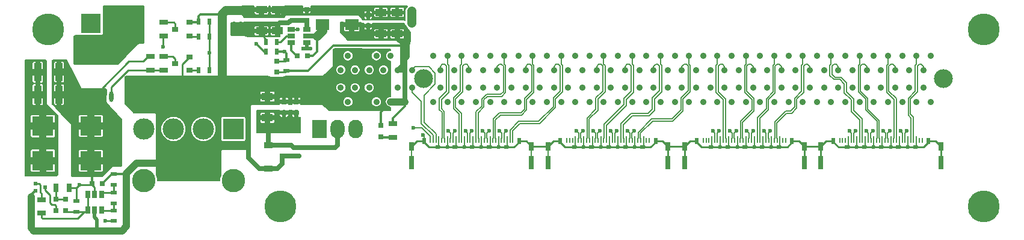
<source format=gbr>
%TF.GenerationSoftware,KiCad,Pcbnew,4.0.7*%
%TF.CreationDate,2018-05-23T21:05:09+03:00*%
%TF.ProjectId,Pci-e,5063692D652E6B696361645F70636200,rev?*%
%TF.FileFunction,Copper,L1,Top,Mixed*%
%FSLAX46Y46*%
G04 Gerber Fmt 4.6, Leading zero omitted, Abs format (unit mm)*
G04 Created by KiCad (PCBNEW 4.0.7) date 05/23/18 21:05:09*
%MOMM*%
%LPD*%
G01*
G04 APERTURE LIST*
%ADD10C,0.100000*%
%ADD11C,0.900000*%
%ADD12C,2.650000*%
%ADD13R,0.750000X0.800000*%
%ADD14R,1.600000X1.000000*%
%ADD15R,2.950000X2.700000*%
%ADD16R,1.000000X2.500000*%
%ADD17R,1.900000X1.600000*%
%ADD18R,1.060000X0.650000*%
%ADD19R,1.200000X0.900000*%
%ADD20R,3.000000X3.000000*%
%ADD21C,3.000000*%
%ADD22C,3.300000*%
%ADD23O,0.609600X1.473200*%
%ADD24R,0.900000X0.800000*%
%ADD25R,0.650000X1.060000*%
%ADD26R,0.800000X0.750000*%
%ADD27R,0.900000X0.500000*%
%ADD28R,0.500000X0.900000*%
%ADD29R,1.300000X0.700000*%
%ADD30R,2.000000X2.600000*%
%ADD31O,2.000000X2.600000*%
%ADD32R,0.800000X0.800000*%
%ADD33C,0.600000*%
%ADD34C,4.500000*%
%ADD35R,0.700000X1.300000*%
%ADD36R,0.600000X0.500000*%
%ADD37R,2.800000X2.800000*%
%ADD38C,2.800000*%
%ADD39R,0.550000X0.900000*%
%ADD40R,0.200000X0.800000*%
%ADD41R,0.550000X0.550000*%
%ADD42R,0.200000X1.000000*%
%ADD43R,0.710000X1.300000*%
%ADD44R,0.710000X1.850000*%
%ADD45C,1.300000*%
%ADD46C,0.200000*%
%ADD47C,0.300000*%
%ADD48C,0.250000*%
%ADD49C,0.500000*%
%ADD50C,4.000000*%
%ADD51C,1.000000*%
%ADD52C,0.700000*%
%ADD53C,0.600000*%
%ADD54C,0.650000*%
%ADD55C,0.152000*%
%ADD56C,0.150000*%
%ADD57C,0.254000*%
G04 APERTURE END LIST*
D10*
D11*
X-10649999Y-3260001D03*
X-11649999Y-1260001D03*
X-8649999Y-3260001D03*
X-6649999Y-3260001D03*
X-4649999Y-3260001D03*
X-2649999Y-3260001D03*
X-9649999Y-1260001D03*
X-7649999Y-1260001D03*
X-5649999Y-1260001D03*
X-3649999Y-1260001D03*
X-1649999Y-1260001D03*
X-11649999Y1239999D03*
X-10649999Y3239999D03*
X-8649999Y3239999D03*
X-9649999Y1239999D03*
X-6649999Y3239999D03*
X-7649999Y1239999D03*
X-2649999Y3239999D03*
X-3649999Y1239999D03*
X-5649999Y1239999D03*
X-4649999Y3239999D03*
X-1649999Y1239999D03*
X1350001Y-3260001D03*
X2350001Y-1260001D03*
X2350001Y1239999D03*
X1350001Y3239999D03*
D12*
X1Y-1D03*
D11*
X3350001Y-3260001D03*
X5350001Y-3260001D03*
X7350001Y-3260001D03*
X9350001Y-3260001D03*
X11350001Y-3260001D03*
X13350001Y-3260001D03*
X15350001Y-3260001D03*
X17350001Y-3260001D03*
X19350001Y-3260001D03*
X21350001Y-3260001D03*
X3350001Y3239999D03*
X5350001Y3239999D03*
X7350001Y3239999D03*
X9350001Y3239999D03*
X11350001Y3239999D03*
X13350001Y3239999D03*
X15350001Y3239999D03*
X17350001Y3239999D03*
X19350001Y3239999D03*
X21350001Y3239999D03*
X4350001Y1239999D03*
X6350001Y1239999D03*
X8350001Y1239999D03*
X10350001Y1239999D03*
X12350001Y1239999D03*
X14350001Y1239999D03*
X16350001Y1239999D03*
X18350001Y1239999D03*
X20350001Y1239999D03*
X4350001Y-1260001D03*
X6350001Y-1260001D03*
X8350001Y-1260001D03*
X10350001Y-1260001D03*
X12350001Y-1260001D03*
X14350001Y-1260001D03*
X16350001Y-1260001D03*
X18350001Y-1260001D03*
X20350001Y-1260001D03*
D12*
X73150001Y-1D03*
D11*
X22350001Y-1260001D03*
X23350001Y-3260001D03*
X24350001Y-1260001D03*
X25350001Y-3260001D03*
X26350001Y-1260001D03*
X27350001Y-3260001D03*
X28350001Y-1260001D03*
X29350001Y-3260001D03*
X30350001Y-1260001D03*
X31350001Y-3260001D03*
X32350001Y-1260001D03*
X33350001Y-3260001D03*
X34350001Y-1260001D03*
X35350001Y-3260001D03*
X36350001Y-1260001D03*
X37350001Y-3260001D03*
X38350001Y-1260001D03*
X39350001Y-3260001D03*
X40350001Y-1260001D03*
X41350001Y-3260001D03*
X42350001Y-1260001D03*
X43350001Y-3260001D03*
X44350001Y-1260001D03*
X45350001Y-3260001D03*
X46350001Y-1260001D03*
X47350001Y-3260001D03*
X48350001Y-1260001D03*
X49350001Y-3260001D03*
X50350001Y-1260001D03*
X51350001Y-3260001D03*
X52350001Y-1260001D03*
X53350001Y-3260001D03*
X54350001Y-1260001D03*
X55350001Y-3260001D03*
X56350001Y-1260001D03*
X57350001Y-3260001D03*
X58350001Y-1260001D03*
X59350001Y-3260001D03*
X60350001Y-1260001D03*
X61350001Y-3260001D03*
X62350001Y-1260001D03*
X63350001Y-3260001D03*
X64350001Y-1260001D03*
X65350001Y-3260001D03*
X66350001Y-1260001D03*
X67350001Y-3260001D03*
X68350001Y-1260001D03*
X69350001Y-3260001D03*
X70350001Y-1260001D03*
X71350001Y-3260001D03*
X22350001Y1239999D03*
X23350001Y3239999D03*
X24350001Y1239999D03*
X25350001Y3239999D03*
X26350001Y1239999D03*
X27350001Y3239999D03*
X28350001Y1239999D03*
X29350001Y3239999D03*
X30350001Y1239999D03*
X31350001Y3239999D03*
X32350001Y1239999D03*
X33350001Y3239999D03*
X34350001Y1239999D03*
X35350001Y3239999D03*
X36350001Y1239999D03*
X37350001Y3239999D03*
X38350001Y1239999D03*
X39350001Y3239999D03*
X40350001Y1239999D03*
X41350001Y3239999D03*
X42350001Y1239999D03*
X43350001Y3239999D03*
X44350001Y1239999D03*
X45350001Y3239999D03*
X46350001Y1239999D03*
X47350001Y3239999D03*
X48350001Y1239999D03*
X49350001Y3239999D03*
X50350001Y1239999D03*
X51350001Y3239999D03*
X52350001Y1239999D03*
X53350001Y3239999D03*
X54350001Y1239999D03*
X55350001Y3239999D03*
X56350001Y1239999D03*
X57350001Y3239999D03*
X58350001Y1239999D03*
X59350001Y3239999D03*
X60350001Y1239999D03*
X61350001Y3239999D03*
X62350001Y1239999D03*
X63350001Y3239999D03*
X64350001Y1239999D03*
X65350001Y3239999D03*
X66350001Y1239999D03*
X67350001Y3239999D03*
X68350001Y1239999D03*
X69350001Y3239999D03*
X70350001Y1239999D03*
X71350001Y3239999D03*
D13*
X-7820000Y8980000D03*
X-7820000Y7480000D03*
D14*
X-5990000Y6350000D03*
X-5990000Y9350000D03*
D15*
X-46825000Y-11580000D03*
X-53575000Y-11580000D03*
X-46825000Y-6680000D03*
X-53575000Y-6680000D03*
D16*
X-51300000Y-2250000D03*
X-54300000Y-2250000D03*
X-51300000Y920000D03*
X-54300000Y920000D03*
D17*
X-14216235Y7655151D03*
X-10116235Y7655151D03*
D13*
X-20640000Y2480000D03*
X-20640000Y980000D03*
D18*
X-16446235Y5075151D03*
X-16446235Y6025151D03*
X-16446235Y6975151D03*
X-18646235Y6975151D03*
X-18646235Y5075151D03*
X-18646235Y6025151D03*
D19*
X-21840000Y-9380000D03*
X-21840000Y-12680000D03*
D20*
X-26790000Y-7080000D03*
D21*
X-30990000Y-7080000D03*
X-35190000Y-7080000D03*
X-39390000Y-7080000D03*
X-26790000Y-1580000D03*
X-30990000Y-1580000D03*
X-35190000Y-1580000D03*
X-39390000Y-1580000D03*
D22*
X-26790000Y-14380000D03*
X-39390000Y-14380000D03*
D23*
X-47795000Y-2484000D03*
X-46525000Y-2484000D03*
X-45255000Y-2484000D03*
X-43985000Y-2484000D03*
X-43985000Y3104000D03*
X-45255000Y3104000D03*
X-46525000Y3104000D03*
X-47795000Y3104000D03*
D24*
X-32950000Y1190000D03*
X-32950000Y3090000D03*
X-34950000Y2140000D03*
X-32950000Y6042244D03*
X-32950000Y7942244D03*
X-34950000Y6992244D03*
D25*
X-47240000Y-18550000D03*
X-46290000Y-18550000D03*
X-45340000Y-18550000D03*
X-45340000Y-16350000D03*
X-47240000Y-16350000D03*
X-46290000Y-16350000D03*
D13*
X-16450000Y8250000D03*
X-16450000Y9750000D03*
X-17920000Y-4770000D03*
X-17920000Y-3270000D03*
D26*
X-17820000Y3200000D03*
X-16320000Y3200000D03*
D13*
X-19890000Y-10920000D03*
X-19890000Y-9420000D03*
D27*
X-19330000Y1130000D03*
X-19330000Y2630000D03*
D28*
X-22150000Y3830000D03*
X-20650000Y3830000D03*
X-22150000Y5190000D03*
X-20650000Y5190000D03*
X-30150000Y1190000D03*
X-31650000Y1190000D03*
X-31650000Y5952245D03*
X-30150000Y5952245D03*
D29*
X-36600000Y3140000D03*
X-36600000Y1240000D03*
X-38460000Y3140000D03*
X-38460000Y1240000D03*
X-36600000Y7940000D03*
X-36600000Y6040000D03*
D28*
X-30150000Y8052245D03*
X-31650000Y8052245D03*
D27*
X-43570000Y-18570000D03*
X-43570000Y-20070000D03*
X-43570000Y-16060000D03*
X-43570000Y-17560000D03*
X-43570000Y-13480000D03*
X-43570000Y-14980000D03*
X-48900000Y-18760000D03*
X-48900000Y-17260000D03*
D29*
X-4360000Y-8250001D03*
X-4360000Y-6350001D03*
D30*
X-14660000Y-7090000D03*
D31*
X-12120000Y-7090000D03*
X-9580000Y-7090000D03*
D32*
X-6010000Y-8200000D03*
X-6010000Y-6600000D03*
X-50350000Y-17010000D03*
X-50350000Y-18610000D03*
D33*
X5900000Y-7360000D03*
X6800000Y-7360000D03*
X8300000Y-7360000D03*
X9200000Y-7360000D03*
X10700000Y-7360000D03*
X11600000Y-7360000D03*
X21500000Y-7360000D03*
X22400000Y-7360000D03*
X23900000Y-7360000D03*
X24800000Y-7360000D03*
X26300000Y-7360000D03*
X27200000Y-7360000D03*
X28700000Y-7360000D03*
X29600000Y-7360000D03*
X40700000Y-7360000D03*
X41600000Y-7360000D03*
X43100000Y-7360000D03*
X44000000Y-7360000D03*
X45500000Y-7360000D03*
X46400000Y-7360000D03*
X47900000Y-7360000D03*
X48800000Y-7360000D03*
X59900000Y-7360000D03*
X60800000Y-7360000D03*
X62300000Y-7360000D03*
X63200000Y-7360000D03*
X64700000Y-7360000D03*
X65600000Y-7360000D03*
X67100000Y-7360000D03*
X68000000Y-7360000D03*
D34*
X-52860000Y6990000D03*
X78840000Y6990000D03*
X78840000Y-18010000D03*
X-20160000Y-18010000D03*
D32*
X-51750000Y-17010000D03*
X-51750000Y-18610000D03*
D35*
X-49870000Y-15350000D03*
X-51770000Y-15350000D03*
D36*
X-54600000Y-15790000D03*
X-53300000Y-15280000D03*
X-54600000Y-14770000D03*
D33*
X3500000Y-7360000D03*
X4400000Y-7360000D03*
D26*
X-45180000Y-14780000D03*
X-46680000Y-14780000D03*
D14*
X-21990000Y-2520000D03*
X-21990000Y-5520000D03*
X-3710000Y6360000D03*
X-3710000Y9360000D03*
X-20550000Y9750000D03*
X-20550000Y6750000D03*
X-22820000Y9750000D03*
X-22820000Y6750000D03*
D37*
X-46822000Y7786000D03*
D38*
X-41322000Y7786000D03*
D13*
X-19660000Y-4770000D03*
X-19660000Y-3270000D03*
D29*
X-53780000Y-17060000D03*
X-53780000Y-18960000D03*
D39*
X50000Y-8790000D03*
D40*
X1350000Y-8740000D03*
D41*
X1950000Y-9665000D03*
D42*
X2150000Y-8640000D03*
D40*
X2550000Y-8740000D03*
X2950000Y-8740000D03*
D42*
X3350000Y-8640000D03*
D40*
X3750000Y-8740000D03*
X4150000Y-8740000D03*
D42*
X4550000Y-8640000D03*
D40*
X4950000Y-8740000D03*
X5350000Y-8740000D03*
D42*
X5750000Y-8640000D03*
D40*
X6150000Y-8740000D03*
X6550000Y-8740000D03*
D42*
X6950000Y-8640000D03*
D40*
X7350000Y-8740000D03*
X7750000Y-8740000D03*
D42*
X8150000Y-8640000D03*
D40*
X8550000Y-8740000D03*
X8950000Y-8740000D03*
D42*
X9350000Y-8640000D03*
D40*
X9750000Y-8740000D03*
X10150000Y-8740000D03*
D42*
X10550000Y-8640000D03*
D40*
X10950000Y-8740000D03*
X11350000Y-8740000D03*
D42*
X11750000Y-8640000D03*
D40*
X12150000Y-8740000D03*
X12550000Y-8740000D03*
X950000Y-8740000D03*
D39*
X13450000Y-8790000D03*
D40*
X1750000Y-8740000D03*
D41*
X4350000Y-9665000D03*
X6750000Y-9665000D03*
X9150000Y-9665000D03*
X11550000Y-9665000D03*
D43*
X-1690000Y-9540000D03*
D44*
X-1690000Y-11860000D03*
D43*
X15190000Y-9540000D03*
D44*
X15190000Y-11860000D03*
D39*
X19250000Y-8790000D03*
D40*
X20550000Y-8740000D03*
D41*
X21150000Y-9665000D03*
D42*
X21350000Y-8640000D03*
D40*
X21750000Y-8740000D03*
X22150000Y-8740000D03*
D42*
X22550000Y-8640000D03*
D40*
X22950000Y-8740000D03*
X23350000Y-8740000D03*
D42*
X23750000Y-8640000D03*
D40*
X24150000Y-8740000D03*
X24550000Y-8740000D03*
D42*
X24950000Y-8640000D03*
D40*
X25350000Y-8740000D03*
X25750000Y-8740000D03*
D42*
X26150000Y-8640000D03*
D40*
X26550000Y-8740000D03*
X26950000Y-8740000D03*
D42*
X27350000Y-8640000D03*
D40*
X27750000Y-8740000D03*
X28150000Y-8740000D03*
D42*
X28550000Y-8640000D03*
D40*
X28950000Y-8740000D03*
X29350000Y-8740000D03*
D42*
X29750000Y-8640000D03*
D40*
X30150000Y-8740000D03*
X30550000Y-8740000D03*
D42*
X30950000Y-8640000D03*
D40*
X31350000Y-8740000D03*
X31750000Y-8740000D03*
X20150000Y-8740000D03*
D39*
X32650000Y-8790000D03*
D40*
X20950000Y-8740000D03*
D41*
X23550000Y-9665000D03*
X25950000Y-9665000D03*
X28350000Y-9665000D03*
X30750000Y-9665000D03*
D43*
X17510000Y-9540000D03*
D44*
X17510000Y-11860000D03*
D43*
X34390000Y-9540000D03*
D44*
X34390000Y-11860000D03*
D39*
X38450000Y-8790000D03*
D40*
X39750000Y-8740000D03*
D41*
X40350000Y-9665000D03*
D42*
X40550000Y-8640000D03*
D40*
X40950000Y-8740000D03*
X41350000Y-8740000D03*
D42*
X41750000Y-8640000D03*
D40*
X42150000Y-8740000D03*
X42550000Y-8740000D03*
D42*
X42950000Y-8640000D03*
D40*
X43350000Y-8740000D03*
X43750000Y-8740000D03*
D42*
X44150000Y-8640000D03*
D40*
X44550000Y-8740000D03*
X44950000Y-8740000D03*
D42*
X45350000Y-8640000D03*
D40*
X45750000Y-8740000D03*
X46150000Y-8740000D03*
D42*
X46550000Y-8640000D03*
D40*
X46950000Y-8740000D03*
X47350000Y-8740000D03*
D42*
X47750000Y-8640000D03*
D40*
X48150000Y-8740000D03*
X48550000Y-8740000D03*
D42*
X48950000Y-8640000D03*
D40*
X49350000Y-8740000D03*
X49750000Y-8740000D03*
D42*
X50150000Y-8640000D03*
D40*
X50550000Y-8740000D03*
X50950000Y-8740000D03*
X39350000Y-8740000D03*
D39*
X51850000Y-8790000D03*
D40*
X40150000Y-8740000D03*
D41*
X42750000Y-9665000D03*
X45150000Y-9665000D03*
X47550000Y-9665000D03*
X49950000Y-9665000D03*
D43*
X36710000Y-9540000D03*
D44*
X36710000Y-11860000D03*
D43*
X53590000Y-9540000D03*
D44*
X53590000Y-11860000D03*
D39*
X57650000Y-8790000D03*
D40*
X58950000Y-8740000D03*
D41*
X59550000Y-9665000D03*
D42*
X59750000Y-8640000D03*
D40*
X60150000Y-8740000D03*
X60550000Y-8740000D03*
D42*
X60950000Y-8640000D03*
D40*
X61350000Y-8740000D03*
X61750000Y-8740000D03*
D42*
X62150000Y-8640000D03*
D40*
X62550000Y-8740000D03*
X62950000Y-8740000D03*
D42*
X63350000Y-8640000D03*
D40*
X63750000Y-8740000D03*
X64150000Y-8740000D03*
D42*
X64550000Y-8640000D03*
D40*
X64950000Y-8740000D03*
X65350000Y-8740000D03*
D42*
X65750000Y-8640000D03*
D40*
X66150000Y-8740000D03*
X66550000Y-8740000D03*
D42*
X66950000Y-8640000D03*
D40*
X67350000Y-8740000D03*
X67750000Y-8740000D03*
D42*
X68150000Y-8640000D03*
D40*
X68550000Y-8740000D03*
X68950000Y-8740000D03*
D42*
X69350000Y-8640000D03*
D40*
X69750000Y-8740000D03*
X70150000Y-8740000D03*
X58550000Y-8740000D03*
D39*
X71050000Y-8790000D03*
D40*
X59350000Y-8740000D03*
D41*
X61950000Y-9665000D03*
X64350000Y-9665000D03*
X66750000Y-9665000D03*
X69150000Y-9665000D03*
D43*
X55910000Y-9540000D03*
D44*
X55910000Y-11860000D03*
D43*
X72790000Y-9540000D03*
D44*
X72790000Y-11860000D03*
D33*
X-1680000Y7880000D03*
X-1680000Y9560000D03*
X-1680000Y8720000D03*
X-4880000Y-4250000D03*
X-99265Y-7939265D03*
X59750000Y-9640000D03*
X62150000Y-9640000D03*
X60950000Y-9640000D03*
X63350000Y-9640000D03*
X64550000Y-9640000D03*
X65750000Y-9640000D03*
X66950000Y-9640000D03*
X68150000Y-9640000D03*
X69350000Y-9640000D03*
X48950000Y-9640000D03*
X46550000Y-9640000D03*
X44150000Y-9640000D03*
X41750000Y-9640000D03*
X29750000Y-9640000D03*
X27350000Y-9640000D03*
X24950000Y-9640000D03*
X22550000Y-9640000D03*
X11750000Y-9640000D03*
X10550000Y-9640000D03*
X9350000Y-9640000D03*
X8150000Y-9640000D03*
X6950000Y-9640000D03*
X5750000Y-9640000D03*
X4550000Y-9640000D03*
X3350000Y-9640000D03*
X2150000Y-9640000D03*
X50150000Y-9640000D03*
X47750000Y-9640000D03*
X45350000Y-9640000D03*
X42950000Y-9640000D03*
X40550000Y-9640000D03*
X30950000Y-9640000D03*
X28550000Y-9640000D03*
X26150000Y-9640000D03*
X23750000Y-9640000D03*
X21350000Y-9640000D03*
X-31470000Y-13930000D03*
X-55760000Y-8950000D03*
X-54610000Y-8950000D03*
X-53460000Y-4450000D03*
X-54610000Y-4450000D03*
X-52310000Y-8950000D03*
X-53460000Y-8950000D03*
X-55760000Y1550000D03*
X-55760000Y50000D03*
X-55760000Y-1450000D03*
X-55760000Y-2950000D03*
X-55760000Y-4450000D03*
X-55760000Y-5950000D03*
X-55760000Y-7450000D03*
X-55760000Y-10450000D03*
X-55760000Y-11950000D03*
X-55760000Y-13450000D03*
X-23530000Y4940000D03*
X-17500000Y-10920000D03*
X-18300000Y-10920000D03*
X-16980000Y4250000D03*
X-15920000Y4250000D03*
X-33770000Y-13930000D03*
X-29170000Y-13930000D03*
X-30320000Y-13930000D03*
X-32620000Y-13930000D03*
X-39680000Y10020000D03*
X-40830000Y10020000D03*
X-18060000Y-7220000D03*
X-19060000Y-7220000D03*
X-20060000Y-7220000D03*
X-21060000Y-7220000D03*
X-22060000Y-7220000D03*
X-23060000Y-7220000D03*
X-25710000Y6540000D03*
X-26710000Y6540000D03*
X-26710000Y7540000D03*
X-25710000Y7540000D03*
X-39680000Y7020000D03*
X-39680000Y8520000D03*
X-39680000Y5520000D03*
X-40830000Y5520000D03*
X-41980000Y5520000D03*
X-43130000Y5520000D03*
X-44280000Y5520000D03*
X-17700000Y6970000D03*
X-19590000Y3830000D03*
X-30150000Y3650000D03*
X-1410000Y-6920000D03*
X-36670000Y4500000D03*
X-43410000Y-7450000D03*
X-43410000Y-5950000D03*
X-44560000Y-5950000D03*
X-44560000Y-7450000D03*
X-44560000Y-10450000D03*
X-44560000Y-11950000D03*
X-43410000Y-11950000D03*
X-43410000Y-10450000D03*
X-43410000Y-8950000D03*
X-44560000Y-8950000D03*
X-45710000Y-8950000D03*
X-46860000Y-8950000D03*
X-48010000Y-8950000D03*
X-49160000Y-5950000D03*
X-49160000Y-7450000D03*
X-49160000Y-8950000D03*
X-49160000Y-13450000D03*
X-49160000Y-10450000D03*
X-49160000Y-11950000D03*
X-45710000Y-13450000D03*
X-48010000Y-13450000D03*
X-44800000Y-20070000D03*
X-48440000Y-14930000D03*
X-46860000Y-13450000D03*
D45*
X-1680000Y8720000D02*
X-1680000Y7880000D01*
X-1680000Y9560000D02*
X-1680000Y8720000D01*
D46*
X50000Y-8790000D02*
X50000Y-8088530D01*
X50000Y-8088530D02*
X-99265Y-7939265D01*
D47*
X-6010000Y-6600000D02*
X-6010000Y-4721546D01*
X-6010000Y-4721546D02*
X-5564227Y-4275773D01*
D46*
X26150000Y-8740000D02*
X26150000Y-9640000D01*
D48*
X45350000Y-9640000D02*
X46550000Y-9640000D01*
X66950000Y-9640000D02*
X68150000Y-9640000D01*
X59750000Y-9640000D02*
X60950000Y-9640000D01*
X64550000Y-9640000D02*
X65750000Y-9640000D01*
X68150000Y-9640000D02*
X69350000Y-9640000D01*
X65750000Y-9640000D02*
X66950000Y-9640000D01*
X63350000Y-9640000D02*
X64550000Y-9640000D01*
X60950000Y-9640000D02*
X62150000Y-9640000D01*
X69350000Y-9640000D02*
X70375000Y-9640000D01*
X70375000Y-9640000D02*
X71050000Y-8965000D01*
X71050000Y-8965000D02*
X71050000Y-8790000D01*
X59750000Y-9640000D02*
X69350000Y-9640000D01*
D46*
X59750000Y-8740000D02*
X59750000Y-9640000D01*
X62150000Y-8740000D02*
X62150000Y-9640000D01*
X60950000Y-8740000D02*
X60950000Y-9640000D01*
X63350000Y-8740000D02*
X63350000Y-9640000D01*
X64550000Y-8740000D02*
X64550000Y-9640000D01*
X65750000Y-8740000D02*
X65750000Y-9640000D01*
X66950000Y-8740000D02*
X66950000Y-9640000D01*
X68150000Y-8740000D02*
X68150000Y-9640000D01*
X69350000Y-8740000D02*
X69350000Y-9640000D01*
D48*
X59550000Y-9665000D02*
X58389998Y-9665000D01*
X58389998Y-9665000D02*
X57650000Y-8925002D01*
X57650000Y-8925002D02*
X57650000Y-8790000D01*
D46*
X46550000Y-9640000D02*
X47750000Y-9640000D01*
X44150000Y-9640000D02*
X45350000Y-9640000D01*
X41750000Y-9640000D02*
X42950000Y-9640000D01*
D48*
X44150000Y-9640000D02*
X48950000Y-9640000D01*
X48950000Y-9640000D02*
X50150000Y-9640000D01*
D46*
X48950000Y-8740000D02*
X48950000Y-9640000D01*
X46550000Y-8740000D02*
X46550000Y-9640000D01*
D48*
X41750000Y-9640000D02*
X44150000Y-9640000D01*
D46*
X44150000Y-8740000D02*
X44150000Y-9640000D01*
D48*
X40550000Y-9640000D02*
X41750000Y-9640000D01*
D46*
X41750000Y-8740000D02*
X41750000Y-9640000D01*
X50150000Y-8740000D02*
X50150000Y-9640000D01*
X47750000Y-8740000D02*
X47750000Y-9640000D01*
X45350000Y-8740000D02*
X45350000Y-9640000D01*
X42950000Y-8740000D02*
X42950000Y-9640000D01*
X40550000Y-8740000D02*
X40550000Y-9640000D01*
X21350000Y-8740000D02*
X21350000Y-9640000D01*
X22550000Y-8740000D02*
X22550000Y-9640000D01*
X30950000Y-8740000D02*
X30950000Y-9640000D01*
D48*
X28550000Y-9640000D02*
X29750000Y-9640000D01*
X29750000Y-9640000D02*
X30950000Y-9640000D01*
D46*
X29750000Y-8740000D02*
X29750000Y-9640000D01*
X28550000Y-8740000D02*
X28550000Y-9640000D01*
D48*
X26150000Y-9640000D02*
X27350000Y-9640000D01*
X27350000Y-9640000D02*
X28550000Y-9640000D01*
D46*
X27350000Y-8740000D02*
X27350000Y-9640000D01*
D48*
X23750000Y-9640000D02*
X24950000Y-9640000D01*
X24950000Y-9640000D02*
X26150000Y-9640000D01*
D46*
X24950000Y-8740000D02*
X24950000Y-9640000D01*
X23750000Y-8740000D02*
X23750000Y-9640000D01*
D48*
X55910000Y-9540000D02*
X55910000Y-11860000D01*
X72790000Y-9540000D02*
X72790000Y-11860000D01*
X71050000Y-8790000D02*
X72040000Y-8790000D01*
X72040000Y-8790000D02*
X72790000Y-9540000D01*
X55910000Y-9540000D02*
X56660000Y-8790000D01*
X56660000Y-8790000D02*
X57650000Y-8790000D01*
X53590000Y-9540000D02*
X55910000Y-9540000D01*
X53590000Y-9540000D02*
X53590000Y-11860000D01*
X51850000Y-8790000D02*
X52840000Y-8790000D01*
X52840000Y-8790000D02*
X53590000Y-9540000D01*
X50150000Y-9640000D02*
X51175000Y-9640000D01*
X51175000Y-9640000D02*
X51850000Y-8965000D01*
X51850000Y-8965000D02*
X51850000Y-8790000D01*
X40550000Y-9640000D02*
X39125000Y-9640000D01*
X39125000Y-9640000D02*
X38450000Y-8965000D01*
X38450000Y-8965000D02*
X38450000Y-8790000D01*
X38450000Y-8790000D02*
X37460000Y-8790000D01*
X37460000Y-8790000D02*
X36710000Y-9540000D01*
X36710000Y-9540000D02*
X36710000Y-11860000D01*
X34390000Y-9540000D02*
X36710000Y-9540000D01*
X34390000Y-9540000D02*
X34390000Y-11860000D01*
X32650000Y-8790000D02*
X33640000Y-8790000D01*
X33640000Y-8790000D02*
X34390000Y-9540000D01*
X30950000Y-9640000D02*
X31935002Y-9640000D01*
X31935002Y-9640000D02*
X32650000Y-8925002D01*
X32650000Y-8925002D02*
X32650000Y-8790000D01*
X22550000Y-9640000D02*
X23750000Y-9640000D01*
X21350000Y-9640000D02*
X22550000Y-9640000D01*
X21350000Y-9640000D02*
X19925000Y-9640000D01*
X19925000Y-9640000D02*
X19250000Y-8965000D01*
X19250000Y-8965000D02*
X19250000Y-8790000D01*
X11750000Y-9640000D02*
X12735002Y-9640000D01*
X12735002Y-9640000D02*
X13450000Y-8925002D01*
X13450000Y-8925002D02*
X13450000Y-8790000D01*
X10550000Y-9640000D02*
X11750000Y-9640000D01*
X9350000Y-9640000D02*
X10550000Y-9640000D01*
X8150000Y-9640000D02*
X9350000Y-9640000D01*
X6950000Y-9640000D02*
X8150000Y-9640000D01*
X5750000Y-9640000D02*
X6950000Y-9640000D01*
X3350000Y-9640000D02*
X4550000Y-9640000D01*
X2150000Y-9640000D02*
X3350000Y-9640000D01*
X725000Y-9640000D02*
X2150000Y-9640000D01*
X17510000Y-9540000D02*
X18260000Y-8790000D01*
X18260000Y-8790000D02*
X19250000Y-8790000D01*
X50000Y-8790000D02*
X-940000Y-8790000D01*
X-940000Y-8790000D02*
X-1690000Y-9540000D01*
X13450000Y-8790000D02*
X14440000Y-8790000D01*
X14440000Y-8790000D02*
X15190000Y-9540000D01*
D46*
X-1690000Y-9540000D02*
X-1690000Y-10390000D01*
X-1690000Y-10390000D02*
X-1690000Y-11860000D01*
X17510000Y-9540000D02*
X17510000Y-10390000D01*
X17510000Y-10390000D02*
X17510000Y-11860000D01*
D48*
X15190000Y-9540000D02*
X17510000Y-9540000D01*
D46*
X15190000Y-11860000D02*
X15190000Y-10735000D01*
X15190000Y-10735000D02*
X15190000Y-9540000D01*
X13450000Y-8965000D02*
X13450000Y-8790000D01*
D48*
X5750000Y-9640000D02*
X4550000Y-9640000D01*
X725000Y-9640000D02*
X50000Y-8965000D01*
D46*
X50000Y-8965000D02*
X50000Y-8790000D01*
X11750000Y-8740000D02*
X11750000Y-9640000D01*
X10550000Y-8740000D02*
X10550000Y-9640000D01*
X11750000Y-9640000D02*
X11575000Y-9640000D01*
X11575000Y-9640000D02*
X11550000Y-9665000D01*
X9350000Y-9640000D02*
X9175000Y-9640000D01*
X9175000Y-9640000D02*
X9150000Y-9665000D01*
X6950000Y-9640000D02*
X6775000Y-9640000D01*
X6775000Y-9640000D02*
X6750000Y-9665000D01*
X4550000Y-9640000D02*
X4375000Y-9640000D01*
X4375000Y-9640000D02*
X4350000Y-9665000D01*
X2150000Y-9640000D02*
X1975000Y-9640000D01*
X1975000Y-9640000D02*
X1950000Y-9665000D01*
X9350000Y-8740000D02*
X9350000Y-9640000D01*
X8150000Y-8740000D02*
X8150000Y-9640000D01*
X6950000Y-8740000D02*
X6950000Y-9640000D01*
X5750000Y-8740000D02*
X5750000Y-9640000D01*
X4550000Y-8740000D02*
X4550000Y-9640000D01*
X3350000Y-8740000D02*
X3350000Y-9640000D01*
X2150000Y-8740000D02*
X2150000Y-9640000D01*
X28350000Y-9665000D02*
X28350000Y-9740000D01*
X25950000Y-9665000D02*
X25950000Y-9740000D01*
X23550000Y-9665000D02*
X23550000Y-9740000D01*
X21150000Y-9665000D02*
X21150000Y-9740000D01*
D49*
X-16980000Y4250000D02*
X-16450000Y4250000D01*
X-16450000Y4250000D02*
X-15920000Y4250000D01*
X-16446235Y5075151D02*
X-16446235Y4250151D01*
X-16446235Y4250151D02*
X-16446386Y4250000D01*
X-16446386Y4250000D02*
X-16450000Y4250000D01*
D48*
X-7820000Y8980000D02*
X-8445000Y8980000D01*
X-9215000Y9750000D02*
X-16450000Y9750000D01*
X-8445000Y8980000D02*
X-9215000Y9750000D01*
X-7100000Y9290000D02*
X-7100000Y9075000D01*
X-7100000Y9075000D02*
X-7195000Y8980000D01*
X-7195000Y8980000D02*
X-7820000Y8980000D01*
X-5990000Y9350000D02*
X-7040000Y9350000D01*
X-7040000Y9350000D02*
X-7100000Y9290000D01*
X-3710000Y9360000D02*
X-5980000Y9360000D01*
X-5980000Y9360000D02*
X-5990000Y9350000D01*
X-15725000Y9650000D02*
X-15310000Y9650000D01*
X-16450000Y9750000D02*
X-15825000Y9750000D01*
X-15825000Y9750000D02*
X-15725000Y9650000D01*
D45*
X-19760000Y9650000D02*
X-17620000Y9650000D01*
D48*
X-19860000Y9750000D02*
X-19760000Y9650000D01*
X-20200000Y9750000D02*
X-19860000Y9750000D01*
D46*
X-21200000Y9750000D02*
X-20200000Y9750000D01*
D45*
X-27830000Y9650000D02*
X-25050000Y9650000D01*
X-28360000Y9120000D02*
X-27830000Y9650000D01*
X-28360000Y9070000D02*
X-28360000Y9120000D01*
D50*
X-26790000Y-1580000D02*
X-39390000Y-1580000D01*
D48*
X-54610000Y-4450000D02*
X-53460000Y-4450000D01*
X-55760000Y-4450000D02*
X-54610000Y-4450000D01*
X-53460000Y-8950000D02*
X-52310000Y-8950000D01*
X-54610000Y-8950000D02*
X-53460000Y-8950000D01*
X-55760000Y-8950000D02*
X-54610000Y-8950000D01*
X-55760000Y-10450000D02*
X-55760000Y-11950000D01*
X-55760000Y-7450000D02*
X-55760000Y-8950000D01*
X-53575000Y-6680000D02*
X-55300000Y-6680000D01*
X-55300000Y-6680000D02*
X-55760000Y-7140000D01*
X-55760000Y-7140000D02*
X-55760000Y-7450000D01*
X-55760000Y-4450000D02*
X-55760000Y-5950000D01*
X-55760000Y-2950000D02*
X-55760000Y-4450000D01*
X-55760000Y-1450000D02*
X-55760000Y-2950000D01*
X-55760000Y50000D02*
X-55760000Y-1450000D01*
X-54300000Y920000D02*
X-54890000Y920000D01*
X-54890000Y920000D02*
X-55760000Y50000D01*
X-54300000Y920000D02*
X-55130000Y920000D01*
X-55130000Y920000D02*
X-55760000Y1550000D01*
X-53710000Y-13315000D02*
X-55625000Y-13315000D01*
X-55625000Y-13315000D02*
X-55760000Y-13450000D01*
X-53575000Y-11580000D02*
X-53575000Y-13180000D01*
X-53575000Y-13180000D02*
X-53710000Y-13315000D01*
D47*
X-43570000Y-13480000D02*
X-43880000Y-13480000D01*
X-43880000Y-13480000D02*
X-45180000Y-14780000D01*
X-41860000Y-13371998D02*
X-41968002Y-13480000D01*
X-41968002Y-13480000D02*
X-43570000Y-13480000D01*
D51*
X-42460001Y-21450001D02*
X-41860000Y-20850000D01*
X-41860000Y-20850000D02*
X-41860000Y-20080000D01*
X-46020000Y-21450001D02*
X-42460001Y-21450001D01*
D48*
X-35190000Y-1580000D02*
X-33690001Y-80001D01*
X-33690001Y-80001D02*
X-33690001Y90001D01*
X-33690001Y90001D02*
X-34000000Y400000D01*
D47*
X-31382245Y9070000D02*
X-28360000Y9070000D01*
D45*
X-28340000Y9090000D02*
X-28340000Y-30000D01*
D48*
X-28360000Y9070000D02*
X-28340000Y9090000D01*
D45*
X-28340000Y-30000D02*
X-26790000Y-1580000D01*
D52*
X-24650000Y-11170000D02*
X-24650000Y-9510000D01*
X-21840000Y-12680000D02*
X-23140000Y-12680000D01*
X-23140000Y-12680000D02*
X-24650000Y-11170000D01*
X-19890000Y-10920000D02*
X-19890000Y-12030000D01*
X-19890000Y-12030000D02*
X-20540000Y-12680000D01*
X-20540000Y-12680000D02*
X-21840000Y-12680000D01*
D47*
X-22420000Y3830000D02*
X-23530000Y4940000D01*
X-22150000Y3830000D02*
X-22420000Y3830000D01*
X-54600000Y-15790000D02*
X-54650000Y-15790000D01*
X-54650000Y-15790000D02*
X-55220000Y-16360000D01*
X-55220000Y-16360000D02*
X-55220000Y-16660000D01*
D51*
X-55220000Y-21080000D02*
X-55220000Y-16660000D01*
X-54849999Y-21450001D02*
X-55220000Y-21080000D01*
X-54839999Y-21450001D02*
X-54849999Y-21450001D01*
D48*
X-55660000Y-9390000D02*
X-55660000Y-10540000D01*
X-55660000Y-7090000D02*
X-55660000Y-8240000D01*
X-55660000Y-4790000D02*
X-55660000Y-5940000D01*
X-53820000Y-3790000D02*
X-55660000Y-3790000D01*
X-53990000Y-7890000D02*
X-53990000Y-10290000D01*
X-53990000Y-5490000D02*
X-53990000Y-7890000D01*
X-53990000Y-5490000D02*
X-53990000Y-3960000D01*
X-5564227Y-3760000D02*
X-5564227Y-4275773D01*
X-53990000Y-3960000D02*
X-53820000Y-3790000D01*
D52*
X-18300000Y-10920000D02*
X-17500000Y-10920000D01*
X-19890000Y-10920000D02*
X-18300000Y-10920000D01*
X-19890000Y-10920000D02*
X-19890000Y-11130000D01*
D48*
X-7034998Y-4035002D02*
X-7173603Y-3896397D01*
X-5564227Y-3760000D02*
X-6002996Y-3760000D01*
X-6002996Y-3760000D02*
X-6277998Y-4035002D01*
X-6277998Y-4035002D02*
X-7034998Y-4035002D01*
X-5649999Y-1260001D02*
X-5649999Y-3674228D01*
X-5649999Y-3674228D02*
X-5564227Y-3760000D01*
D47*
X-31650000Y8052245D02*
X-31650000Y8802245D01*
X-31650000Y8802245D02*
X-31382245Y9070000D01*
X-32950000Y7942244D02*
X-31760001Y7942244D01*
X-31760001Y7942244D02*
X-31650000Y8052245D01*
D53*
X-5564227Y-3760000D02*
X-5470000Y-3854227D01*
D49*
X-46290000Y-18550000D02*
X-46290000Y-19580000D01*
X-46290000Y-19580000D02*
X-46020000Y-19850000D01*
X-46020000Y-19850000D02*
X-46020000Y-21450001D01*
D48*
X-46290000Y-21180001D02*
X-46020000Y-21450001D01*
D51*
X-46020000Y-21450001D02*
X-54839999Y-21450001D01*
X-41860000Y-13371998D02*
X-41860000Y-20080000D01*
X-35395736Y-11880000D02*
X-40368002Y-11880000D01*
X-40368002Y-11880000D02*
X-41860000Y-13371998D01*
D48*
X-33770000Y-13930000D02*
X-33770000Y-13505736D01*
X-33770000Y-13505736D02*
X-35395736Y-11880000D01*
D53*
X-16446235Y5075151D02*
X-16446235Y4976235D01*
X-16446235Y5075151D02*
X-16446235Y4983765D01*
D47*
X-16446235Y5075151D02*
X-16446235Y5073765D01*
X-16446235Y5075151D02*
X-16445151Y5075151D01*
D48*
X-45180000Y-14930000D02*
X-45155000Y-14930000D01*
X-26790000Y-1580000D02*
X-26790000Y-2650000D01*
X-34000000Y400000D02*
X-34000000Y2040000D01*
X-34000000Y2040000D02*
X-32950000Y3090000D01*
X-35190000Y-1580000D02*
X-35190000Y-1410000D01*
X-22150000Y5550000D02*
X-22480000Y5880000D01*
X-22480000Y5880000D02*
X-22480000Y6520000D01*
X-22150000Y5190000D02*
X-22150000Y5550000D01*
D52*
X-19039848Y7850152D02*
X-20229848Y7850152D01*
X-20229848Y7850152D02*
X-20550000Y7530000D01*
X-20550000Y7530000D02*
X-20550000Y6750000D01*
D48*
X-22480000Y6520000D02*
X-22250000Y6750000D01*
X-22250000Y6750000D02*
X-21200000Y6750000D01*
D52*
X-16450000Y8250000D02*
X-18640000Y8250000D01*
X-18640000Y8250000D02*
X-19039848Y7850152D01*
D48*
X-24940000Y6540000D02*
X-24730000Y6750000D01*
X-24730000Y6750000D02*
X-23470000Y6750000D01*
X-25710000Y6540000D02*
X-24940000Y6540000D01*
D47*
X-16446235Y6975151D02*
X-16446235Y7306235D01*
X-16446235Y7306235D02*
X-16450000Y7310000D01*
D52*
X-16450000Y8250000D02*
X-16450000Y7310000D01*
D51*
X-25710000Y6540000D02*
X-25710000Y7100000D01*
X-25710000Y7100000D02*
X-25710000Y7540000D01*
D48*
X-40830000Y10020000D02*
X-39680000Y10020000D01*
D51*
X-40830000Y8520000D02*
X-42760000Y8520000D01*
X-42760000Y8520000D02*
X-43100000Y8180000D01*
D52*
X-21840000Y-9380000D02*
X-19930000Y-9380000D01*
X-19930000Y-9380000D02*
X-19890000Y-9420000D01*
X-21840000Y-9380000D02*
X-21840000Y-7440000D01*
X-21840000Y-7440000D02*
X-22060000Y-7220000D01*
X-19890000Y-9420000D02*
X-18620000Y-9420000D01*
X-18620000Y-9420000D02*
X-18330000Y-9710000D01*
X-12490000Y-9710000D02*
X-12120000Y-9340000D01*
X-18330000Y-9710000D02*
X-12490000Y-9710000D01*
X-12120000Y-9340000D02*
X-12120000Y-7340000D01*
D48*
X-22510000Y-6670000D02*
X-23060000Y-7220000D01*
D51*
X-26710000Y7115736D02*
X-26710000Y6540000D01*
X-26710000Y7540000D02*
X-26710000Y7115736D01*
D48*
X-39680000Y7020000D02*
X-40830000Y7020000D01*
X-39680000Y8520000D02*
X-39680000Y7020000D01*
X-40830000Y8520000D02*
X-39680000Y8520000D01*
X-43130000Y8520000D02*
X-41980000Y8520000D01*
X-40830000Y5520000D02*
X-39680000Y5520000D01*
X-41980000Y5520000D02*
X-40830000Y5520000D01*
X-43130000Y5520000D02*
X-41980000Y5520000D01*
X-44280000Y5520000D02*
X-43130000Y5520000D01*
X-18646235Y6975151D02*
X-17705151Y6975151D01*
X-17705151Y6975151D02*
X-17700000Y6970000D01*
D47*
X-19330000Y2630000D02*
X-19330000Y3570000D01*
X-19330000Y3570000D02*
X-19590000Y3830000D01*
D48*
X-20640000Y3820000D02*
X-20650000Y3830000D01*
X-20640000Y2480000D02*
X-19480000Y2480000D01*
X-19480000Y2480000D02*
X-19330000Y2630000D01*
D47*
X-19590000Y3830000D02*
X-20650000Y3830000D01*
X-17820000Y3200000D02*
X-17845000Y3200000D01*
X-17845000Y3200000D02*
X-18646235Y4001235D01*
X-18646235Y4001235D02*
X-18646235Y4276235D01*
X-18646235Y5075151D02*
X-18646235Y4276235D01*
X-16320000Y3200000D02*
X-15620000Y3200000D01*
X-14980000Y3840000D02*
X-14980000Y4140000D01*
X-15620000Y3200000D02*
X-14980000Y3840000D01*
X-14980000Y4140000D02*
X-14980000Y6020000D01*
D54*
X-16446235Y6025151D02*
X-14985151Y6025151D01*
X-14985151Y6025151D02*
X-14980000Y6020000D01*
D45*
X-14216235Y6783765D02*
X-14980000Y6020000D01*
D51*
X-14216235Y7655151D02*
X-14216235Y6783765D01*
D46*
X-1649999Y-1260001D02*
X-1649999Y-1896397D01*
X-1649999Y-1896397D02*
X-330010Y-3216386D01*
X-330010Y-3216386D02*
X-330010Y-6294291D01*
X-330010Y-6294291D02*
X1350000Y-7974302D01*
X1350000Y-7974302D02*
X1350000Y-8740000D01*
X1625002Y780000D02*
X715004Y1689998D01*
X715004Y1689998D02*
X-1200000Y1689998D01*
X-1200000Y1689998D02*
X-1649999Y1239999D01*
X70000Y-6128604D02*
X70000Y-2335004D01*
X70000Y-2335004D02*
X1625002Y-780002D01*
X1625002Y-780002D02*
X1625002Y780000D01*
X1750000Y-8740000D02*
X1750000Y-7808604D01*
X1750000Y-7808604D02*
X70000Y-6128604D01*
D55*
X2198000Y-2787040D02*
X3220000Y-1765040D01*
X3220000Y-1765040D02*
X3220000Y1769996D01*
X2198000Y-4352960D02*
X2198000Y-2787040D01*
X2598000Y-8392000D02*
X2598000Y-4752960D01*
X2550000Y-8740000D02*
X2550000Y-8440000D01*
X2550000Y-8440000D02*
X2598000Y-8392000D01*
X2598000Y-4752960D02*
X2198000Y-4352960D01*
X3220000Y1769996D02*
X2949998Y2039998D01*
X2949998Y2039998D02*
X2650000Y2039998D01*
X2650000Y2039998D02*
X2350001Y1739999D01*
X2350001Y1739999D02*
X2350001Y1239999D01*
X3750000Y-8740000D02*
X3750000Y-8440000D01*
X3750000Y-8440000D02*
X3798000Y-8392000D01*
X3798000Y-8392000D02*
X3798001Y-7658001D01*
X3798001Y-7658001D02*
X3500000Y-7360000D01*
X6800000Y-7360000D02*
X6501999Y-7658001D01*
X6501999Y-7658001D02*
X6502000Y-8392000D01*
X6502000Y-8392000D02*
X6550000Y-8440000D01*
X6550000Y-8440000D02*
X6550000Y-8740000D01*
X9200000Y-7360000D02*
X8901999Y-7658001D01*
X8901999Y-7658001D02*
X8902000Y-8392000D01*
X8902000Y-8392000D02*
X8950000Y-8440000D01*
X8950000Y-8440000D02*
X8950000Y-8740000D01*
X11302000Y-8392000D02*
X11350000Y-8440000D01*
X11600000Y-7360000D02*
X11301999Y-7658001D01*
X11301999Y-7658001D02*
X11302000Y-8392000D01*
X11350000Y-8440000D02*
X11350000Y-8740000D01*
X2502000Y-2912960D02*
X3524002Y-1890958D01*
X3524002Y-1890958D02*
X3524002Y1895918D01*
X2502000Y-4227040D02*
X2502000Y-2912960D01*
X2902000Y-4627040D02*
X2502000Y-4227040D01*
X2950000Y-8740000D02*
X2950000Y-8440000D01*
X2950000Y-8440000D02*
X2902000Y-8392000D01*
X2902000Y-8392000D02*
X2902000Y-4627040D01*
X3350001Y2069919D02*
X3350001Y3239999D01*
X3524002Y1895918D02*
X3350001Y2069919D01*
X4198000Y-2717040D02*
X5175991Y-1739049D01*
X5175991Y-1739049D02*
X5175991Y1895925D01*
X4198000Y-4212960D02*
X4198000Y-2717040D01*
X4950000Y-8740000D02*
X4950000Y-8440000D01*
X4950000Y-8440000D02*
X4998000Y-8392000D01*
X4998000Y-8392000D02*
X4998000Y-5012960D01*
X4998000Y-5012960D02*
X4198000Y-4212960D01*
X5175991Y1895925D02*
X5350001Y2069935D01*
X5350001Y2069935D02*
X5350001Y3239999D01*
X11350001Y2069919D02*
X11350001Y3239999D01*
X11530000Y1889920D02*
X11350001Y2069919D01*
X10982960Y-2492000D02*
X11530000Y-1944960D01*
X11530000Y-1944960D02*
X11530000Y1889920D01*
X8972960Y-2492000D02*
X10982960Y-2492000D01*
X7750000Y-8740000D02*
X7750000Y-8440000D01*
X7750000Y-8440000D02*
X7702000Y-8392000D01*
X7702000Y-4772960D02*
X8482000Y-3992960D01*
X7702000Y-8392000D02*
X7702000Y-4772960D01*
X8482000Y-2982960D02*
X8972960Y-2492000D01*
X8482000Y-3992960D02*
X8482000Y-2982960D01*
X10102000Y-5797040D02*
X10792954Y-5106086D01*
X15524002Y-1900958D02*
X15524002Y1895918D01*
X13798874Y-5106086D02*
X14512000Y-4392960D01*
X10150000Y-8740000D02*
X10150000Y-8440000D01*
X10150000Y-8440000D02*
X10102000Y-8392000D01*
X10102000Y-8392000D02*
X10102000Y-5797040D01*
X10792954Y-5106086D02*
X13798874Y-5106086D01*
X14512000Y-4392960D02*
X14512000Y-2912960D01*
X14512000Y-2912960D02*
X15524002Y-1900958D01*
X15524002Y1895918D02*
X15350001Y2069919D01*
X15350001Y2069919D02*
X15350001Y3239999D01*
X18562000Y-2822960D02*
X18562000Y-4072960D01*
X19524002Y-1860958D02*
X18562000Y-2822960D01*
X12550000Y-8440000D02*
X12550000Y-8740000D01*
X19524002Y1895918D02*
X19524002Y-1860958D01*
X19350001Y3239999D02*
X19350001Y2069919D01*
X19350001Y2069919D02*
X19524002Y1895918D01*
X18562000Y-4072960D02*
X16302960Y-6332000D01*
X16302960Y-6332000D02*
X13523086Y-6332000D01*
X13523086Y-6332000D02*
X12502000Y-7353086D01*
X12502000Y-7353086D02*
X12502000Y-8392000D01*
X12502000Y-8392000D02*
X12550000Y-8440000D01*
X4502000Y-2842960D02*
X5480000Y-1864960D01*
X5480000Y-1864960D02*
X5480000Y1770000D01*
X4502000Y-4087040D02*
X4502000Y-2842960D01*
X5350000Y-8740000D02*
X5350000Y-8440000D01*
X5350000Y-8440000D02*
X5302000Y-8392000D01*
X5302000Y-8392000D02*
X5302000Y-4887040D01*
X5302000Y-4887040D02*
X4502000Y-4087040D01*
X5480000Y1770000D02*
X5750000Y2040000D01*
X5750000Y2040000D02*
X6050000Y2040000D01*
X6050000Y2040000D02*
X6350001Y1739999D01*
X6350001Y1739999D02*
X6350001Y1239999D01*
X11220000Y1769996D02*
X10949998Y2039998D01*
X10949998Y2039998D02*
X10650000Y2039998D01*
X10650000Y2039998D02*
X10350001Y1739999D01*
X10350001Y1739999D02*
X10350001Y1239999D01*
X11220000Y-1825040D02*
X11220000Y1769996D01*
X10857040Y-2188000D02*
X11220000Y-1825040D01*
X8847040Y-2188000D02*
X10857040Y-2188000D01*
X7350000Y-8740000D02*
X7350000Y-8440000D01*
X7350000Y-8440000D02*
X7398000Y-8392000D01*
X7398000Y-8392000D02*
X7398000Y-4647040D01*
X7398000Y-4647040D02*
X8178000Y-3867040D01*
X8178000Y-3867040D02*
X8178000Y-2857040D01*
X8178000Y-2857040D02*
X8847040Y-2188000D01*
X9798000Y-5635700D02*
X10656660Y-4777040D01*
X9750000Y-8440000D02*
X9798000Y-8392000D01*
X14208000Y-2787040D02*
X15220000Y-1775040D01*
X9798000Y-8392000D02*
X9798000Y-5635700D01*
X9750000Y-8740000D02*
X9750000Y-8440000D01*
X14949998Y2039998D02*
X14650000Y2039998D01*
X10656660Y-4777040D02*
X13698000Y-4777040D01*
X13698000Y-4777040D02*
X14208000Y-4267040D01*
X14350001Y1739999D02*
X14350001Y1239999D01*
X14208000Y-4267040D02*
X14208000Y-2787040D01*
X15220000Y1769996D02*
X14949998Y2039998D01*
X15220000Y-1775040D02*
X15220000Y1769996D01*
X14650000Y2039998D02*
X14350001Y1739999D01*
X18258000Y-2697040D02*
X18258000Y-3947040D01*
X18350001Y1239999D02*
X18350001Y1739999D01*
X18650000Y2039998D02*
X18949998Y2039998D01*
X18350001Y1739999D02*
X18650000Y2039998D01*
X18949998Y2039998D02*
X19220000Y1769996D01*
X19220000Y1769996D02*
X19220000Y-1735040D01*
X19220000Y-1735040D02*
X18258000Y-2697040D01*
X16177040Y-6028000D02*
X13397166Y-6028000D01*
X18258000Y-3947040D02*
X16177040Y-6028000D01*
X12198000Y-8392000D02*
X12150000Y-8440000D01*
X13397166Y-6028000D02*
X12198000Y-7227166D01*
X12198000Y-7227166D02*
X12198000Y-8392000D01*
X12150000Y-8440000D02*
X12150000Y-8740000D01*
X4150000Y-8740000D02*
X4150000Y-8440000D01*
X4101999Y-7658001D02*
X4400000Y-7360000D01*
X4150000Y-8440000D02*
X4102000Y-8392000D01*
X4102000Y-8392000D02*
X4101999Y-7658001D01*
X6150000Y-8440000D02*
X6150000Y-8740000D01*
X5900000Y-7360000D02*
X6198001Y-7658001D01*
X6198000Y-8392000D02*
X6150000Y-8440000D01*
X6198001Y-7658001D02*
X6198000Y-8392000D01*
X8550000Y-8440000D02*
X8550000Y-8740000D01*
X8300000Y-7360000D02*
X8598001Y-7658001D01*
X8598001Y-7658001D02*
X8598000Y-8392000D01*
X8598000Y-8392000D02*
X8550000Y-8440000D01*
X10998001Y-7658001D02*
X10998000Y-8392000D01*
X10950000Y-8440000D02*
X10950000Y-8740000D01*
X10700000Y-7360000D02*
X10998001Y-7658001D01*
X10998000Y-8392000D02*
X10950000Y-8440000D01*
D46*
X950000Y-8740000D02*
X950000Y-8140000D01*
X950000Y-8140000D02*
X-270000Y-6920000D01*
X-270000Y-6920000D02*
X-1410000Y-6920000D01*
D48*
X-30150000Y1890000D02*
X-30150000Y3650000D01*
X-30150000Y3650000D02*
X-30150000Y5952245D01*
X-30150000Y5952245D02*
X-30150000Y8052245D01*
X-30150000Y1190000D02*
X-30150000Y1890000D01*
X-30120000Y1220000D02*
X-30150000Y1190000D01*
X-36670000Y5440000D02*
X-36670000Y4500000D01*
X-36670000Y6040000D02*
X-36670000Y5440000D01*
X-38460000Y1240000D02*
X-41600000Y1240000D01*
X-41600000Y1240000D02*
X-43985000Y-1145000D01*
X-43985000Y-1145000D02*
X-43985000Y-2484000D01*
X-38460000Y1240000D02*
X-36600000Y1240000D01*
X-32950000Y1190000D02*
X-31650000Y1190000D01*
X-34950000Y2140000D02*
X-34950000Y2790000D01*
X-34950000Y2790000D02*
X-35300000Y3140000D01*
X-35300000Y3140000D02*
X-36600000Y3140000D01*
X-31650000Y5952245D02*
X-32860001Y5952245D01*
X-32860001Y5952245D02*
X-32950000Y6042244D01*
X-34950000Y7710000D02*
X-35180000Y7940000D01*
X-35180000Y7940000D02*
X-36670000Y7940000D01*
X-34950000Y6992244D02*
X-34950000Y7710000D01*
X-19350000Y5990000D02*
X-18681386Y5990000D01*
X-18681386Y5990000D02*
X-18646235Y6025151D01*
X-20650000Y5190000D02*
X-20150000Y5190000D01*
X-20150000Y5190000D02*
X-19350000Y5990000D01*
D47*
X-4360000Y-8250001D02*
X-5959999Y-8250001D01*
X-5959999Y-8250001D02*
X-6010000Y-8200000D01*
D48*
X-43570000Y-16060000D02*
X-43570000Y-14980000D01*
X-43570000Y-16060000D02*
X-45050000Y-16060000D01*
X-45050000Y-16060000D02*
X-45340000Y-16350000D01*
D55*
X21750000Y-8440000D02*
X21798000Y-8392000D01*
X21750000Y-8740000D02*
X21750000Y-8440000D01*
X21798000Y-8392000D02*
X21798001Y-7658001D01*
X21798001Y-7658001D02*
X21500000Y-7360000D01*
X22150000Y-8440000D02*
X22102000Y-8392000D01*
X22150000Y-8740000D02*
X22150000Y-8440000D01*
X22102000Y-8392000D02*
X22101999Y-7658001D01*
X22101999Y-7658001D02*
X22400000Y-7360000D01*
X24150000Y-8740000D02*
X24150000Y-8440000D01*
X24198001Y-7658001D02*
X23900000Y-7360000D01*
X24150000Y-8440000D02*
X24198000Y-8392000D01*
X24198000Y-8392000D02*
X24198001Y-7658001D01*
X24550000Y-8440000D02*
X24502000Y-8392000D01*
X24502000Y-8392000D02*
X24501999Y-7658001D01*
X24501999Y-7658001D02*
X24800000Y-7360000D01*
X24550000Y-8740000D02*
X24550000Y-8440000D01*
X26550000Y-8740000D02*
X26550000Y-8440000D01*
X26598000Y-8392000D02*
X26598001Y-7658001D01*
X26550000Y-8440000D02*
X26598000Y-8392000D01*
X26598001Y-7658001D02*
X26300000Y-7360000D01*
X26950000Y-8740000D02*
X26950000Y-8440000D01*
X26950000Y-8440000D02*
X26902000Y-8392000D01*
X26902000Y-8392000D02*
X26901999Y-7658001D01*
X26901999Y-7658001D02*
X27200000Y-7360000D01*
X28950000Y-8740000D02*
X28950000Y-8440000D01*
X28950000Y-8440000D02*
X28998000Y-8392000D01*
X28998001Y-7658001D02*
X28700000Y-7360000D01*
X28998000Y-8392000D02*
X28998001Y-7658001D01*
X29350000Y-8740000D02*
X29350000Y-8440000D01*
X29350000Y-8440000D02*
X29302000Y-8392000D01*
X29302000Y-8392000D02*
X29301999Y-7658001D01*
X29301999Y-7658001D02*
X29600000Y-7360000D01*
X40950000Y-8740000D02*
X40950000Y-8440000D01*
X40950000Y-8440000D02*
X40998000Y-8392000D01*
X40998000Y-8392000D02*
X40998001Y-7658001D01*
X40998001Y-7658001D02*
X40700000Y-7360000D01*
X41302000Y-8392000D02*
X41301999Y-7658001D01*
X41350000Y-8740000D02*
X41350000Y-8440000D01*
X41350000Y-8440000D02*
X41302000Y-8392000D01*
X41301999Y-7658001D02*
X41600000Y-7360000D01*
X43350000Y-8740000D02*
X43350000Y-8440000D01*
X43350000Y-8440000D02*
X43398000Y-8392000D01*
X43398000Y-8392000D02*
X43398001Y-7658001D01*
X43398001Y-7658001D02*
X43100000Y-7360000D01*
X43702000Y-8392000D02*
X43701999Y-7658001D01*
X43750000Y-8740000D02*
X43750000Y-8440000D01*
X43750000Y-8440000D02*
X43702000Y-8392000D01*
X43701999Y-7658001D02*
X44000000Y-7360000D01*
X45750000Y-8740000D02*
X45750000Y-8440000D01*
X45750000Y-8440000D02*
X45798000Y-8392000D01*
X45798000Y-8392000D02*
X45798001Y-7658001D01*
X45798001Y-7658001D02*
X45500000Y-7360000D01*
X46150000Y-8740000D02*
X46150000Y-8440000D01*
X46150000Y-8440000D02*
X46102000Y-8392000D01*
X46102000Y-8392000D02*
X46101999Y-7658001D01*
X46101999Y-7658001D02*
X46400000Y-7360000D01*
X48150000Y-8740000D02*
X48150000Y-8440000D01*
X48198000Y-8392000D02*
X48198001Y-7658001D01*
X48150000Y-8440000D02*
X48198000Y-8392000D01*
X48198001Y-7658001D02*
X47900000Y-7360000D01*
X48550000Y-8740000D02*
X48550000Y-8440000D01*
X48550000Y-8440000D02*
X48502000Y-8392000D01*
X48502000Y-8392000D02*
X48501999Y-7658001D01*
X48501999Y-7658001D02*
X48800000Y-7360000D01*
X60150000Y-8440000D02*
X60198000Y-8392000D01*
X60150000Y-8740000D02*
X60150000Y-8440000D01*
X60198000Y-8392000D02*
X60198001Y-7658001D01*
X60198001Y-7658001D02*
X59900000Y-7360000D01*
X60550000Y-8740000D02*
X60550000Y-8440000D01*
X60550000Y-8440000D02*
X60502000Y-8392000D01*
X60502000Y-8392000D02*
X60501999Y-7658001D01*
X60501999Y-7658001D02*
X60800000Y-7360000D01*
X62550000Y-8740000D02*
X62550000Y-8440000D01*
X62550000Y-8440000D02*
X62598000Y-8392000D01*
X62598000Y-8392000D02*
X62598001Y-7658001D01*
X62598001Y-7658001D02*
X62300000Y-7360000D01*
X62901999Y-7658001D02*
X63200000Y-7360000D01*
X62950000Y-8740000D02*
X62950000Y-8440000D01*
X62950000Y-8440000D02*
X62902000Y-8392000D01*
X62902000Y-8392000D02*
X62901999Y-7658001D01*
X64998000Y-8392000D02*
X64998001Y-7658001D01*
X64950000Y-8740000D02*
X64950000Y-8440000D01*
X64950000Y-8440000D02*
X64998000Y-8392000D01*
X64998001Y-7658001D02*
X64700000Y-7360000D01*
X65350000Y-8740000D02*
X65350000Y-8440000D01*
X65350000Y-8440000D02*
X65302000Y-8392000D01*
X65302000Y-8392000D02*
X65301999Y-7658001D01*
X65301999Y-7658001D02*
X65600000Y-7360000D01*
X67350000Y-8740000D02*
X67350000Y-8440000D01*
X67350000Y-8440000D02*
X67398000Y-8392000D01*
X67398000Y-8392000D02*
X67398001Y-7658001D01*
X67398001Y-7658001D02*
X67100000Y-7360000D01*
X67701999Y-7658001D02*
X68000000Y-7360000D01*
X67750000Y-8740000D02*
X67750000Y-8440000D01*
X67750000Y-8440000D02*
X67702000Y-8392000D01*
X67702000Y-8392000D02*
X67701999Y-7658001D01*
X24228000Y-2717040D02*
X25220000Y-1725040D01*
X25220000Y-1725040D02*
X25220000Y1769996D01*
X24228000Y-4317040D02*
X24228000Y-2717040D01*
X22950000Y-8740000D02*
X22950000Y-8440000D01*
X22950000Y-8440000D02*
X22998000Y-8392000D01*
X22998000Y-8392000D02*
X22998000Y-5547040D01*
X22998000Y-5547040D02*
X24228000Y-4317040D01*
X24350001Y1739999D02*
X24350001Y1239999D01*
X25220000Y1769996D02*
X24949998Y2039998D01*
X24949998Y2039998D02*
X24650000Y2039998D01*
X24650000Y2039998D02*
X24350001Y1739999D01*
X24532000Y-2842960D02*
X25524002Y-1850958D01*
X25524002Y-1850958D02*
X25524002Y1895918D01*
X24532000Y-4442960D02*
X24532000Y-2842960D01*
X23302000Y-8392000D02*
X23302000Y-5672960D01*
X23350000Y-8740000D02*
X23350000Y-8440000D01*
X23350000Y-8440000D02*
X23302000Y-8392000D01*
X23302000Y-5672960D02*
X24532000Y-4442960D01*
X25350001Y2069919D02*
X25350001Y3239999D01*
X25524002Y1895918D02*
X25350001Y2069919D01*
X25350000Y-8740000D02*
X25350000Y-8440000D01*
X28350001Y1739999D02*
X28350001Y1239999D01*
X25350000Y-8440000D02*
X25398000Y-8392000D01*
X25398000Y-6405700D02*
X28208000Y-3595700D01*
X28650000Y2039998D02*
X28350001Y1739999D01*
X25398000Y-8392000D02*
X25398000Y-6405700D01*
X28208000Y-2787040D02*
X29220000Y-1775040D01*
X28208000Y-3595700D02*
X28208000Y-2787040D01*
X29220000Y-1775040D02*
X29220000Y1769996D01*
X28949998Y2039998D02*
X28650000Y2039998D01*
X29220000Y1769996D02*
X28949998Y2039998D01*
X25750000Y-8740000D02*
X25750000Y-8440000D01*
X29524002Y-1900958D02*
X29524002Y1895918D01*
X25750000Y-8440000D02*
X25702000Y-8392000D01*
X25702000Y-8392000D02*
X25702000Y-6567040D01*
X25702000Y-6567040D02*
X28512000Y-3757040D01*
X28512000Y-3757040D02*
X28512000Y-2912960D01*
X28512000Y-2912960D02*
X29524002Y-1900958D01*
X29524002Y1895918D02*
X29350001Y2069919D01*
X29350001Y2069919D02*
X29350001Y3239999D01*
X32650000Y2039998D02*
X32949998Y2039998D01*
X33220000Y1769996D02*
X33220000Y-1705040D01*
X32350001Y1739999D02*
X32650000Y2039998D01*
X27750000Y-8440000D02*
X27750000Y-8740000D01*
X32198000Y-2727040D02*
X32198000Y-4337040D01*
X32350001Y1239999D02*
X32350001Y1739999D01*
X32198000Y-4337040D02*
X31615879Y-4919161D01*
X32949998Y2039998D02*
X33220000Y1769996D01*
X33220000Y-1705040D02*
X32198000Y-2727040D01*
X27798000Y-8392000D02*
X27750000Y-8440000D01*
X31615879Y-4919161D02*
X29204539Y-4919161D01*
X29204539Y-4919161D02*
X27798000Y-6325700D01*
X27798000Y-6325700D02*
X27798000Y-8392000D01*
X31716753Y-5248207D02*
X29340833Y-5248207D01*
X33350001Y3239999D02*
X33350001Y2069919D01*
X28102000Y-8392000D02*
X28150000Y-8440000D01*
X32502000Y-2852960D02*
X32502000Y-4462960D01*
X33350001Y2069919D02*
X33524002Y1895918D01*
X33524002Y1895918D02*
X33524002Y-1830958D01*
X33524002Y-1830958D02*
X32502000Y-2852960D01*
X32502000Y-4462960D02*
X31716753Y-5248207D01*
X29340833Y-5248207D02*
X28102000Y-6487040D01*
X28102000Y-6487040D02*
X28102000Y-8392000D01*
X28150000Y-8440000D02*
X28150000Y-8740000D01*
X36949998Y2039998D02*
X36650000Y2039998D01*
X37220000Y-1695040D02*
X37220000Y1769996D01*
X36650000Y2039998D02*
X36350001Y1739999D01*
X32108001Y-5657039D02*
X34948001Y-5657039D01*
X30150000Y-8740000D02*
X30150000Y-8440000D01*
X30150000Y-8440000D02*
X30198000Y-8392000D01*
X30198000Y-8392000D02*
X30198000Y-7567040D01*
X30198000Y-7567040D02*
X32108001Y-5657039D01*
X34948001Y-5657039D02*
X36198000Y-4407040D01*
X36198000Y-4407040D02*
X36198000Y-2717040D01*
X37220000Y1769996D02*
X36949998Y2039998D01*
X36198000Y-2717040D02*
X37220000Y-1695040D01*
X36350001Y1739999D02*
X36350001Y1239999D01*
X37350001Y2069919D02*
X37350001Y3239999D01*
X30550000Y-8740000D02*
X30550000Y-8440000D01*
X36502000Y-4532960D02*
X36502000Y-2842960D01*
X30502000Y-8392000D02*
X30502000Y-7692960D01*
X32208876Y-5986084D02*
X35048876Y-5986084D01*
X30550000Y-8440000D02*
X30502000Y-8392000D01*
X30502000Y-7692960D02*
X32208876Y-5986084D01*
X35048876Y-5986084D02*
X36502000Y-4532960D01*
X36502000Y-2842960D02*
X37524002Y-1820958D01*
X37524002Y-1820958D02*
X37524002Y1895918D01*
X37524002Y1895918D02*
X37350001Y2069919D01*
X41350001Y2069935D02*
X41350001Y3239999D01*
X41175991Y1895925D02*
X41350001Y2069935D01*
X41175991Y-1930951D02*
X41175991Y1895925D01*
X42150000Y-8440000D02*
X42198000Y-8392000D01*
X42198000Y-8392000D02*
X42198000Y-2952960D01*
X42150000Y-8740000D02*
X42150000Y-8440000D01*
X42198000Y-2952960D02*
X41175991Y-1930951D01*
X42550000Y-8740000D02*
X42550000Y-8440000D01*
X42502000Y-8392000D02*
X42502000Y-2827040D01*
X42050000Y2040000D02*
X42350001Y1739999D01*
X41750000Y2040000D02*
X42050000Y2040000D01*
X42550000Y-8440000D02*
X42502000Y-8392000D01*
X42502000Y-2827040D02*
X41480000Y-1805040D01*
X41480000Y-1805040D02*
X41480000Y1770000D01*
X42350001Y1739999D02*
X42350001Y1239999D01*
X41480000Y1770000D02*
X41750000Y2040000D01*
X46198000Y-4417040D02*
X46198000Y-2932960D01*
X44598000Y-6017040D02*
X46198000Y-4417040D01*
X44550000Y-8740000D02*
X44550000Y-8440000D01*
X45175998Y1895922D02*
X45350001Y2069925D01*
X44550000Y-8440000D02*
X44598000Y-8392000D01*
X44598000Y-8392000D02*
X44598000Y-6017040D01*
X46198000Y-2932960D02*
X45175998Y-1910958D01*
X45175998Y-1910958D02*
X45175998Y1895922D01*
X45350001Y2069925D02*
X45350001Y3239999D01*
X46350001Y1739999D02*
X46350001Y1239999D01*
X44950000Y-8740000D02*
X44950000Y-8440000D01*
X44950000Y-8440000D02*
X44902000Y-8392000D01*
X44902000Y-8392000D02*
X44902000Y-6142960D01*
X46502000Y-2807040D02*
X45480000Y-1785040D01*
X45480000Y-1785040D02*
X45480000Y1770000D01*
X44902000Y-6142960D02*
X46502000Y-4542960D01*
X46502000Y-4542960D02*
X46502000Y-2807040D01*
X45480000Y1770000D02*
X45750000Y2040000D01*
X45750000Y2040000D02*
X46050000Y2040000D01*
X46050000Y2040000D02*
X46350001Y1739999D01*
X48218000Y-2827040D02*
X49175991Y-1869049D01*
X49350001Y2069935D02*
X49350001Y3239999D01*
X46950000Y-8740000D02*
X46950000Y-8440000D01*
X46998000Y-8392000D02*
X46998000Y-5467040D01*
X49175991Y-1869049D02*
X49175991Y1895925D01*
X46950000Y-8440000D02*
X46998000Y-8392000D01*
X46998000Y-5467040D02*
X48218000Y-4247040D01*
X48218000Y-4247040D02*
X48218000Y-2827040D01*
X49175991Y1895925D02*
X49350001Y2069935D01*
X48522000Y-2952960D02*
X49480000Y-1994960D01*
X49480000Y-1994960D02*
X49480000Y1770000D01*
X48522000Y-4372960D02*
X48522000Y-2952960D01*
X47350000Y-8740000D02*
X47350000Y-8440000D01*
X47350000Y-8440000D02*
X47302000Y-8392000D01*
X47302000Y-8392000D02*
X47302000Y-5592960D01*
X47302000Y-5592960D02*
X48522000Y-4372960D01*
X49750000Y2040000D02*
X49480000Y1770000D01*
X50050000Y2040000D02*
X49750000Y2040000D01*
X50350001Y1739999D02*
X50050000Y2040000D01*
X50350001Y1239999D02*
X50350001Y1739999D01*
X52218000Y-2747040D02*
X53175990Y-1789050D01*
X53175990Y-1789050D02*
X53175990Y1895925D01*
X52218000Y-3997040D02*
X52218000Y-2747040D01*
X51657040Y-4558000D02*
X52218000Y-3997040D01*
X50937040Y-4558000D02*
X51657040Y-4558000D01*
X49350000Y-8740000D02*
X49350000Y-8440000D01*
X49350000Y-8440000D02*
X49398000Y-8392000D01*
X49398000Y-8392000D02*
X49398000Y-6097040D01*
X49398000Y-6097040D02*
X50937040Y-4558000D01*
X53350001Y3239999D02*
X53350001Y2069936D01*
X53350001Y2069936D02*
X53175990Y1895925D01*
X52522000Y-2872960D02*
X53480000Y-1914960D01*
X53480000Y-1914960D02*
X53480000Y1770000D01*
X52522000Y-4122960D02*
X52522000Y-2872960D01*
X51782960Y-4862000D02*
X52522000Y-4122960D01*
X51062960Y-4862000D02*
X51782960Y-4862000D01*
X49750000Y-8740000D02*
X49750000Y-8440000D01*
X49750000Y-8440000D02*
X49702000Y-8392000D01*
X49702000Y-8392000D02*
X49702000Y-6222960D01*
X49702000Y-6222960D02*
X51062960Y-4862000D01*
X54050000Y2040000D02*
X54350001Y1739999D01*
X53750000Y2040000D02*
X54050000Y2040000D01*
X53480000Y1770000D02*
X53750000Y2040000D01*
X54350001Y1739999D02*
X54350001Y1239999D01*
X57737040Y-92000D02*
X57175998Y469042D01*
X57175998Y469042D02*
X57175998Y1895922D01*
X58587040Y-92000D02*
X57737040Y-92000D01*
X59208000Y-712960D02*
X58587040Y-92000D01*
X59208000Y-1982960D02*
X59208000Y-712960D01*
X60208000Y-2982960D02*
X59208000Y-1982960D01*
X61350000Y-8740000D02*
X61350000Y-8440000D01*
X61350000Y-8440000D02*
X61398000Y-8392000D01*
X61398000Y-8392000D02*
X61398000Y-5812960D01*
X61398000Y-5812960D02*
X60208000Y-4622960D01*
X60208000Y-4622960D02*
X60208000Y-2982960D01*
X57350001Y2069925D02*
X57350001Y3239999D01*
X57175998Y1895922D02*
X57350001Y2069925D01*
X57862960Y212000D02*
X57480000Y594960D01*
X57480000Y594960D02*
X57480000Y1770000D01*
X58712960Y212000D02*
X57862960Y212000D01*
X59512000Y-587040D02*
X58712960Y212000D01*
X59512000Y-1857040D02*
X59512000Y-587040D01*
X60512000Y-2857040D02*
X59512000Y-1857040D01*
X61750000Y-8740000D02*
X61750000Y-8440000D01*
X61702000Y-5687040D02*
X60512000Y-4497040D01*
X61750000Y-8440000D02*
X61702000Y-8392000D01*
X61702000Y-8392000D02*
X61702000Y-5687040D01*
X60512000Y-4497040D02*
X60512000Y-2857040D01*
X57750000Y2040000D02*
X58050000Y2040000D01*
X57480000Y1770000D02*
X57750000Y2040000D01*
X58050000Y2040000D02*
X58350001Y1739999D01*
X58350001Y1739999D02*
X58350001Y1239999D01*
X61175998Y1895922D02*
X61350001Y2069925D01*
X63750000Y-8440000D02*
X63798000Y-8392000D01*
X63750000Y-8740000D02*
X63750000Y-8440000D01*
X63798000Y-8392000D02*
X63798000Y-5992960D01*
X62198000Y-4392960D02*
X62198000Y-2872960D01*
X63798000Y-5992960D02*
X62198000Y-4392960D01*
X62198000Y-2872960D02*
X61175998Y-1850958D01*
X61350001Y2069925D02*
X61350001Y3239999D01*
X61175998Y-1850958D02*
X61175998Y1895922D01*
X62502000Y-2747040D02*
X61480000Y-1725040D01*
X64102000Y-8392000D02*
X64102000Y-5867040D01*
X64150000Y-8740000D02*
X64150000Y-8440000D01*
X64150000Y-8440000D02*
X64102000Y-8392000D01*
X64102000Y-5867040D02*
X62502000Y-4267040D01*
X62350001Y1739999D02*
X62350001Y1239999D01*
X62502000Y-4267040D02*
X62502000Y-2747040D01*
X61480000Y-1725040D02*
X61480000Y1770000D01*
X61480000Y1770000D02*
X61750000Y2040000D01*
X61750000Y2040000D02*
X62050000Y2040000D01*
X62050000Y2040000D02*
X62350001Y1739999D01*
X66198000Y-2942960D02*
X65175998Y-1920958D01*
X66150000Y-8740000D02*
X66150000Y-8440000D01*
X66150000Y-8440000D02*
X66198000Y-8392000D01*
X66198000Y-8392000D02*
X66198000Y-2942960D01*
X65175998Y1895922D02*
X65350001Y2069925D01*
X65175998Y-1920958D02*
X65175998Y1895922D01*
X65350001Y2069925D02*
X65350001Y3239999D01*
X65750000Y2040000D02*
X66050000Y2040000D01*
X66550000Y-8740000D02*
X66550000Y-8440000D01*
X66550000Y-8440000D02*
X66502000Y-8392000D01*
X66502000Y-8392000D02*
X66502000Y-2817040D01*
X66502000Y-2817040D02*
X65480000Y-1795040D01*
X66050000Y2040000D02*
X66350001Y1739999D01*
X65480000Y-1795040D02*
X65480000Y1770000D01*
X66350001Y1739999D02*
X66350001Y1239999D01*
X65480000Y1770000D02*
X65750000Y2040000D01*
X69175998Y1895922D02*
X69350001Y2069925D01*
X68550000Y-8740000D02*
X68550000Y-8440000D01*
X68550000Y-8440000D02*
X68598000Y-8392000D01*
X68598000Y-8392000D02*
X68598000Y-5534300D01*
X68598000Y-5534300D02*
X68198000Y-5134300D01*
X69175998Y-1759042D02*
X69175998Y1895922D01*
X68198000Y-5134300D02*
X68198000Y-2737040D01*
X68198000Y-2737040D02*
X69175998Y-1759042D01*
X69350001Y2069925D02*
X69350001Y3239999D01*
X68950000Y-8440000D02*
X68902000Y-8392000D01*
X69750000Y2040000D02*
X70050000Y2040000D01*
X68502000Y-4972960D02*
X68502000Y-2862960D01*
X68502000Y-2862960D02*
X69480000Y-1884960D01*
X69480000Y-1884960D02*
X69480000Y1770000D01*
X68902000Y-8392000D02*
X68902000Y-5372960D01*
X68950000Y-8740000D02*
X68950000Y-8440000D01*
X68902000Y-5372960D02*
X68502000Y-4972960D01*
X69480000Y1770000D02*
X69750000Y2040000D01*
X70050000Y2040000D02*
X70350001Y1739999D01*
X70350001Y1739999D02*
X70350001Y1239999D01*
D48*
X-43570000Y-18570000D02*
X-45320000Y-18570000D01*
X-45320000Y-18570000D02*
X-45340000Y-18550000D01*
X-43570000Y-18080000D02*
X-43570000Y-17560000D01*
X-43570000Y-18570000D02*
X-43570000Y-18080000D01*
X-51770000Y-15350000D02*
X-51770000Y-16990000D01*
X-51770000Y-16990000D02*
X-51750000Y-17010000D01*
X-51750000Y-17010000D02*
X-50350000Y-17010000D01*
X-51780000Y-16980000D02*
X-51750000Y-17010000D01*
X-51910000Y-17800000D02*
X-52345002Y-17800000D01*
X-52345002Y-17800000D02*
X-52620000Y-17525002D01*
X-52620000Y-17525002D02*
X-52620000Y-16385000D01*
X-51750000Y-18610000D02*
X-51750000Y-17960000D01*
X-51750000Y-17960000D02*
X-51910000Y-17800000D01*
X-52620000Y-16385000D02*
X-53300000Y-15705000D01*
X-53300000Y-15705000D02*
X-53300000Y-15280000D01*
X-53780000Y-17060000D02*
X-53780000Y-16180000D01*
X-53780000Y-16180000D02*
X-53930000Y-16030000D01*
X-53930000Y-16030000D02*
X-53930000Y-14940000D01*
X-53930000Y-14940000D02*
X-54100000Y-14770000D01*
X-54100000Y-14770000D02*
X-54600000Y-14770000D01*
X-53780000Y-18960000D02*
X-53780000Y-19560000D01*
X-53780000Y-19560000D02*
X-53660000Y-19680000D01*
X-53660000Y-19680000D02*
X-48720000Y-19680000D01*
X-48720000Y-19680000D02*
X-47800000Y-18760000D01*
X-48900000Y-18760000D02*
X-47800000Y-18760000D01*
X-47800000Y-18760000D02*
X-47450000Y-18760000D01*
X-47240000Y-18550000D02*
X-47240000Y-16350000D01*
X-47450000Y-18760000D02*
X-47240000Y-18550000D01*
X-48900000Y-18760000D02*
X-50200000Y-18760000D01*
X-50200000Y-18760000D02*
X-50350000Y-18610000D01*
X-46860000Y-8950000D02*
X-46860000Y-6715000D01*
X-46860000Y-6715000D02*
X-46825000Y-6680000D01*
X-44560000Y-5950000D02*
X-43410000Y-5950000D01*
X-44560000Y-8950000D02*
X-44560000Y-7450000D01*
X-43410000Y-11950000D02*
X-44560000Y-11950000D01*
X-43410000Y-10450000D02*
X-43410000Y-11950000D01*
X-43410000Y-8950000D02*
X-43410000Y-10450000D01*
X-46860000Y-8950000D02*
X-45710000Y-8950000D01*
X-49160000Y-8950000D02*
X-48010000Y-8950000D01*
X-49160000Y-7450000D02*
X-49160000Y-5950000D01*
X-49160000Y-10450000D02*
X-49160000Y-8950000D01*
X-45710000Y-13450000D02*
X-46860000Y-13450000D01*
D47*
X-48010000Y-13450000D02*
X-49160000Y-13450000D01*
X-46680000Y-14780000D02*
X-46680000Y-13630000D01*
X-46680000Y-13630000D02*
X-46860000Y-13450000D01*
D48*
X-46860000Y-13450000D02*
X-48010000Y-13450000D01*
X-45255000Y-2484000D02*
X-45255000Y-1335000D01*
X-39460000Y2440000D02*
X-38760000Y3140000D01*
X-45255000Y-1335000D02*
X-41480000Y2440000D01*
X-41480000Y2440000D02*
X-39460000Y2440000D01*
X-38760000Y3140000D02*
X-38460000Y3140000D01*
X-48780000Y-6270000D02*
X-47630000Y-6270000D01*
X-43570000Y-20070000D02*
X-44800000Y-20070000D01*
X-49870000Y-15350000D02*
X-48860000Y-15350000D01*
X-48860000Y-15350000D02*
X-48440000Y-14930000D01*
X-48900000Y-17260000D02*
X-48900000Y-15390000D01*
X-48900000Y-15390000D02*
X-48440000Y-14930000D01*
X-48440000Y-14930000D02*
X-47330000Y-14930000D01*
X-47330000Y-14930000D02*
X-46680000Y-14930000D01*
X-46680000Y-14930000D02*
X-46290000Y-15320000D01*
X-46290000Y-15320000D02*
X-46290000Y-16350000D01*
X-45330000Y-2111800D02*
X-45296200Y-2078000D01*
D47*
X-2649999Y-3896397D02*
X-4360000Y-5606398D01*
X-4360000Y-5606398D02*
X-4360000Y-6350001D01*
D54*
X-3649999Y1239999D02*
X-2980000Y1909998D01*
X-2980000Y1909998D02*
X-2980000Y4369999D01*
X-2980000Y4369999D02*
X-2649999Y4700000D01*
D48*
X-3710000Y6360000D02*
X-3710000Y5610000D01*
X-2800000Y4700000D02*
X-2649999Y4700000D01*
X-3710000Y5610000D02*
X-2800000Y4700000D01*
X-5990000Y6350000D02*
X-3720000Y6350000D01*
X-3720000Y6350000D02*
X-3710000Y6360000D01*
X-7820000Y7480000D02*
X-6370000Y7480000D01*
X-6370000Y7480000D02*
X-5990000Y7100000D01*
X-5990000Y7100000D02*
X-5990000Y6350000D01*
X-10116235Y7655151D02*
X-7995151Y7655151D01*
X-7995151Y7655151D02*
X-7820000Y7480000D01*
D54*
X-2649999Y-3260001D02*
X-2649999Y1219999D01*
X-2649999Y1219999D02*
X-2650000Y1220000D01*
X-2650000Y1220000D02*
X-2669999Y1239999D01*
X-2669999Y1239999D02*
X-3649999Y1239999D01*
X-2650000Y2603602D02*
X-2650000Y1220000D01*
X-2649999Y3239999D02*
X-2650000Y2603602D01*
D51*
X-4649999Y-3260001D02*
X-2649999Y-3260001D01*
D47*
X-2649999Y4700000D02*
X-12690000Y4700000D01*
X-12690000Y4700000D02*
X-16260000Y1130000D01*
X-16260000Y1130000D02*
X-19330000Y1130000D01*
X-2649999Y-3896397D02*
X-2649999Y-3260001D01*
D48*
X-4649999Y-3260001D02*
X-3650001Y-3260001D01*
X-3650001Y-3260001D02*
X-3710000Y-3320000D01*
D45*
X-2649999Y3239999D02*
X-2649999Y4700000D01*
D48*
X-20640000Y980000D02*
X-19480000Y980000D01*
X-19480000Y980000D02*
X-19330000Y1130000D01*
X-2870001Y-3260001D02*
X-2649999Y-3260001D01*
D47*
X-4640000Y-3270000D02*
X-4649999Y-3260001D01*
D56*
G36*
X-50268884Y2635393D02*
X-50230290Y2611567D01*
X-50198615Y2569813D01*
X-48282376Y-1253226D01*
X-48275079Y-1264948D01*
X-48230761Y-1323367D01*
X-48210408Y-1341856D01*
X-48148013Y-1380376D01*
X-48122363Y-1390287D01*
X-48050279Y-1403729D01*
X-48036530Y-1405000D01*
X-44796926Y-1405000D01*
X-44752549Y-1412052D01*
X-44717879Y-1429782D01*
X-44690420Y-1457378D01*
X-44672864Y-1492136D01*
X-44666034Y-1536550D01*
X-44674614Y-3252722D01*
X-44673423Y-3266416D01*
X-44660458Y-3338262D01*
X-44650760Y-3363865D01*
X-44612872Y-3426271D01*
X-44604691Y-3437318D01*
X-42531354Y-5757934D01*
X-42504396Y-5802212D01*
X-42495000Y-5853184D01*
X-42495000Y-12172612D01*
X-42505873Y-12227274D01*
X-42532651Y-12267349D01*
X-42572726Y-12294127D01*
X-42627388Y-12305000D01*
X-43619816Y-12305000D01*
X-43634029Y-12306359D01*
X-43708454Y-12320723D01*
X-43734836Y-12331300D01*
X-43798572Y-12372328D01*
X-43809787Y-12381164D01*
X-45258646Y-13765424D01*
X-45304184Y-13794738D01*
X-45357356Y-13805000D01*
X-49392612Y-13805000D01*
X-49447274Y-13794127D01*
X-49487349Y-13767349D01*
X-49514127Y-13727274D01*
X-49525000Y-13672612D01*
X-49525000Y-12073750D01*
X-48575000Y-12073750D01*
X-48575000Y-12984701D01*
X-48533134Y-13085775D01*
X-48455775Y-13163134D01*
X-48354701Y-13205000D01*
X-47318750Y-13205000D01*
X-47250000Y-13136250D01*
X-47250000Y-12005000D01*
X-46400000Y-12005000D01*
X-46400000Y-13136250D01*
X-46331250Y-13205000D01*
X-45295299Y-13205000D01*
X-45194225Y-13163134D01*
X-45116866Y-13085775D01*
X-45075000Y-12984701D01*
X-45075000Y-12073750D01*
X-45143750Y-12005000D01*
X-46400000Y-12005000D01*
X-47250000Y-12005000D01*
X-48506250Y-12005000D01*
X-48575000Y-12073750D01*
X-49525000Y-12073750D01*
X-49525000Y-10175299D01*
X-48575000Y-10175299D01*
X-48575000Y-11086250D01*
X-48506250Y-11155000D01*
X-47250000Y-11155000D01*
X-47250000Y-10023750D01*
X-46400000Y-10023750D01*
X-46400000Y-11155000D01*
X-45143750Y-11155000D01*
X-45075000Y-11086250D01*
X-45075000Y-10175299D01*
X-45116866Y-10074225D01*
X-45194225Y-9996866D01*
X-45295299Y-9955000D01*
X-46331250Y-9955000D01*
X-46400000Y-10023750D01*
X-47250000Y-10023750D01*
X-47318750Y-9955000D01*
X-48354701Y-9955000D01*
X-48455775Y-9996866D01*
X-48533134Y-10074225D01*
X-48575000Y-10175299D01*
X-49525000Y-10175299D01*
X-49525000Y-7173750D01*
X-48575000Y-7173750D01*
X-48575000Y-8084701D01*
X-48533134Y-8185775D01*
X-48455775Y-8263134D01*
X-48354701Y-8305000D01*
X-47318750Y-8305000D01*
X-47250000Y-8236250D01*
X-47250000Y-7105000D01*
X-46400000Y-7105000D01*
X-46400000Y-8236250D01*
X-46331250Y-8305000D01*
X-45295299Y-8305000D01*
X-45194225Y-8263134D01*
X-45116866Y-8185775D01*
X-45075000Y-8084701D01*
X-45075000Y-7173750D01*
X-45143750Y-7105000D01*
X-46400000Y-7105000D01*
X-47250000Y-7105000D01*
X-48506250Y-7105000D01*
X-48575000Y-7173750D01*
X-49525000Y-7173750D01*
X-49525000Y-6530102D01*
X-49526356Y-6515903D01*
X-49540693Y-6441543D01*
X-49551252Y-6415179D01*
X-49592209Y-6351481D01*
X-49601029Y-6340272D01*
X-50617080Y-5275299D01*
X-48575000Y-5275299D01*
X-48575000Y-6186250D01*
X-48506250Y-6255000D01*
X-47250000Y-6255000D01*
X-47250000Y-5123750D01*
X-46400000Y-5123750D01*
X-46400000Y-6255000D01*
X-45143750Y-6255000D01*
X-45075000Y-6186250D01*
X-45075000Y-5275299D01*
X-45116866Y-5174225D01*
X-45194225Y-5096866D01*
X-45295299Y-5055000D01*
X-46331250Y-5055000D01*
X-46400000Y-5123750D01*
X-47250000Y-5123750D01*
X-47318750Y-5055000D01*
X-48354701Y-5055000D01*
X-48455775Y-5096866D01*
X-48533134Y-5174225D01*
X-48575000Y-5275299D01*
X-50617080Y-5275299D01*
X-52185495Y-3631368D01*
X-52214757Y-3585859D01*
X-52225000Y-3532732D01*
X-52225000Y-2743750D01*
X-52075000Y-2743750D01*
X-52075000Y-3554701D01*
X-52033134Y-3655775D01*
X-51955775Y-3733134D01*
X-51854701Y-3775000D01*
X-51618750Y-3775000D01*
X-51550000Y-3706250D01*
X-51550000Y-2675000D01*
X-51050000Y-2675000D01*
X-51050000Y-3706250D01*
X-50981250Y-3775000D01*
X-50745299Y-3775000D01*
X-50644225Y-3733134D01*
X-50566866Y-3655775D01*
X-50525000Y-3554701D01*
X-50525000Y-2743750D01*
X-50593750Y-2675000D01*
X-51050000Y-2675000D01*
X-51550000Y-2675000D01*
X-52006250Y-2675000D01*
X-52075000Y-2743750D01*
X-52225000Y-2743750D01*
X-52225000Y-945299D01*
X-52075000Y-945299D01*
X-52075000Y-1756250D01*
X-52006250Y-1825000D01*
X-51550000Y-1825000D01*
X-51550000Y-793750D01*
X-51050000Y-793750D01*
X-51050000Y-1825000D01*
X-50593750Y-1825000D01*
X-50525000Y-1756250D01*
X-50525000Y-945299D01*
X-50566866Y-844225D01*
X-50644225Y-766866D01*
X-50745299Y-725000D01*
X-50981250Y-725000D01*
X-51050000Y-793750D01*
X-51550000Y-793750D01*
X-51618750Y-725000D01*
X-51854701Y-725000D01*
X-51955775Y-766866D01*
X-52033134Y-844225D01*
X-52075000Y-945299D01*
X-52225000Y-945299D01*
X-52225000Y426250D01*
X-52075000Y426250D01*
X-52075000Y-384701D01*
X-52033134Y-485775D01*
X-51955775Y-563134D01*
X-51854701Y-605000D01*
X-51618750Y-605000D01*
X-51550000Y-536250D01*
X-51550000Y495000D01*
X-51050000Y495000D01*
X-51050000Y-536250D01*
X-50981250Y-605000D01*
X-50745299Y-605000D01*
X-50644225Y-563134D01*
X-50566866Y-485775D01*
X-50525000Y-384701D01*
X-50525000Y426250D01*
X-50593750Y495000D01*
X-51050000Y495000D01*
X-51550000Y495000D01*
X-52006250Y495000D01*
X-52075000Y426250D01*
X-52225000Y426250D01*
X-52225000Y2224701D01*
X-52075000Y2224701D01*
X-52075000Y1413750D01*
X-52006250Y1345000D01*
X-51550000Y1345000D01*
X-51550000Y2376250D01*
X-51050000Y2376250D01*
X-51050000Y1345000D01*
X-50593750Y1345000D01*
X-50525000Y1413750D01*
X-50525000Y2224701D01*
X-50566866Y2325775D01*
X-50644225Y2403134D01*
X-50745299Y2445000D01*
X-50981250Y2445000D01*
X-51050000Y2376250D01*
X-51550000Y2376250D01*
X-51618750Y2445000D01*
X-51854701Y2445000D01*
X-51955775Y2403134D01*
X-52033134Y2325775D01*
X-52075000Y2224701D01*
X-52225000Y2224701D01*
X-52225000Y2512612D01*
X-52214127Y2567274D01*
X-52187349Y2607349D01*
X-52147274Y2634127D01*
X-52092612Y2645000D01*
X-50320403Y2645000D01*
X-50268884Y2635393D01*
X-50268884Y2635393D01*
G37*
X-50268884Y2635393D02*
X-50230290Y2611567D01*
X-50198615Y2569813D01*
X-48282376Y-1253226D01*
X-48275079Y-1264948D01*
X-48230761Y-1323367D01*
X-48210408Y-1341856D01*
X-48148013Y-1380376D01*
X-48122363Y-1390287D01*
X-48050279Y-1403729D01*
X-48036530Y-1405000D01*
X-44796926Y-1405000D01*
X-44752549Y-1412052D01*
X-44717879Y-1429782D01*
X-44690420Y-1457378D01*
X-44672864Y-1492136D01*
X-44666034Y-1536550D01*
X-44674614Y-3252722D01*
X-44673423Y-3266416D01*
X-44660458Y-3338262D01*
X-44650760Y-3363865D01*
X-44612872Y-3426271D01*
X-44604691Y-3437318D01*
X-42531354Y-5757934D01*
X-42504396Y-5802212D01*
X-42495000Y-5853184D01*
X-42495000Y-12172612D01*
X-42505873Y-12227274D01*
X-42532651Y-12267349D01*
X-42572726Y-12294127D01*
X-42627388Y-12305000D01*
X-43619816Y-12305000D01*
X-43634029Y-12306359D01*
X-43708454Y-12320723D01*
X-43734836Y-12331300D01*
X-43798572Y-12372328D01*
X-43809787Y-12381164D01*
X-45258646Y-13765424D01*
X-45304184Y-13794738D01*
X-45357356Y-13805000D01*
X-49392612Y-13805000D01*
X-49447274Y-13794127D01*
X-49487349Y-13767349D01*
X-49514127Y-13727274D01*
X-49525000Y-13672612D01*
X-49525000Y-12073750D01*
X-48575000Y-12073750D01*
X-48575000Y-12984701D01*
X-48533134Y-13085775D01*
X-48455775Y-13163134D01*
X-48354701Y-13205000D01*
X-47318750Y-13205000D01*
X-47250000Y-13136250D01*
X-47250000Y-12005000D01*
X-46400000Y-12005000D01*
X-46400000Y-13136250D01*
X-46331250Y-13205000D01*
X-45295299Y-13205000D01*
X-45194225Y-13163134D01*
X-45116866Y-13085775D01*
X-45075000Y-12984701D01*
X-45075000Y-12073750D01*
X-45143750Y-12005000D01*
X-46400000Y-12005000D01*
X-47250000Y-12005000D01*
X-48506250Y-12005000D01*
X-48575000Y-12073750D01*
X-49525000Y-12073750D01*
X-49525000Y-10175299D01*
X-48575000Y-10175299D01*
X-48575000Y-11086250D01*
X-48506250Y-11155000D01*
X-47250000Y-11155000D01*
X-47250000Y-10023750D01*
X-46400000Y-10023750D01*
X-46400000Y-11155000D01*
X-45143750Y-11155000D01*
X-45075000Y-11086250D01*
X-45075000Y-10175299D01*
X-45116866Y-10074225D01*
X-45194225Y-9996866D01*
X-45295299Y-9955000D01*
X-46331250Y-9955000D01*
X-46400000Y-10023750D01*
X-47250000Y-10023750D01*
X-47318750Y-9955000D01*
X-48354701Y-9955000D01*
X-48455775Y-9996866D01*
X-48533134Y-10074225D01*
X-48575000Y-10175299D01*
X-49525000Y-10175299D01*
X-49525000Y-7173750D01*
X-48575000Y-7173750D01*
X-48575000Y-8084701D01*
X-48533134Y-8185775D01*
X-48455775Y-8263134D01*
X-48354701Y-8305000D01*
X-47318750Y-8305000D01*
X-47250000Y-8236250D01*
X-47250000Y-7105000D01*
X-46400000Y-7105000D01*
X-46400000Y-8236250D01*
X-46331250Y-8305000D01*
X-45295299Y-8305000D01*
X-45194225Y-8263134D01*
X-45116866Y-8185775D01*
X-45075000Y-8084701D01*
X-45075000Y-7173750D01*
X-45143750Y-7105000D01*
X-46400000Y-7105000D01*
X-47250000Y-7105000D01*
X-48506250Y-7105000D01*
X-48575000Y-7173750D01*
X-49525000Y-7173750D01*
X-49525000Y-6530102D01*
X-49526356Y-6515903D01*
X-49540693Y-6441543D01*
X-49551252Y-6415179D01*
X-49592209Y-6351481D01*
X-49601029Y-6340272D01*
X-50617080Y-5275299D01*
X-48575000Y-5275299D01*
X-48575000Y-6186250D01*
X-48506250Y-6255000D01*
X-47250000Y-6255000D01*
X-47250000Y-5123750D01*
X-46400000Y-5123750D01*
X-46400000Y-6255000D01*
X-45143750Y-6255000D01*
X-45075000Y-6186250D01*
X-45075000Y-5275299D01*
X-45116866Y-5174225D01*
X-45194225Y-5096866D01*
X-45295299Y-5055000D01*
X-46331250Y-5055000D01*
X-46400000Y-5123750D01*
X-47250000Y-5123750D01*
X-47318750Y-5055000D01*
X-48354701Y-5055000D01*
X-48455775Y-5096866D01*
X-48533134Y-5174225D01*
X-48575000Y-5275299D01*
X-50617080Y-5275299D01*
X-52185495Y-3631368D01*
X-52214757Y-3585859D01*
X-52225000Y-3532732D01*
X-52225000Y-2743750D01*
X-52075000Y-2743750D01*
X-52075000Y-3554701D01*
X-52033134Y-3655775D01*
X-51955775Y-3733134D01*
X-51854701Y-3775000D01*
X-51618750Y-3775000D01*
X-51550000Y-3706250D01*
X-51550000Y-2675000D01*
X-51050000Y-2675000D01*
X-51050000Y-3706250D01*
X-50981250Y-3775000D01*
X-50745299Y-3775000D01*
X-50644225Y-3733134D01*
X-50566866Y-3655775D01*
X-50525000Y-3554701D01*
X-50525000Y-2743750D01*
X-50593750Y-2675000D01*
X-51050000Y-2675000D01*
X-51550000Y-2675000D01*
X-52006250Y-2675000D01*
X-52075000Y-2743750D01*
X-52225000Y-2743750D01*
X-52225000Y-945299D01*
X-52075000Y-945299D01*
X-52075000Y-1756250D01*
X-52006250Y-1825000D01*
X-51550000Y-1825000D01*
X-51550000Y-793750D01*
X-51050000Y-793750D01*
X-51050000Y-1825000D01*
X-50593750Y-1825000D01*
X-50525000Y-1756250D01*
X-50525000Y-945299D01*
X-50566866Y-844225D01*
X-50644225Y-766866D01*
X-50745299Y-725000D01*
X-50981250Y-725000D01*
X-51050000Y-793750D01*
X-51550000Y-793750D01*
X-51618750Y-725000D01*
X-51854701Y-725000D01*
X-51955775Y-766866D01*
X-52033134Y-844225D01*
X-52075000Y-945299D01*
X-52225000Y-945299D01*
X-52225000Y426250D01*
X-52075000Y426250D01*
X-52075000Y-384701D01*
X-52033134Y-485775D01*
X-51955775Y-563134D01*
X-51854701Y-605000D01*
X-51618750Y-605000D01*
X-51550000Y-536250D01*
X-51550000Y495000D01*
X-51050000Y495000D01*
X-51050000Y-536250D01*
X-50981250Y-605000D01*
X-50745299Y-605000D01*
X-50644225Y-563134D01*
X-50566866Y-485775D01*
X-50525000Y-384701D01*
X-50525000Y426250D01*
X-50593750Y495000D01*
X-51050000Y495000D01*
X-51550000Y495000D01*
X-52006250Y495000D01*
X-52075000Y426250D01*
X-52225000Y426250D01*
X-52225000Y2224701D01*
X-52075000Y2224701D01*
X-52075000Y1413750D01*
X-52006250Y1345000D01*
X-51550000Y1345000D01*
X-51550000Y2376250D01*
X-51050000Y2376250D01*
X-51050000Y1345000D01*
X-50593750Y1345000D01*
X-50525000Y1413750D01*
X-50525000Y2224701D01*
X-50566866Y2325775D01*
X-50644225Y2403134D01*
X-50745299Y2445000D01*
X-50981250Y2445000D01*
X-51050000Y2376250D01*
X-51550000Y2376250D01*
X-51618750Y2445000D01*
X-51854701Y2445000D01*
X-51955775Y2403134D01*
X-52033134Y2325775D01*
X-52075000Y2224701D01*
X-52225000Y2224701D01*
X-52225000Y2512612D01*
X-52214127Y2567274D01*
X-52187349Y2607349D01*
X-52147274Y2634127D01*
X-52092612Y2645000D01*
X-50320403Y2645000D01*
X-50268884Y2635393D01*
D46*
G36*
X-39380998Y10210971D02*
X-39370000Y10141610D01*
X-39370000Y5219851D01*
X-39387035Y5134212D01*
X-39429964Y5069964D01*
X-39494212Y5027035D01*
X-39579851Y5010000D01*
X-39973957Y5010000D01*
X-39987176Y5009122D01*
X-40065797Y4998637D01*
X-40091313Y4991708D01*
X-40164438Y4960985D01*
X-40187245Y4947612D01*
X-40249763Y4898799D01*
X-40259642Y4889972D01*
X-43018553Y2074756D01*
X-43065328Y2038235D01*
X-43113861Y2017844D01*
X-43172678Y2010000D01*
X-48990149Y2010000D01*
X-49075788Y2027035D01*
X-49140036Y2069964D01*
X-49182965Y2134212D01*
X-49200000Y2219851D01*
X-49200000Y5870149D01*
X-49182965Y5955788D01*
X-49140036Y6020036D01*
X-49075788Y6062965D01*
X-48990149Y6080000D01*
X-45450000Y6080000D01*
X-45448751Y6080123D01*
X-45422000Y6080123D01*
X-45310827Y6101042D01*
X-45285843Y6117119D01*
X-45279638Y6119689D01*
X-45222054Y6158165D01*
X-45208721Y6166745D01*
X-45208307Y6167351D01*
X-45182311Y6184721D01*
X-45154721Y6212311D01*
X-45089689Y6309638D01*
X-45074757Y6345686D01*
X-45051921Y6460491D01*
X-45050000Y6480000D01*
X-45050000Y10130670D01*
X-45033002Y10216220D01*
X-45023807Y10230000D01*
X-39390706Y10230000D01*
X-39380998Y10210971D01*
X-39380998Y10210971D01*
G37*
X-39380998Y10210971D02*
X-39370000Y10141610D01*
X-39370000Y5219851D01*
X-39387035Y5134212D01*
X-39429964Y5069964D01*
X-39494212Y5027035D01*
X-39579851Y5010000D01*
X-39973957Y5010000D01*
X-39987176Y5009122D01*
X-40065797Y4998637D01*
X-40091313Y4991708D01*
X-40164438Y4960985D01*
X-40187245Y4947612D01*
X-40249763Y4898799D01*
X-40259642Y4889972D01*
X-43018553Y2074756D01*
X-43065328Y2038235D01*
X-43113861Y2017844D01*
X-43172678Y2010000D01*
X-48990149Y2010000D01*
X-49075788Y2027035D01*
X-49140036Y2069964D01*
X-49182965Y2134212D01*
X-49200000Y2219851D01*
X-49200000Y5870149D01*
X-49182965Y5955788D01*
X-49140036Y6020036D01*
X-49075788Y6062965D01*
X-48990149Y6080000D01*
X-45450000Y6080000D01*
X-45448751Y6080123D01*
X-45422000Y6080123D01*
X-45310827Y6101042D01*
X-45285843Y6117119D01*
X-45279638Y6119689D01*
X-45222054Y6158165D01*
X-45208721Y6166745D01*
X-45208307Y6167351D01*
X-45182311Y6184721D01*
X-45154721Y6212311D01*
X-45089689Y6309638D01*
X-45074757Y6345686D01*
X-45051921Y6460491D01*
X-45050000Y6480000D01*
X-45050000Y10130670D01*
X-45033002Y10216220D01*
X-45023807Y10230000D01*
X-39390706Y10230000D01*
X-39380998Y10210971D01*
D56*
G36*
X-4717289Y4205192D02*
X-4681799Y4198093D01*
X-4657973Y4182147D01*
X-4642056Y4158301D01*
X-4635000Y4122802D01*
X-4635000Y3964986D01*
X-4793578Y3965125D01*
X-5060142Y3854983D01*
X-5264266Y3651215D01*
X-5374873Y3384843D01*
X-5375125Y3096420D01*
X-5264983Y2829856D01*
X-5061215Y2625732D01*
X-4794843Y2515125D01*
X-4635000Y2514985D01*
X-4635000Y-2485001D01*
X-4649999Y-2485001D01*
X-4946579Y-2543994D01*
X-5198007Y-2711993D01*
X-5366006Y-2963421D01*
X-5424999Y-3260001D01*
X-5366006Y-3556581D01*
X-5198007Y-3808009D01*
X-4946579Y-3976008D01*
X-4649999Y-4035001D01*
X-4635000Y-4035001D01*
X-4635000Y-4413924D01*
X-4639566Y-4442729D01*
X-4650103Y-4463391D01*
X-4666508Y-4479779D01*
X-4687177Y-4490288D01*
X-4715990Y-4494822D01*
X-13257494Y-4485072D01*
X-13289879Y-4479212D01*
X-13318193Y-4462440D01*
X-14258721Y-3649752D01*
X-14269554Y-3641960D01*
X-14315303Y-3614880D01*
X-14340216Y-3605608D01*
X-14392539Y-3596187D01*
X-14405829Y-3595000D01*
X-17270000Y-3595000D01*
X-17270000Y-3538750D01*
X-17338750Y-3470000D01*
X-17732500Y-3470000D01*
X-17732500Y-3565000D01*
X-18107500Y-3565000D01*
X-18107500Y-3470000D01*
X-18501250Y-3470000D01*
X-18570000Y-3538750D01*
X-18570000Y-3595000D01*
X-19010000Y-3595000D01*
X-19010000Y-3538750D01*
X-19078750Y-3470000D01*
X-19472500Y-3470000D01*
X-19472500Y-3565000D01*
X-19847500Y-3565000D01*
X-19847500Y-3470000D01*
X-20241250Y-3470000D01*
X-20310000Y-3538750D01*
X-20310000Y-3595000D01*
X-24150000Y-3595000D01*
X-24164632Y-3596441D01*
X-24222035Y-3607859D01*
X-24249071Y-3619058D01*
X-24297734Y-3651574D01*
X-24318426Y-3672266D01*
X-24350942Y-3720929D01*
X-24362141Y-3747965D01*
X-24373559Y-3805368D01*
X-24375000Y-3820000D01*
X-24375000Y-9922613D01*
X-24382067Y-9958140D01*
X-24398006Y-9981994D01*
X-24421860Y-9997933D01*
X-24457387Y-10005000D01*
X-28350000Y-10005000D01*
X-28364632Y-10006441D01*
X-28422035Y-10017859D01*
X-28449071Y-10029058D01*
X-28497734Y-10061574D01*
X-28518426Y-10082266D01*
X-28550942Y-10130929D01*
X-28562141Y-10157965D01*
X-28573559Y-10215368D01*
X-28575000Y-10230000D01*
X-28575000Y-13659063D01*
X-28714665Y-13995414D01*
X-28715014Y-14395000D01*
X-37465013Y-14395000D01*
X-37464667Y-13998774D01*
X-37625000Y-13610738D01*
X-37625000Y-9957090D01*
X-37616014Y-9943540D01*
X-37616012Y-9943536D01*
X-37608248Y-9914795D01*
X-37609220Y-9909993D01*
X-37608095Y-9909993D01*
X-37608095Y-9909991D01*
X-37614004Y-9880812D01*
X-37615553Y-9878723D01*
X-37616012Y-9876454D01*
X-37616013Y-9876452D01*
X-37616905Y-9876898D01*
X-37625000Y-9865976D01*
X-37625000Y-7457956D01*
X-37615309Y-7434618D01*
X-37615307Y-7431520D01*
X-36965307Y-7431520D01*
X-36695649Y-8084143D01*
X-36196769Y-8583894D01*
X-35544618Y-8854691D01*
X-34838480Y-8855307D01*
X-34185857Y-8585649D01*
X-33686106Y-8086769D01*
X-33415309Y-7434618D01*
X-33415307Y-7431520D01*
X-32765307Y-7431520D01*
X-32495649Y-8084143D01*
X-31996769Y-8583894D01*
X-31344618Y-8854691D01*
X-30638480Y-8855307D01*
X-29985857Y-8585649D01*
X-29486106Y-8086769D01*
X-29215309Y-7434618D01*
X-29214693Y-6728480D01*
X-29484351Y-6075857D01*
X-29979343Y-5580000D01*
X-28570387Y-5580000D01*
X-28570387Y-8580000D01*
X-28551212Y-8681909D01*
X-28490984Y-8775506D01*
X-28399086Y-8838296D01*
X-28290000Y-8860387D01*
X-25290000Y-8860387D01*
X-25188091Y-8841212D01*
X-25094494Y-8780984D01*
X-25031704Y-8689086D01*
X-25009613Y-8580000D01*
X-25009613Y-5580000D01*
X-25028788Y-5478091D01*
X-25089016Y-5384494D01*
X-25180914Y-5321704D01*
X-25290000Y-5299613D01*
X-28290000Y-5299613D01*
X-28391909Y-5318788D01*
X-28485506Y-5379016D01*
X-28548296Y-5470914D01*
X-28570387Y-5580000D01*
X-29979343Y-5580000D01*
X-29983231Y-5576106D01*
X-30635382Y-5305309D01*
X-31341520Y-5304693D01*
X-31994143Y-5574351D01*
X-32493894Y-6073231D01*
X-32764691Y-6725382D01*
X-32765307Y-7431520D01*
X-33415307Y-7431520D01*
X-33414693Y-6728480D01*
X-33684351Y-6075857D01*
X-34183231Y-5576106D01*
X-34835382Y-5305309D01*
X-35541520Y-5304693D01*
X-36194143Y-5574351D01*
X-36693894Y-6073231D01*
X-36964691Y-6725382D01*
X-36965307Y-7431520D01*
X-37615307Y-7431520D01*
X-37614693Y-6728480D01*
X-37625000Y-6703535D01*
X-37625000Y-5010000D01*
X-37626441Y-4995368D01*
X-37637859Y-4937965D01*
X-37649058Y-4910929D01*
X-37681574Y-4862266D01*
X-37702266Y-4841574D01*
X-37750929Y-4809058D01*
X-37777965Y-4797859D01*
X-37835368Y-4786441D01*
X-37850000Y-4785000D01*
X-40750480Y-4785000D01*
X-40786007Y-4777933D01*
X-40816124Y-4757810D01*
X-41997810Y-3576124D01*
X-42017933Y-3546007D01*
X-42025000Y-3510480D01*
X-42025000Y-3403580D01*
X-11375125Y-3403580D01*
X-11264983Y-3670144D01*
X-11061215Y-3874268D01*
X-10794843Y-3984875D01*
X-10506420Y-3985127D01*
X-10239856Y-3874985D01*
X-10035732Y-3671217D01*
X-9925125Y-3404845D01*
X-9925124Y-3403580D01*
X-7375125Y-3403580D01*
X-7264983Y-3670144D01*
X-7061215Y-3874268D01*
X-6794843Y-3984875D01*
X-6506420Y-3985127D01*
X-6239856Y-3874985D01*
X-6035732Y-3671217D01*
X-5925125Y-3404845D01*
X-5924873Y-3116422D01*
X-6035015Y-2849858D01*
X-6238783Y-2645734D01*
X-6505155Y-2535127D01*
X-6793578Y-2534875D01*
X-7060142Y-2645017D01*
X-7264266Y-2848785D01*
X-7374873Y-3115157D01*
X-7375125Y-3403580D01*
X-9925124Y-3403580D01*
X-9924873Y-3116422D01*
X-10035015Y-2849858D01*
X-10238783Y-2645734D01*
X-10505155Y-2535127D01*
X-10793578Y-2534875D01*
X-11060142Y-2645017D01*
X-11264266Y-2848785D01*
X-11374873Y-3115157D01*
X-11375125Y-3403580D01*
X-42025000Y-3403580D01*
X-42025000Y-2838750D01*
X-23065000Y-2838750D01*
X-23065000Y-3074701D01*
X-23023134Y-3175775D01*
X-22945775Y-3253134D01*
X-22844701Y-3295000D01*
X-22333750Y-3295000D01*
X-22265000Y-3226250D01*
X-22265000Y-2770000D01*
X-21715000Y-2770000D01*
X-21715000Y-3226250D01*
X-21646250Y-3295000D01*
X-21135299Y-3295000D01*
X-21034225Y-3253134D01*
X-20956866Y-3175775D01*
X-20915000Y-3074701D01*
X-20915000Y-2838750D01*
X-20938451Y-2815299D01*
X-20310000Y-2815299D01*
X-20310000Y-3001250D01*
X-20241250Y-3070000D01*
X-19847500Y-3070000D01*
X-19847500Y-2663750D01*
X-19472500Y-2663750D01*
X-19472500Y-3070000D01*
X-19078750Y-3070000D01*
X-19010000Y-3001250D01*
X-19010000Y-2815299D01*
X-18570000Y-2815299D01*
X-18570000Y-3001250D01*
X-18501250Y-3070000D01*
X-18107500Y-3070000D01*
X-18107500Y-2663750D01*
X-17732500Y-2663750D01*
X-17732500Y-3070000D01*
X-17338750Y-3070000D01*
X-17270000Y-3001250D01*
X-17270000Y-2815299D01*
X-17311866Y-2714225D01*
X-17389225Y-2636866D01*
X-17490299Y-2595000D01*
X-17663750Y-2595000D01*
X-17732500Y-2663750D01*
X-18107500Y-2663750D01*
X-18176250Y-2595000D01*
X-18349701Y-2595000D01*
X-18450775Y-2636866D01*
X-18528134Y-2714225D01*
X-18570000Y-2815299D01*
X-19010000Y-2815299D01*
X-19051866Y-2714225D01*
X-19129225Y-2636866D01*
X-19230299Y-2595000D01*
X-19403750Y-2595000D01*
X-19472500Y-2663750D01*
X-19847500Y-2663750D01*
X-19916250Y-2595000D01*
X-20089701Y-2595000D01*
X-20190775Y-2636866D01*
X-20268134Y-2714225D01*
X-20310000Y-2815299D01*
X-20938451Y-2815299D01*
X-20983750Y-2770000D01*
X-21715000Y-2770000D01*
X-22265000Y-2770000D01*
X-22996250Y-2770000D01*
X-23065000Y-2838750D01*
X-42025000Y-2838750D01*
X-42025000Y-1965299D01*
X-23065000Y-1965299D01*
X-23065000Y-2201250D01*
X-22996250Y-2270000D01*
X-22265000Y-2270000D01*
X-22265000Y-1813750D01*
X-21715000Y-1813750D01*
X-21715000Y-2270000D01*
X-20983750Y-2270000D01*
X-20915000Y-2201250D01*
X-20915000Y-1965299D01*
X-20956866Y-1864225D01*
X-21034225Y-1786866D01*
X-21135299Y-1745000D01*
X-21646250Y-1745000D01*
X-21715000Y-1813750D01*
X-22265000Y-1813750D01*
X-22333750Y-1745000D01*
X-22844701Y-1745000D01*
X-22945775Y-1786866D01*
X-23023134Y-1864225D01*
X-23065000Y-1965299D01*
X-42025000Y-1965299D01*
X-42025000Y-1403580D01*
X-12375125Y-1403580D01*
X-12264983Y-1670144D01*
X-12061215Y-1874268D01*
X-11794843Y-1984875D01*
X-11506420Y-1985127D01*
X-11239856Y-1874985D01*
X-11035732Y-1671217D01*
X-10925125Y-1404845D01*
X-10925124Y-1403580D01*
X-10375125Y-1403580D01*
X-10264983Y-1670144D01*
X-10061215Y-1874268D01*
X-9794843Y-1984875D01*
X-9506420Y-1985127D01*
X-9239856Y-1874985D01*
X-9035732Y-1671217D01*
X-8925125Y-1404845D01*
X-8925124Y-1403580D01*
X-8375125Y-1403580D01*
X-8264983Y-1670144D01*
X-8061215Y-1874268D01*
X-7794843Y-1984875D01*
X-7506420Y-1985127D01*
X-7239856Y-1874985D01*
X-7035732Y-1671217D01*
X-6925125Y-1404845D01*
X-6924873Y-1116422D01*
X-7035015Y-849858D01*
X-7238783Y-645734D01*
X-7505155Y-535127D01*
X-7793578Y-534875D01*
X-8060142Y-645017D01*
X-8264266Y-848785D01*
X-8374873Y-1115157D01*
X-8375125Y-1403580D01*
X-8925124Y-1403580D01*
X-8924873Y-1116422D01*
X-9035015Y-849858D01*
X-9238783Y-645734D01*
X-9505155Y-535127D01*
X-9793578Y-534875D01*
X-10060142Y-645017D01*
X-10264266Y-848785D01*
X-10374873Y-1115157D01*
X-10375125Y-1403580D01*
X-10925124Y-1403580D01*
X-10924873Y-1116422D01*
X-11035015Y-849858D01*
X-11238783Y-645734D01*
X-11505155Y-535127D01*
X-11793578Y-534875D01*
X-12060142Y-645017D01*
X-12264266Y-848785D01*
X-12374873Y-1115157D01*
X-12375125Y-1403580D01*
X-42025000Y-1403580D01*
X-42025000Y249315D01*
X-41929315Y345000D01*
X-22040226Y345000D01*
X-22015447Y342234D01*
X-21432868Y210538D01*
X-21424651Y209155D01*
X-21391577Y205463D01*
X-21383257Y205000D01*
X-19966825Y205000D01*
X-19958464Y205468D01*
X-19925232Y209196D01*
X-19916977Y210592D01*
X-19337673Y342208D01*
X-19312782Y345000D01*
X-14264686Y345000D01*
X-14251643Y346143D01*
X-14200265Y355216D01*
X-14175755Y364151D01*
X-14130593Y390274D01*
X-14119876Y397794D01*
X-13290307Y1095385D01*
X-13289166Y1096420D01*
X-12375125Y1096420D01*
X-12264983Y829856D01*
X-12061215Y625732D01*
X-11794843Y515125D01*
X-11506420Y514873D01*
X-11239856Y625015D01*
X-11035732Y828783D01*
X-10925125Y1095155D01*
X-10925124Y1096420D01*
X-10375125Y1096420D01*
X-10264983Y829856D01*
X-10061215Y625732D01*
X-9794843Y515125D01*
X-9506420Y514873D01*
X-9239856Y625015D01*
X-9035732Y828783D01*
X-8925125Y1095155D01*
X-8925124Y1096420D01*
X-8375125Y1096420D01*
X-8264983Y829856D01*
X-8061215Y625732D01*
X-7794843Y515125D01*
X-7506420Y514873D01*
X-7239856Y625015D01*
X-7035732Y828783D01*
X-6925125Y1095155D01*
X-6925124Y1096420D01*
X-6375125Y1096420D01*
X-6264983Y829856D01*
X-6061215Y625732D01*
X-5794843Y515125D01*
X-5506420Y514873D01*
X-5239856Y625015D01*
X-5035732Y828783D01*
X-4925125Y1095155D01*
X-4924873Y1383578D01*
X-5035015Y1650142D01*
X-5238783Y1854266D01*
X-5505155Y1964873D01*
X-5793578Y1965125D01*
X-6060142Y1854983D01*
X-6264266Y1651215D01*
X-6374873Y1384843D01*
X-6375125Y1096420D01*
X-6925124Y1096420D01*
X-6924873Y1383578D01*
X-7035015Y1650142D01*
X-7238783Y1854266D01*
X-7505155Y1964873D01*
X-7793578Y1965125D01*
X-8060142Y1854983D01*
X-8264266Y1651215D01*
X-8374873Y1384843D01*
X-8375125Y1096420D01*
X-8925124Y1096420D01*
X-8924873Y1383578D01*
X-9035015Y1650142D01*
X-9238783Y1854266D01*
X-9505155Y1964873D01*
X-9793578Y1965125D01*
X-10060142Y1854983D01*
X-10264266Y1651215D01*
X-10374873Y1384843D01*
X-10375125Y1096420D01*
X-10925124Y1096420D01*
X-10924873Y1383578D01*
X-11035015Y1650142D01*
X-11238783Y1854266D01*
X-11505155Y1964873D01*
X-11793578Y1965125D01*
X-12060142Y1854983D01*
X-12264266Y1651215D01*
X-12374873Y1384843D01*
X-12375125Y1096420D01*
X-13289166Y1096420D01*
X-13286163Y1099142D01*
X-13270176Y1114762D01*
X-13266326Y1118815D01*
X-12741208Y1714576D01*
X-12733215Y1725489D01*
X-12705423Y1771660D01*
X-12695900Y1796867D01*
X-12686220Y1849881D01*
X-12685000Y1863353D01*
X-12685000Y3096420D01*
X-11375125Y3096420D01*
X-11264983Y2829856D01*
X-11061215Y2625732D01*
X-10794843Y2515125D01*
X-10506420Y2514873D01*
X-10239856Y2625015D01*
X-10035732Y2828783D01*
X-9925125Y3095155D01*
X-9925124Y3096420D01*
X-7375125Y3096420D01*
X-7264983Y2829856D01*
X-7061215Y2625732D01*
X-6794843Y2515125D01*
X-6506420Y2514873D01*
X-6239856Y2625015D01*
X-6035732Y2828783D01*
X-5925125Y3095155D01*
X-5924873Y3383578D01*
X-6035015Y3650142D01*
X-6238783Y3854266D01*
X-6505155Y3964873D01*
X-6793578Y3965125D01*
X-7060142Y3854983D01*
X-7264266Y3651215D01*
X-7374873Y3384843D01*
X-7375125Y3096420D01*
X-9925124Y3096420D01*
X-9924873Y3383578D01*
X-10035015Y3650142D01*
X-10238783Y3854266D01*
X-10505155Y3964873D01*
X-10793578Y3965125D01*
X-11060142Y3854983D01*
X-11264266Y3651215D01*
X-11374873Y3384843D01*
X-11375125Y3096420D01*
X-12685000Y3096420D01*
X-12685000Y4103959D01*
X-12574185Y4214774D01*
X-4717289Y4205192D01*
X-4717289Y4205192D01*
G37*
X-4717289Y4205192D02*
X-4681799Y4198093D01*
X-4657973Y4182147D01*
X-4642056Y4158301D01*
X-4635000Y4122802D01*
X-4635000Y3964986D01*
X-4793578Y3965125D01*
X-5060142Y3854983D01*
X-5264266Y3651215D01*
X-5374873Y3384843D01*
X-5375125Y3096420D01*
X-5264983Y2829856D01*
X-5061215Y2625732D01*
X-4794843Y2515125D01*
X-4635000Y2514985D01*
X-4635000Y-2485001D01*
X-4649999Y-2485001D01*
X-4946579Y-2543994D01*
X-5198007Y-2711993D01*
X-5366006Y-2963421D01*
X-5424999Y-3260001D01*
X-5366006Y-3556581D01*
X-5198007Y-3808009D01*
X-4946579Y-3976008D01*
X-4649999Y-4035001D01*
X-4635000Y-4035001D01*
X-4635000Y-4413924D01*
X-4639566Y-4442729D01*
X-4650103Y-4463391D01*
X-4666508Y-4479779D01*
X-4687177Y-4490288D01*
X-4715990Y-4494822D01*
X-13257494Y-4485072D01*
X-13289879Y-4479212D01*
X-13318193Y-4462440D01*
X-14258721Y-3649752D01*
X-14269554Y-3641960D01*
X-14315303Y-3614880D01*
X-14340216Y-3605608D01*
X-14392539Y-3596187D01*
X-14405829Y-3595000D01*
X-17270000Y-3595000D01*
X-17270000Y-3538750D01*
X-17338750Y-3470000D01*
X-17732500Y-3470000D01*
X-17732500Y-3565000D01*
X-18107500Y-3565000D01*
X-18107500Y-3470000D01*
X-18501250Y-3470000D01*
X-18570000Y-3538750D01*
X-18570000Y-3595000D01*
X-19010000Y-3595000D01*
X-19010000Y-3538750D01*
X-19078750Y-3470000D01*
X-19472500Y-3470000D01*
X-19472500Y-3565000D01*
X-19847500Y-3565000D01*
X-19847500Y-3470000D01*
X-20241250Y-3470000D01*
X-20310000Y-3538750D01*
X-20310000Y-3595000D01*
X-24150000Y-3595000D01*
X-24164632Y-3596441D01*
X-24222035Y-3607859D01*
X-24249071Y-3619058D01*
X-24297734Y-3651574D01*
X-24318426Y-3672266D01*
X-24350942Y-3720929D01*
X-24362141Y-3747965D01*
X-24373559Y-3805368D01*
X-24375000Y-3820000D01*
X-24375000Y-9922613D01*
X-24382067Y-9958140D01*
X-24398006Y-9981994D01*
X-24421860Y-9997933D01*
X-24457387Y-10005000D01*
X-28350000Y-10005000D01*
X-28364632Y-10006441D01*
X-28422035Y-10017859D01*
X-28449071Y-10029058D01*
X-28497734Y-10061574D01*
X-28518426Y-10082266D01*
X-28550942Y-10130929D01*
X-28562141Y-10157965D01*
X-28573559Y-10215368D01*
X-28575000Y-10230000D01*
X-28575000Y-13659063D01*
X-28714665Y-13995414D01*
X-28715014Y-14395000D01*
X-37465013Y-14395000D01*
X-37464667Y-13998774D01*
X-37625000Y-13610738D01*
X-37625000Y-9957090D01*
X-37616014Y-9943540D01*
X-37616012Y-9943536D01*
X-37608248Y-9914795D01*
X-37609220Y-9909993D01*
X-37608095Y-9909993D01*
X-37608095Y-9909991D01*
X-37614004Y-9880812D01*
X-37615553Y-9878723D01*
X-37616012Y-9876454D01*
X-37616013Y-9876452D01*
X-37616905Y-9876898D01*
X-37625000Y-9865976D01*
X-37625000Y-7457956D01*
X-37615309Y-7434618D01*
X-37615307Y-7431520D01*
X-36965307Y-7431520D01*
X-36695649Y-8084143D01*
X-36196769Y-8583894D01*
X-35544618Y-8854691D01*
X-34838480Y-8855307D01*
X-34185857Y-8585649D01*
X-33686106Y-8086769D01*
X-33415309Y-7434618D01*
X-33415307Y-7431520D01*
X-32765307Y-7431520D01*
X-32495649Y-8084143D01*
X-31996769Y-8583894D01*
X-31344618Y-8854691D01*
X-30638480Y-8855307D01*
X-29985857Y-8585649D01*
X-29486106Y-8086769D01*
X-29215309Y-7434618D01*
X-29214693Y-6728480D01*
X-29484351Y-6075857D01*
X-29979343Y-5580000D01*
X-28570387Y-5580000D01*
X-28570387Y-8580000D01*
X-28551212Y-8681909D01*
X-28490984Y-8775506D01*
X-28399086Y-8838296D01*
X-28290000Y-8860387D01*
X-25290000Y-8860387D01*
X-25188091Y-8841212D01*
X-25094494Y-8780984D01*
X-25031704Y-8689086D01*
X-25009613Y-8580000D01*
X-25009613Y-5580000D01*
X-25028788Y-5478091D01*
X-25089016Y-5384494D01*
X-25180914Y-5321704D01*
X-25290000Y-5299613D01*
X-28290000Y-5299613D01*
X-28391909Y-5318788D01*
X-28485506Y-5379016D01*
X-28548296Y-5470914D01*
X-28570387Y-5580000D01*
X-29979343Y-5580000D01*
X-29983231Y-5576106D01*
X-30635382Y-5305309D01*
X-31341520Y-5304693D01*
X-31994143Y-5574351D01*
X-32493894Y-6073231D01*
X-32764691Y-6725382D01*
X-32765307Y-7431520D01*
X-33415307Y-7431520D01*
X-33414693Y-6728480D01*
X-33684351Y-6075857D01*
X-34183231Y-5576106D01*
X-34835382Y-5305309D01*
X-35541520Y-5304693D01*
X-36194143Y-5574351D01*
X-36693894Y-6073231D01*
X-36964691Y-6725382D01*
X-36965307Y-7431520D01*
X-37615307Y-7431520D01*
X-37614693Y-6728480D01*
X-37625000Y-6703535D01*
X-37625000Y-5010000D01*
X-37626441Y-4995368D01*
X-37637859Y-4937965D01*
X-37649058Y-4910929D01*
X-37681574Y-4862266D01*
X-37702266Y-4841574D01*
X-37750929Y-4809058D01*
X-37777965Y-4797859D01*
X-37835368Y-4786441D01*
X-37850000Y-4785000D01*
X-40750480Y-4785000D01*
X-40786007Y-4777933D01*
X-40816124Y-4757810D01*
X-41997810Y-3576124D01*
X-42017933Y-3546007D01*
X-42025000Y-3510480D01*
X-42025000Y-3403580D01*
X-11375125Y-3403580D01*
X-11264983Y-3670144D01*
X-11061215Y-3874268D01*
X-10794843Y-3984875D01*
X-10506420Y-3985127D01*
X-10239856Y-3874985D01*
X-10035732Y-3671217D01*
X-9925125Y-3404845D01*
X-9925124Y-3403580D01*
X-7375125Y-3403580D01*
X-7264983Y-3670144D01*
X-7061215Y-3874268D01*
X-6794843Y-3984875D01*
X-6506420Y-3985127D01*
X-6239856Y-3874985D01*
X-6035732Y-3671217D01*
X-5925125Y-3404845D01*
X-5924873Y-3116422D01*
X-6035015Y-2849858D01*
X-6238783Y-2645734D01*
X-6505155Y-2535127D01*
X-6793578Y-2534875D01*
X-7060142Y-2645017D01*
X-7264266Y-2848785D01*
X-7374873Y-3115157D01*
X-7375125Y-3403580D01*
X-9925124Y-3403580D01*
X-9924873Y-3116422D01*
X-10035015Y-2849858D01*
X-10238783Y-2645734D01*
X-10505155Y-2535127D01*
X-10793578Y-2534875D01*
X-11060142Y-2645017D01*
X-11264266Y-2848785D01*
X-11374873Y-3115157D01*
X-11375125Y-3403580D01*
X-42025000Y-3403580D01*
X-42025000Y-2838750D01*
X-23065000Y-2838750D01*
X-23065000Y-3074701D01*
X-23023134Y-3175775D01*
X-22945775Y-3253134D01*
X-22844701Y-3295000D01*
X-22333750Y-3295000D01*
X-22265000Y-3226250D01*
X-22265000Y-2770000D01*
X-21715000Y-2770000D01*
X-21715000Y-3226250D01*
X-21646250Y-3295000D01*
X-21135299Y-3295000D01*
X-21034225Y-3253134D01*
X-20956866Y-3175775D01*
X-20915000Y-3074701D01*
X-20915000Y-2838750D01*
X-20938451Y-2815299D01*
X-20310000Y-2815299D01*
X-20310000Y-3001250D01*
X-20241250Y-3070000D01*
X-19847500Y-3070000D01*
X-19847500Y-2663750D01*
X-19472500Y-2663750D01*
X-19472500Y-3070000D01*
X-19078750Y-3070000D01*
X-19010000Y-3001250D01*
X-19010000Y-2815299D01*
X-18570000Y-2815299D01*
X-18570000Y-3001250D01*
X-18501250Y-3070000D01*
X-18107500Y-3070000D01*
X-18107500Y-2663750D01*
X-17732500Y-2663750D01*
X-17732500Y-3070000D01*
X-17338750Y-3070000D01*
X-17270000Y-3001250D01*
X-17270000Y-2815299D01*
X-17311866Y-2714225D01*
X-17389225Y-2636866D01*
X-17490299Y-2595000D01*
X-17663750Y-2595000D01*
X-17732500Y-2663750D01*
X-18107500Y-2663750D01*
X-18176250Y-2595000D01*
X-18349701Y-2595000D01*
X-18450775Y-2636866D01*
X-18528134Y-2714225D01*
X-18570000Y-2815299D01*
X-19010000Y-2815299D01*
X-19051866Y-2714225D01*
X-19129225Y-2636866D01*
X-19230299Y-2595000D01*
X-19403750Y-2595000D01*
X-19472500Y-2663750D01*
X-19847500Y-2663750D01*
X-19916250Y-2595000D01*
X-20089701Y-2595000D01*
X-20190775Y-2636866D01*
X-20268134Y-2714225D01*
X-20310000Y-2815299D01*
X-20938451Y-2815299D01*
X-20983750Y-2770000D01*
X-21715000Y-2770000D01*
X-22265000Y-2770000D01*
X-22996250Y-2770000D01*
X-23065000Y-2838750D01*
X-42025000Y-2838750D01*
X-42025000Y-1965299D01*
X-23065000Y-1965299D01*
X-23065000Y-2201250D01*
X-22996250Y-2270000D01*
X-22265000Y-2270000D01*
X-22265000Y-1813750D01*
X-21715000Y-1813750D01*
X-21715000Y-2270000D01*
X-20983750Y-2270000D01*
X-20915000Y-2201250D01*
X-20915000Y-1965299D01*
X-20956866Y-1864225D01*
X-21034225Y-1786866D01*
X-21135299Y-1745000D01*
X-21646250Y-1745000D01*
X-21715000Y-1813750D01*
X-22265000Y-1813750D01*
X-22333750Y-1745000D01*
X-22844701Y-1745000D01*
X-22945775Y-1786866D01*
X-23023134Y-1864225D01*
X-23065000Y-1965299D01*
X-42025000Y-1965299D01*
X-42025000Y-1403580D01*
X-12375125Y-1403580D01*
X-12264983Y-1670144D01*
X-12061215Y-1874268D01*
X-11794843Y-1984875D01*
X-11506420Y-1985127D01*
X-11239856Y-1874985D01*
X-11035732Y-1671217D01*
X-10925125Y-1404845D01*
X-10925124Y-1403580D01*
X-10375125Y-1403580D01*
X-10264983Y-1670144D01*
X-10061215Y-1874268D01*
X-9794843Y-1984875D01*
X-9506420Y-1985127D01*
X-9239856Y-1874985D01*
X-9035732Y-1671217D01*
X-8925125Y-1404845D01*
X-8925124Y-1403580D01*
X-8375125Y-1403580D01*
X-8264983Y-1670144D01*
X-8061215Y-1874268D01*
X-7794843Y-1984875D01*
X-7506420Y-1985127D01*
X-7239856Y-1874985D01*
X-7035732Y-1671217D01*
X-6925125Y-1404845D01*
X-6924873Y-1116422D01*
X-7035015Y-849858D01*
X-7238783Y-645734D01*
X-7505155Y-535127D01*
X-7793578Y-534875D01*
X-8060142Y-645017D01*
X-8264266Y-848785D01*
X-8374873Y-1115157D01*
X-8375125Y-1403580D01*
X-8925124Y-1403580D01*
X-8924873Y-1116422D01*
X-9035015Y-849858D01*
X-9238783Y-645734D01*
X-9505155Y-535127D01*
X-9793578Y-534875D01*
X-10060142Y-645017D01*
X-10264266Y-848785D01*
X-10374873Y-1115157D01*
X-10375125Y-1403580D01*
X-10925124Y-1403580D01*
X-10924873Y-1116422D01*
X-11035015Y-849858D01*
X-11238783Y-645734D01*
X-11505155Y-535127D01*
X-11793578Y-534875D01*
X-12060142Y-645017D01*
X-12264266Y-848785D01*
X-12374873Y-1115157D01*
X-12375125Y-1403580D01*
X-42025000Y-1403580D01*
X-42025000Y249315D01*
X-41929315Y345000D01*
X-22040226Y345000D01*
X-22015447Y342234D01*
X-21432868Y210538D01*
X-21424651Y209155D01*
X-21391577Y205463D01*
X-21383257Y205000D01*
X-19966825Y205000D01*
X-19958464Y205468D01*
X-19925232Y209196D01*
X-19916977Y210592D01*
X-19337673Y342208D01*
X-19312782Y345000D01*
X-14264686Y345000D01*
X-14251643Y346143D01*
X-14200265Y355216D01*
X-14175755Y364151D01*
X-14130593Y390274D01*
X-14119876Y397794D01*
X-13290307Y1095385D01*
X-13289166Y1096420D01*
X-12375125Y1096420D01*
X-12264983Y829856D01*
X-12061215Y625732D01*
X-11794843Y515125D01*
X-11506420Y514873D01*
X-11239856Y625015D01*
X-11035732Y828783D01*
X-10925125Y1095155D01*
X-10925124Y1096420D01*
X-10375125Y1096420D01*
X-10264983Y829856D01*
X-10061215Y625732D01*
X-9794843Y515125D01*
X-9506420Y514873D01*
X-9239856Y625015D01*
X-9035732Y828783D01*
X-8925125Y1095155D01*
X-8925124Y1096420D01*
X-8375125Y1096420D01*
X-8264983Y829856D01*
X-8061215Y625732D01*
X-7794843Y515125D01*
X-7506420Y514873D01*
X-7239856Y625015D01*
X-7035732Y828783D01*
X-6925125Y1095155D01*
X-6925124Y1096420D01*
X-6375125Y1096420D01*
X-6264983Y829856D01*
X-6061215Y625732D01*
X-5794843Y515125D01*
X-5506420Y514873D01*
X-5239856Y625015D01*
X-5035732Y828783D01*
X-4925125Y1095155D01*
X-4924873Y1383578D01*
X-5035015Y1650142D01*
X-5238783Y1854266D01*
X-5505155Y1964873D01*
X-5793578Y1965125D01*
X-6060142Y1854983D01*
X-6264266Y1651215D01*
X-6374873Y1384843D01*
X-6375125Y1096420D01*
X-6925124Y1096420D01*
X-6924873Y1383578D01*
X-7035015Y1650142D01*
X-7238783Y1854266D01*
X-7505155Y1964873D01*
X-7793578Y1965125D01*
X-8060142Y1854983D01*
X-8264266Y1651215D01*
X-8374873Y1384843D01*
X-8375125Y1096420D01*
X-8925124Y1096420D01*
X-8924873Y1383578D01*
X-9035015Y1650142D01*
X-9238783Y1854266D01*
X-9505155Y1964873D01*
X-9793578Y1965125D01*
X-10060142Y1854983D01*
X-10264266Y1651215D01*
X-10374873Y1384843D01*
X-10375125Y1096420D01*
X-10925124Y1096420D01*
X-10924873Y1383578D01*
X-11035015Y1650142D01*
X-11238783Y1854266D01*
X-11505155Y1964873D01*
X-11793578Y1965125D01*
X-12060142Y1854983D01*
X-12264266Y1651215D01*
X-12374873Y1384843D01*
X-12375125Y1096420D01*
X-13289166Y1096420D01*
X-13286163Y1099142D01*
X-13270176Y1114762D01*
X-13266326Y1118815D01*
X-12741208Y1714576D01*
X-12733215Y1725489D01*
X-12705423Y1771660D01*
X-12695900Y1796867D01*
X-12686220Y1849881D01*
X-12685000Y1863353D01*
X-12685000Y3096420D01*
X-11375125Y3096420D01*
X-11264983Y2829856D01*
X-11061215Y2625732D01*
X-10794843Y2515125D01*
X-10506420Y2514873D01*
X-10239856Y2625015D01*
X-10035732Y2828783D01*
X-9925125Y3095155D01*
X-9925124Y3096420D01*
X-7375125Y3096420D01*
X-7264983Y2829856D01*
X-7061215Y2625732D01*
X-6794843Y2515125D01*
X-6506420Y2514873D01*
X-6239856Y2625015D01*
X-6035732Y2828783D01*
X-5925125Y3095155D01*
X-5924873Y3383578D01*
X-6035015Y3650142D01*
X-6238783Y3854266D01*
X-6505155Y3964873D01*
X-6793578Y3965125D01*
X-7060142Y3854983D01*
X-7264266Y3651215D01*
X-7374873Y3384843D01*
X-7375125Y3096420D01*
X-9925124Y3096420D01*
X-9924873Y3383578D01*
X-10035015Y3650142D01*
X-10238783Y3854266D01*
X-10505155Y3964873D01*
X-10793578Y3965125D01*
X-11060142Y3854983D01*
X-11264266Y3651215D01*
X-11374873Y3384843D01*
X-11375125Y3096420D01*
X-12685000Y3096420D01*
X-12685000Y4103959D01*
X-12574185Y4214774D01*
X-4717289Y4205192D01*
D57*
G36*
X-25337636Y6167000D02*
X-27083000Y6167000D01*
X-27083000Y7913000D01*
X-25346366Y7913000D01*
X-25337636Y6167000D01*
X-25337636Y6167000D01*
G37*
X-25337636Y6167000D02*
X-27083000Y6167000D01*
X-27083000Y7913000D01*
X-25346366Y7913000D01*
X-25337636Y6167000D01*
D56*
G36*
X-20310000Y-4501250D02*
X-20241250Y-4570000D01*
X-19847500Y-4570000D01*
X-19847500Y-4475000D01*
X-19472500Y-4475000D01*
X-19472500Y-4570000D01*
X-19078750Y-4570000D01*
X-19010000Y-4501250D01*
X-19010000Y-4445000D01*
X-18570000Y-4445000D01*
X-18570000Y-4501250D01*
X-18501250Y-4570000D01*
X-18107500Y-4570000D01*
X-18107500Y-4475000D01*
X-17732500Y-4475000D01*
X-17732500Y-4570000D01*
X-17625000Y-4570000D01*
X-17625000Y-4970000D01*
X-17732500Y-4970000D01*
X-17732500Y-5376250D01*
X-17663750Y-5445000D01*
X-17490299Y-5445000D01*
X-17389225Y-5403134D01*
X-17355000Y-5368909D01*
X-17355000Y-7512613D01*
X-17362067Y-7548140D01*
X-17378006Y-7571994D01*
X-17401860Y-7587933D01*
X-17437387Y-7595000D01*
X-23382613Y-7595000D01*
X-23418140Y-7587933D01*
X-23441994Y-7571994D01*
X-23457933Y-7548140D01*
X-23465000Y-7512613D01*
X-23465000Y-5838750D01*
X-23065000Y-5838750D01*
X-23065000Y-6074701D01*
X-23023134Y-6175775D01*
X-22945775Y-6253134D01*
X-22844701Y-6295000D01*
X-22333750Y-6295000D01*
X-22265000Y-6226250D01*
X-22265000Y-5770000D01*
X-21715000Y-5770000D01*
X-21715000Y-6226250D01*
X-21646250Y-6295000D01*
X-21135299Y-6295000D01*
X-21034225Y-6253134D01*
X-20956866Y-6175775D01*
X-20915000Y-6074701D01*
X-20915000Y-5838750D01*
X-20983750Y-5770000D01*
X-21715000Y-5770000D01*
X-22265000Y-5770000D01*
X-22996250Y-5770000D01*
X-23065000Y-5838750D01*
X-23465000Y-5838750D01*
X-23465000Y-4965299D01*
X-23065000Y-4965299D01*
X-23065000Y-5201250D01*
X-22996250Y-5270000D01*
X-22265000Y-5270000D01*
X-22265000Y-4813750D01*
X-21715000Y-4813750D01*
X-21715000Y-5270000D01*
X-20983750Y-5270000D01*
X-20915000Y-5201250D01*
X-20915000Y-5038750D01*
X-20310000Y-5038750D01*
X-20310000Y-5224701D01*
X-20268134Y-5325775D01*
X-20190775Y-5403134D01*
X-20089701Y-5445000D01*
X-19916250Y-5445000D01*
X-19847500Y-5376250D01*
X-19847500Y-4970000D01*
X-19472500Y-4970000D01*
X-19472500Y-5376250D01*
X-19403750Y-5445000D01*
X-19230299Y-5445000D01*
X-19129225Y-5403134D01*
X-19051866Y-5325775D01*
X-19010000Y-5224701D01*
X-19010000Y-5038750D01*
X-18570000Y-5038750D01*
X-18570000Y-5224701D01*
X-18528134Y-5325775D01*
X-18450775Y-5403134D01*
X-18349701Y-5445000D01*
X-18176250Y-5445000D01*
X-18107500Y-5376250D01*
X-18107500Y-4970000D01*
X-18501250Y-4970000D01*
X-18570000Y-5038750D01*
X-19010000Y-5038750D01*
X-19078750Y-4970000D01*
X-19472500Y-4970000D01*
X-19847500Y-4970000D01*
X-20241250Y-4970000D01*
X-20310000Y-5038750D01*
X-20915000Y-5038750D01*
X-20915000Y-4965299D01*
X-20956866Y-4864225D01*
X-21034225Y-4786866D01*
X-21135299Y-4745000D01*
X-21646250Y-4745000D01*
X-21715000Y-4813750D01*
X-22265000Y-4813750D01*
X-22333750Y-4745000D01*
X-22844701Y-4745000D01*
X-22945775Y-4786866D01*
X-23023134Y-4864225D01*
X-23065000Y-4965299D01*
X-23465000Y-4965299D01*
X-23465000Y-4527387D01*
X-23457933Y-4491860D01*
X-23441994Y-4468006D01*
X-23418140Y-4452067D01*
X-23382613Y-4445000D01*
X-20310000Y-4445000D01*
X-20310000Y-4501250D01*
X-20310000Y-4501250D01*
G37*
X-20310000Y-4501250D02*
X-20241250Y-4570000D01*
X-19847500Y-4570000D01*
X-19847500Y-4475000D01*
X-19472500Y-4475000D01*
X-19472500Y-4570000D01*
X-19078750Y-4570000D01*
X-19010000Y-4501250D01*
X-19010000Y-4445000D01*
X-18570000Y-4445000D01*
X-18570000Y-4501250D01*
X-18501250Y-4570000D01*
X-18107500Y-4570000D01*
X-18107500Y-4475000D01*
X-17732500Y-4475000D01*
X-17732500Y-4570000D01*
X-17625000Y-4570000D01*
X-17625000Y-4970000D01*
X-17732500Y-4970000D01*
X-17732500Y-5376250D01*
X-17663750Y-5445000D01*
X-17490299Y-5445000D01*
X-17389225Y-5403134D01*
X-17355000Y-5368909D01*
X-17355000Y-7512613D01*
X-17362067Y-7548140D01*
X-17378006Y-7571994D01*
X-17401860Y-7587933D01*
X-17437387Y-7595000D01*
X-23382613Y-7595000D01*
X-23418140Y-7587933D01*
X-23441994Y-7571994D01*
X-23457933Y-7548140D01*
X-23465000Y-7512613D01*
X-23465000Y-5838750D01*
X-23065000Y-5838750D01*
X-23065000Y-6074701D01*
X-23023134Y-6175775D01*
X-22945775Y-6253134D01*
X-22844701Y-6295000D01*
X-22333750Y-6295000D01*
X-22265000Y-6226250D01*
X-22265000Y-5770000D01*
X-21715000Y-5770000D01*
X-21715000Y-6226250D01*
X-21646250Y-6295000D01*
X-21135299Y-6295000D01*
X-21034225Y-6253134D01*
X-20956866Y-6175775D01*
X-20915000Y-6074701D01*
X-20915000Y-5838750D01*
X-20983750Y-5770000D01*
X-21715000Y-5770000D01*
X-22265000Y-5770000D01*
X-22996250Y-5770000D01*
X-23065000Y-5838750D01*
X-23465000Y-5838750D01*
X-23465000Y-4965299D01*
X-23065000Y-4965299D01*
X-23065000Y-5201250D01*
X-22996250Y-5270000D01*
X-22265000Y-5270000D01*
X-22265000Y-4813750D01*
X-21715000Y-4813750D01*
X-21715000Y-5270000D01*
X-20983750Y-5270000D01*
X-20915000Y-5201250D01*
X-20915000Y-5038750D01*
X-20310000Y-5038750D01*
X-20310000Y-5224701D01*
X-20268134Y-5325775D01*
X-20190775Y-5403134D01*
X-20089701Y-5445000D01*
X-19916250Y-5445000D01*
X-19847500Y-5376250D01*
X-19847500Y-4970000D01*
X-19472500Y-4970000D01*
X-19472500Y-5376250D01*
X-19403750Y-5445000D01*
X-19230299Y-5445000D01*
X-19129225Y-5403134D01*
X-19051866Y-5325775D01*
X-19010000Y-5224701D01*
X-19010000Y-5038750D01*
X-18570000Y-5038750D01*
X-18570000Y-5224701D01*
X-18528134Y-5325775D01*
X-18450775Y-5403134D01*
X-18349701Y-5445000D01*
X-18176250Y-5445000D01*
X-18107500Y-5376250D01*
X-18107500Y-4970000D01*
X-18501250Y-4970000D01*
X-18570000Y-5038750D01*
X-19010000Y-5038750D01*
X-19078750Y-4970000D01*
X-19472500Y-4970000D01*
X-19847500Y-4970000D01*
X-20241250Y-4970000D01*
X-20310000Y-5038750D01*
X-20915000Y-5038750D01*
X-20915000Y-4965299D01*
X-20956866Y-4864225D01*
X-21034225Y-4786866D01*
X-21135299Y-4745000D01*
X-21646250Y-4745000D01*
X-21715000Y-4813750D01*
X-22265000Y-4813750D01*
X-22333750Y-4745000D01*
X-22844701Y-4745000D01*
X-22945775Y-4786866D01*
X-23023134Y-4864225D01*
X-23065000Y-4965299D01*
X-23465000Y-4965299D01*
X-23465000Y-4527387D01*
X-23457933Y-4491860D01*
X-23441994Y-4468006D01*
X-23418140Y-4452067D01*
X-23382613Y-4445000D01*
X-20310000Y-4445000D01*
X-20310000Y-4501250D01*
D46*
G36*
X-53224212Y2602965D02*
X-53159964Y2560036D01*
X-53117035Y2495788D01*
X-53100000Y2410149D01*
X-53100000Y-3455736D01*
X-53098079Y-3475245D01*
X-53075243Y-3590050D01*
X-53060311Y-3626098D01*
X-52995279Y-3723425D01*
X-52982843Y-3738579D01*
X-51565542Y-5155880D01*
X-51517035Y-5228476D01*
X-51500000Y-5314115D01*
X-51500000Y-13470149D01*
X-51517035Y-13555788D01*
X-51559964Y-13620036D01*
X-51624212Y-13662965D01*
X-51709851Y-13680000D01*
X-55950149Y-13680000D01*
X-56035788Y-13662965D01*
X-56080000Y-13633424D01*
X-56080000Y-12055000D01*
X-55350000Y-12055000D01*
X-55350000Y-12989673D01*
X-55304328Y-13099936D01*
X-55219937Y-13184328D01*
X-55109674Y-13230000D01*
X-54050000Y-13230000D01*
X-53975000Y-13155000D01*
X-53975000Y-11980000D01*
X-53175000Y-11980000D01*
X-53175000Y-13155000D01*
X-53100000Y-13230000D01*
X-52040326Y-13230000D01*
X-51930063Y-13184328D01*
X-51845672Y-13099936D01*
X-51800000Y-12989673D01*
X-51800000Y-12055000D01*
X-51875000Y-11980000D01*
X-53175000Y-11980000D01*
X-53975000Y-11980000D01*
X-55275000Y-11980000D01*
X-55350000Y-12055000D01*
X-56080000Y-12055000D01*
X-56080000Y-10170327D01*
X-55350000Y-10170327D01*
X-55350000Y-11105000D01*
X-55275000Y-11180000D01*
X-53975000Y-11180000D01*
X-53975000Y-10005000D01*
X-53175000Y-10005000D01*
X-53175000Y-11180000D01*
X-51875000Y-11180000D01*
X-51800000Y-11105000D01*
X-51800000Y-10170327D01*
X-51845672Y-10060064D01*
X-51930063Y-9975672D01*
X-52040326Y-9930000D01*
X-53100000Y-9930000D01*
X-53175000Y-10005000D01*
X-53975000Y-10005000D01*
X-54050000Y-9930000D01*
X-55109674Y-9930000D01*
X-55219937Y-9975672D01*
X-55304328Y-10060064D01*
X-55350000Y-10170327D01*
X-56080000Y-10170327D01*
X-56080000Y-7155000D01*
X-55350000Y-7155000D01*
X-55350000Y-8089673D01*
X-55304328Y-8199936D01*
X-55219937Y-8284328D01*
X-55109674Y-8330000D01*
X-54050000Y-8330000D01*
X-53975000Y-8255000D01*
X-53975000Y-7080000D01*
X-53175000Y-7080000D01*
X-53175000Y-8255000D01*
X-53100000Y-8330000D01*
X-52040326Y-8330000D01*
X-51930063Y-8284328D01*
X-51845672Y-8199936D01*
X-51800000Y-8089673D01*
X-51800000Y-7155000D01*
X-51875000Y-7080000D01*
X-53175000Y-7080000D01*
X-53975000Y-7080000D01*
X-55275000Y-7080000D01*
X-55350000Y-7155000D01*
X-56080000Y-7155000D01*
X-56080000Y-5270327D01*
X-55350000Y-5270327D01*
X-55350000Y-6205000D01*
X-55275000Y-6280000D01*
X-53975000Y-6280000D01*
X-53975000Y-5105000D01*
X-53175000Y-5105000D01*
X-53175000Y-6280000D01*
X-51875000Y-6280000D01*
X-51800000Y-6205000D01*
X-51800000Y-5270327D01*
X-51845672Y-5160064D01*
X-51930063Y-5075672D01*
X-52040326Y-5030000D01*
X-53100000Y-5030000D01*
X-53175000Y-5105000D01*
X-53975000Y-5105000D01*
X-54050000Y-5030000D01*
X-55109674Y-5030000D01*
X-55219937Y-5075672D01*
X-55304328Y-5160064D01*
X-55350000Y-5270327D01*
X-56080000Y-5270327D01*
X-56080000Y-2725000D01*
X-55100000Y-2725000D01*
X-55100000Y-3559673D01*
X-55054328Y-3669936D01*
X-54969937Y-3754328D01*
X-54859674Y-3800000D01*
X-54625000Y-3800000D01*
X-54550000Y-3725000D01*
X-54550000Y-2650000D01*
X-54050000Y-2650000D01*
X-54050000Y-3725000D01*
X-53975000Y-3800000D01*
X-53740326Y-3800000D01*
X-53630063Y-3754328D01*
X-53545672Y-3669936D01*
X-53500000Y-3559673D01*
X-53500000Y-2725000D01*
X-53575000Y-2650000D01*
X-54050000Y-2650000D01*
X-54550000Y-2650000D01*
X-55025000Y-2650000D01*
X-55100000Y-2725000D01*
X-56080000Y-2725000D01*
X-56080000Y-940327D01*
X-55100000Y-940327D01*
X-55100000Y-1775000D01*
X-55025000Y-1850000D01*
X-54550000Y-1850000D01*
X-54550000Y-775000D01*
X-54050000Y-775000D01*
X-54050000Y-1850000D01*
X-53575000Y-1850000D01*
X-53500000Y-1775000D01*
X-53500000Y-940327D01*
X-53545672Y-830064D01*
X-53630063Y-745672D01*
X-53740326Y-700000D01*
X-53975000Y-700000D01*
X-54050000Y-775000D01*
X-54550000Y-775000D01*
X-54625000Y-700000D01*
X-54859674Y-700000D01*
X-54969937Y-745672D01*
X-55054328Y-830064D01*
X-55100000Y-940327D01*
X-56080000Y-940327D01*
X-56080000Y445000D01*
X-55100000Y445000D01*
X-55100000Y-389673D01*
X-55054328Y-499936D01*
X-54969937Y-584328D01*
X-54859674Y-630000D01*
X-54625000Y-630000D01*
X-54550000Y-555000D01*
X-54550000Y520000D01*
X-54050000Y520000D01*
X-54050000Y-555000D01*
X-53975000Y-630000D01*
X-53740326Y-630000D01*
X-53630063Y-584328D01*
X-53545672Y-499936D01*
X-53500000Y-389673D01*
X-53500000Y445000D01*
X-53575000Y520000D01*
X-54050000Y520000D01*
X-54550000Y520000D01*
X-55025000Y520000D01*
X-55100000Y445000D01*
X-56080000Y445000D01*
X-56080000Y2229673D01*
X-55100000Y2229673D01*
X-55100000Y1395000D01*
X-55025000Y1320000D01*
X-54550000Y1320000D01*
X-54550000Y2395000D01*
X-54050000Y2395000D01*
X-54050000Y1320000D01*
X-53575000Y1320000D01*
X-53500000Y1395000D01*
X-53500000Y2229673D01*
X-53545672Y2339936D01*
X-53630063Y2424328D01*
X-53740326Y2470000D01*
X-53975000Y2470000D01*
X-54050000Y2395000D01*
X-54550000Y2395000D01*
X-54625000Y2470000D01*
X-54859674Y2470000D01*
X-54969937Y2424328D01*
X-55054328Y2339936D01*
X-55100000Y2229673D01*
X-56080000Y2229673D01*
X-56080000Y2573424D01*
X-56035788Y2602965D01*
X-55950149Y2620000D01*
X-53309851Y2620000D01*
X-53224212Y2602965D01*
X-53224212Y2602965D01*
G37*
X-53224212Y2602965D02*
X-53159964Y2560036D01*
X-53117035Y2495788D01*
X-53100000Y2410149D01*
X-53100000Y-3455736D01*
X-53098079Y-3475245D01*
X-53075243Y-3590050D01*
X-53060311Y-3626098D01*
X-52995279Y-3723425D01*
X-52982843Y-3738579D01*
X-51565542Y-5155880D01*
X-51517035Y-5228476D01*
X-51500000Y-5314115D01*
X-51500000Y-13470149D01*
X-51517035Y-13555788D01*
X-51559964Y-13620036D01*
X-51624212Y-13662965D01*
X-51709851Y-13680000D01*
X-55950149Y-13680000D01*
X-56035788Y-13662965D01*
X-56080000Y-13633424D01*
X-56080000Y-12055000D01*
X-55350000Y-12055000D01*
X-55350000Y-12989673D01*
X-55304328Y-13099936D01*
X-55219937Y-13184328D01*
X-55109674Y-13230000D01*
X-54050000Y-13230000D01*
X-53975000Y-13155000D01*
X-53975000Y-11980000D01*
X-53175000Y-11980000D01*
X-53175000Y-13155000D01*
X-53100000Y-13230000D01*
X-52040326Y-13230000D01*
X-51930063Y-13184328D01*
X-51845672Y-13099936D01*
X-51800000Y-12989673D01*
X-51800000Y-12055000D01*
X-51875000Y-11980000D01*
X-53175000Y-11980000D01*
X-53975000Y-11980000D01*
X-55275000Y-11980000D01*
X-55350000Y-12055000D01*
X-56080000Y-12055000D01*
X-56080000Y-10170327D01*
X-55350000Y-10170327D01*
X-55350000Y-11105000D01*
X-55275000Y-11180000D01*
X-53975000Y-11180000D01*
X-53975000Y-10005000D01*
X-53175000Y-10005000D01*
X-53175000Y-11180000D01*
X-51875000Y-11180000D01*
X-51800000Y-11105000D01*
X-51800000Y-10170327D01*
X-51845672Y-10060064D01*
X-51930063Y-9975672D01*
X-52040326Y-9930000D01*
X-53100000Y-9930000D01*
X-53175000Y-10005000D01*
X-53975000Y-10005000D01*
X-54050000Y-9930000D01*
X-55109674Y-9930000D01*
X-55219937Y-9975672D01*
X-55304328Y-10060064D01*
X-55350000Y-10170327D01*
X-56080000Y-10170327D01*
X-56080000Y-7155000D01*
X-55350000Y-7155000D01*
X-55350000Y-8089673D01*
X-55304328Y-8199936D01*
X-55219937Y-8284328D01*
X-55109674Y-8330000D01*
X-54050000Y-8330000D01*
X-53975000Y-8255000D01*
X-53975000Y-7080000D01*
X-53175000Y-7080000D01*
X-53175000Y-8255000D01*
X-53100000Y-8330000D01*
X-52040326Y-8330000D01*
X-51930063Y-8284328D01*
X-51845672Y-8199936D01*
X-51800000Y-8089673D01*
X-51800000Y-7155000D01*
X-51875000Y-7080000D01*
X-53175000Y-7080000D01*
X-53975000Y-7080000D01*
X-55275000Y-7080000D01*
X-55350000Y-7155000D01*
X-56080000Y-7155000D01*
X-56080000Y-5270327D01*
X-55350000Y-5270327D01*
X-55350000Y-6205000D01*
X-55275000Y-6280000D01*
X-53975000Y-6280000D01*
X-53975000Y-5105000D01*
X-53175000Y-5105000D01*
X-53175000Y-6280000D01*
X-51875000Y-6280000D01*
X-51800000Y-6205000D01*
X-51800000Y-5270327D01*
X-51845672Y-5160064D01*
X-51930063Y-5075672D01*
X-52040326Y-5030000D01*
X-53100000Y-5030000D01*
X-53175000Y-5105000D01*
X-53975000Y-5105000D01*
X-54050000Y-5030000D01*
X-55109674Y-5030000D01*
X-55219937Y-5075672D01*
X-55304328Y-5160064D01*
X-55350000Y-5270327D01*
X-56080000Y-5270327D01*
X-56080000Y-2725000D01*
X-55100000Y-2725000D01*
X-55100000Y-3559673D01*
X-55054328Y-3669936D01*
X-54969937Y-3754328D01*
X-54859674Y-3800000D01*
X-54625000Y-3800000D01*
X-54550000Y-3725000D01*
X-54550000Y-2650000D01*
X-54050000Y-2650000D01*
X-54050000Y-3725000D01*
X-53975000Y-3800000D01*
X-53740326Y-3800000D01*
X-53630063Y-3754328D01*
X-53545672Y-3669936D01*
X-53500000Y-3559673D01*
X-53500000Y-2725000D01*
X-53575000Y-2650000D01*
X-54050000Y-2650000D01*
X-54550000Y-2650000D01*
X-55025000Y-2650000D01*
X-55100000Y-2725000D01*
X-56080000Y-2725000D01*
X-56080000Y-940327D01*
X-55100000Y-940327D01*
X-55100000Y-1775000D01*
X-55025000Y-1850000D01*
X-54550000Y-1850000D01*
X-54550000Y-775000D01*
X-54050000Y-775000D01*
X-54050000Y-1850000D01*
X-53575000Y-1850000D01*
X-53500000Y-1775000D01*
X-53500000Y-940327D01*
X-53545672Y-830064D01*
X-53630063Y-745672D01*
X-53740326Y-700000D01*
X-53975000Y-700000D01*
X-54050000Y-775000D01*
X-54550000Y-775000D01*
X-54625000Y-700000D01*
X-54859674Y-700000D01*
X-54969937Y-745672D01*
X-55054328Y-830064D01*
X-55100000Y-940327D01*
X-56080000Y-940327D01*
X-56080000Y445000D01*
X-55100000Y445000D01*
X-55100000Y-389673D01*
X-55054328Y-499936D01*
X-54969937Y-584328D01*
X-54859674Y-630000D01*
X-54625000Y-630000D01*
X-54550000Y-555000D01*
X-54550000Y520000D01*
X-54050000Y520000D01*
X-54050000Y-555000D01*
X-53975000Y-630000D01*
X-53740326Y-630000D01*
X-53630063Y-584328D01*
X-53545672Y-499936D01*
X-53500000Y-389673D01*
X-53500000Y445000D01*
X-53575000Y520000D01*
X-54050000Y520000D01*
X-54550000Y520000D01*
X-55025000Y520000D01*
X-55100000Y445000D01*
X-56080000Y445000D01*
X-56080000Y2229673D01*
X-55100000Y2229673D01*
X-55100000Y1395000D01*
X-55025000Y1320000D01*
X-54550000Y1320000D01*
X-54550000Y2395000D01*
X-54050000Y2395000D01*
X-54050000Y1320000D01*
X-53575000Y1320000D01*
X-53500000Y1395000D01*
X-53500000Y2229673D01*
X-53545672Y2339936D01*
X-53630063Y2424328D01*
X-53740326Y2470000D01*
X-53975000Y2470000D01*
X-54050000Y2395000D01*
X-54550000Y2395000D01*
X-54625000Y2470000D01*
X-54859674Y2470000D01*
X-54969937Y2424328D01*
X-55054328Y2339936D01*
X-55100000Y2229673D01*
X-56080000Y2229673D01*
X-56080000Y2573424D01*
X-56035788Y2602965D01*
X-55950149Y2620000D01*
X-53309851Y2620000D01*
X-53224212Y2602965D01*
D56*
G36*
X-20265000Y7955145D02*
X-20265000Y7428750D01*
X-20275000Y7418750D01*
X-20275000Y7000000D01*
X-20265000Y7000000D01*
X-20265000Y6500000D01*
X-20275000Y6500000D01*
X-20275000Y6081250D01*
X-20265000Y6071250D01*
X-20265000Y5934835D01*
X-24709182Y5925024D01*
X-25285000Y6095970D01*
X-25285000Y6443750D01*
X-23845000Y6443750D01*
X-23845000Y6205245D01*
X-23810746Y6122548D01*
X-23747452Y6059254D01*
X-23664756Y6025000D01*
X-23151250Y6025000D01*
X-23095000Y6081250D01*
X-23095000Y6500000D01*
X-22545000Y6500000D01*
X-22545000Y6081250D01*
X-22488750Y6025000D01*
X-21975244Y6025000D01*
X-21892548Y6059254D01*
X-21829254Y6122548D01*
X-21795000Y6205245D01*
X-21795000Y6443750D01*
X-21575000Y6443750D01*
X-21575000Y6205245D01*
X-21540746Y6122548D01*
X-21477452Y6059254D01*
X-21394756Y6025000D01*
X-20881250Y6025000D01*
X-20825000Y6081250D01*
X-20825000Y6500000D01*
X-21518750Y6500000D01*
X-21575000Y6443750D01*
X-21795000Y6443750D01*
X-21851250Y6500000D01*
X-22545000Y6500000D01*
X-23095000Y6500000D01*
X-23788750Y6500000D01*
X-23845000Y6443750D01*
X-25285000Y6443750D01*
X-25285000Y7294755D01*
X-23845000Y7294755D01*
X-23845000Y7056250D01*
X-23788750Y7000000D01*
X-23095000Y7000000D01*
X-23095000Y7418750D01*
X-22545000Y7418750D01*
X-22545000Y7000000D01*
X-21851250Y7000000D01*
X-21795000Y7056250D01*
X-21795000Y7294755D01*
X-21575000Y7294755D01*
X-21575000Y7056250D01*
X-21518750Y7000000D01*
X-20825000Y7000000D01*
X-20825000Y7418750D01*
X-20881250Y7475000D01*
X-21394756Y7475000D01*
X-21477452Y7440746D01*
X-21540746Y7377452D01*
X-21575000Y7294755D01*
X-21795000Y7294755D01*
X-21829254Y7377452D01*
X-21892548Y7440746D01*
X-21975244Y7475000D01*
X-22488750Y7475000D01*
X-22545000Y7418750D01*
X-23095000Y7418750D01*
X-23151250Y7475000D01*
X-23664756Y7475000D01*
X-23747452Y7440746D01*
X-23810746Y7377452D01*
X-23845000Y7294755D01*
X-25285000Y7294755D01*
X-25285000Y7964855D01*
X-20265000Y7955145D01*
X-20265000Y7955145D01*
G37*
X-20265000Y7955145D02*
X-20265000Y7428750D01*
X-20275000Y7418750D01*
X-20275000Y7000000D01*
X-20265000Y7000000D01*
X-20265000Y6500000D01*
X-20275000Y6500000D01*
X-20275000Y6081250D01*
X-20265000Y6071250D01*
X-20265000Y5934835D01*
X-24709182Y5925024D01*
X-25285000Y6095970D01*
X-25285000Y6443750D01*
X-23845000Y6443750D01*
X-23845000Y6205245D01*
X-23810746Y6122548D01*
X-23747452Y6059254D01*
X-23664756Y6025000D01*
X-23151250Y6025000D01*
X-23095000Y6081250D01*
X-23095000Y6500000D01*
X-22545000Y6500000D01*
X-22545000Y6081250D01*
X-22488750Y6025000D01*
X-21975244Y6025000D01*
X-21892548Y6059254D01*
X-21829254Y6122548D01*
X-21795000Y6205245D01*
X-21795000Y6443750D01*
X-21575000Y6443750D01*
X-21575000Y6205245D01*
X-21540746Y6122548D01*
X-21477452Y6059254D01*
X-21394756Y6025000D01*
X-20881250Y6025000D01*
X-20825000Y6081250D01*
X-20825000Y6500000D01*
X-21518750Y6500000D01*
X-21575000Y6443750D01*
X-21795000Y6443750D01*
X-21851250Y6500000D01*
X-22545000Y6500000D01*
X-23095000Y6500000D01*
X-23788750Y6500000D01*
X-23845000Y6443750D01*
X-25285000Y6443750D01*
X-25285000Y7294755D01*
X-23845000Y7294755D01*
X-23845000Y7056250D01*
X-23788750Y7000000D01*
X-23095000Y7000000D01*
X-23095000Y7418750D01*
X-22545000Y7418750D01*
X-22545000Y7000000D01*
X-21851250Y7000000D01*
X-21795000Y7056250D01*
X-21795000Y7294755D01*
X-21575000Y7294755D01*
X-21575000Y7056250D01*
X-21518750Y7000000D01*
X-20825000Y7000000D01*
X-20825000Y7418750D01*
X-20881250Y7475000D01*
X-21394756Y7475000D01*
X-21477452Y7440746D01*
X-21540746Y7377452D01*
X-21575000Y7294755D01*
X-21795000Y7294755D01*
X-21829254Y7377452D01*
X-21892548Y7440746D01*
X-21975244Y7475000D01*
X-22488750Y7475000D01*
X-22545000Y7418750D01*
X-23095000Y7418750D01*
X-23151250Y7475000D01*
X-23664756Y7475000D01*
X-23747452Y7440746D01*
X-23810746Y7377452D01*
X-23845000Y7294755D01*
X-25285000Y7294755D01*
X-25285000Y7964855D01*
X-20265000Y7955145D01*
G36*
X-23845000Y10056250D02*
X-23788750Y10000000D01*
X-23095000Y10000000D01*
X-23095000Y10045000D01*
X-22545000Y10045000D01*
X-22545000Y10000000D01*
X-21851250Y10000000D01*
X-21795000Y10056250D01*
X-21795000Y10225000D01*
X-21575000Y10225000D01*
X-21575000Y10056250D01*
X-21518750Y10000000D01*
X-20825000Y10000000D01*
X-20825000Y10045000D01*
X-20275000Y10045000D01*
X-20275000Y10000000D01*
X-19581250Y10000000D01*
X-19525000Y10056250D01*
X-19525000Y10225000D01*
X-17037472Y10225000D01*
X-17050000Y10194755D01*
X-17050000Y10006250D01*
X-16993750Y9950000D01*
X-16637500Y9950000D01*
X-16637500Y10045000D01*
X-16262500Y10045000D01*
X-16262500Y9950000D01*
X-15906250Y9950000D01*
X-15850000Y10006250D01*
X-15850000Y10194755D01*
X-15862528Y10225000D01*
X-9105000Y10225000D01*
X-9105000Y9015000D01*
X-19320000Y9015000D01*
X-19349179Y9009091D01*
X-19381603Y8982780D01*
X-19609228Y8655000D01*
X-25270811Y8655000D01*
X-25555000Y9063521D01*
X-25555000Y9443750D01*
X-23845000Y9443750D01*
X-23845000Y9205245D01*
X-23810746Y9122548D01*
X-23747452Y9059254D01*
X-23664756Y9025000D01*
X-23151250Y9025000D01*
X-23095000Y9081250D01*
X-23095000Y9500000D01*
X-22545000Y9500000D01*
X-22545000Y9081250D01*
X-22488750Y9025000D01*
X-21975244Y9025000D01*
X-21892548Y9059254D01*
X-21829254Y9122548D01*
X-21795000Y9205245D01*
X-21795000Y9443750D01*
X-21575000Y9443750D01*
X-21575000Y9205245D01*
X-21540746Y9122548D01*
X-21477452Y9059254D01*
X-21394756Y9025000D01*
X-20881250Y9025000D01*
X-20825000Y9081250D01*
X-20825000Y9500000D01*
X-20275000Y9500000D01*
X-20275000Y9081250D01*
X-20218750Y9025000D01*
X-19705244Y9025000D01*
X-19622548Y9059254D01*
X-19559254Y9122548D01*
X-19525000Y9205245D01*
X-19525000Y9443750D01*
X-19575000Y9493750D01*
X-17050000Y9493750D01*
X-17050000Y9305245D01*
X-17015746Y9222548D01*
X-16952452Y9159254D01*
X-16869756Y9125000D01*
X-16693750Y9125000D01*
X-16637500Y9181250D01*
X-16637500Y9550000D01*
X-16262500Y9550000D01*
X-16262500Y9181250D01*
X-16206250Y9125000D01*
X-16030244Y9125000D01*
X-15947548Y9159254D01*
X-15884254Y9222548D01*
X-15850000Y9305245D01*
X-15850000Y9493750D01*
X-15906250Y9550000D01*
X-16262500Y9550000D01*
X-16637500Y9550000D01*
X-16993750Y9550000D01*
X-17050000Y9493750D01*
X-19575000Y9493750D01*
X-19581250Y9500000D01*
X-20275000Y9500000D01*
X-20825000Y9500000D01*
X-21518750Y9500000D01*
X-21575000Y9443750D01*
X-21795000Y9443750D01*
X-21851250Y9500000D01*
X-22545000Y9500000D01*
X-23095000Y9500000D01*
X-23788750Y9500000D01*
X-23845000Y9443750D01*
X-25555000Y9443750D01*
X-25555000Y10225000D01*
X-23845000Y10225000D01*
X-23845000Y10056250D01*
X-23845000Y10056250D01*
G37*
X-23845000Y10056250D02*
X-23788750Y10000000D01*
X-23095000Y10000000D01*
X-23095000Y10045000D01*
X-22545000Y10045000D01*
X-22545000Y10000000D01*
X-21851250Y10000000D01*
X-21795000Y10056250D01*
X-21795000Y10225000D01*
X-21575000Y10225000D01*
X-21575000Y10056250D01*
X-21518750Y10000000D01*
X-20825000Y10000000D01*
X-20825000Y10045000D01*
X-20275000Y10045000D01*
X-20275000Y10000000D01*
X-19581250Y10000000D01*
X-19525000Y10056250D01*
X-19525000Y10225000D01*
X-17037472Y10225000D01*
X-17050000Y10194755D01*
X-17050000Y10006250D01*
X-16993750Y9950000D01*
X-16637500Y9950000D01*
X-16637500Y10045000D01*
X-16262500Y10045000D01*
X-16262500Y9950000D01*
X-15906250Y9950000D01*
X-15850000Y10006250D01*
X-15850000Y10194755D01*
X-15862528Y10225000D01*
X-9105000Y10225000D01*
X-9105000Y9015000D01*
X-19320000Y9015000D01*
X-19349179Y9009091D01*
X-19381603Y8982780D01*
X-19609228Y8655000D01*
X-25270811Y8655000D01*
X-25555000Y9063521D01*
X-25555000Y9443750D01*
X-23845000Y9443750D01*
X-23845000Y9205245D01*
X-23810746Y9122548D01*
X-23747452Y9059254D01*
X-23664756Y9025000D01*
X-23151250Y9025000D01*
X-23095000Y9081250D01*
X-23095000Y9500000D01*
X-22545000Y9500000D01*
X-22545000Y9081250D01*
X-22488750Y9025000D01*
X-21975244Y9025000D01*
X-21892548Y9059254D01*
X-21829254Y9122548D01*
X-21795000Y9205245D01*
X-21795000Y9443750D01*
X-21575000Y9443750D01*
X-21575000Y9205245D01*
X-21540746Y9122548D01*
X-21477452Y9059254D01*
X-21394756Y9025000D01*
X-20881250Y9025000D01*
X-20825000Y9081250D01*
X-20825000Y9500000D01*
X-20275000Y9500000D01*
X-20275000Y9081250D01*
X-20218750Y9025000D01*
X-19705244Y9025000D01*
X-19622548Y9059254D01*
X-19559254Y9122548D01*
X-19525000Y9205245D01*
X-19525000Y9443750D01*
X-19575000Y9493750D01*
X-17050000Y9493750D01*
X-17050000Y9305245D01*
X-17015746Y9222548D01*
X-16952452Y9159254D01*
X-16869756Y9125000D01*
X-16693750Y9125000D01*
X-16637500Y9181250D01*
X-16637500Y9550000D01*
X-16262500Y9550000D01*
X-16262500Y9181250D01*
X-16206250Y9125000D01*
X-16030244Y9125000D01*
X-15947548Y9159254D01*
X-15884254Y9222548D01*
X-15850000Y9305245D01*
X-15850000Y9493750D01*
X-15906250Y9550000D01*
X-16262500Y9550000D01*
X-16637500Y9550000D01*
X-16993750Y9550000D01*
X-17050000Y9493750D01*
X-19575000Y9493750D01*
X-19581250Y9500000D01*
X-20275000Y9500000D01*
X-20825000Y9500000D01*
X-21518750Y9500000D01*
X-21575000Y9443750D01*
X-21795000Y9443750D01*
X-21851250Y9500000D01*
X-22545000Y9500000D01*
X-23095000Y9500000D01*
X-23788750Y9500000D01*
X-23845000Y9443750D01*
X-25555000Y9443750D01*
X-25555000Y10225000D01*
X-23845000Y10225000D01*
X-23845000Y10056250D01*
G36*
X-2334074Y10214074D02*
X-2534589Y9913982D01*
X-2605000Y9560000D01*
X-2605000Y8261352D01*
X-2696459Y8307082D01*
X-2730000Y8315000D01*
X-8525108Y8315000D01*
X-8887002Y8744750D01*
X-8420000Y8744750D01*
X-8420000Y8535245D01*
X-8385746Y8452548D01*
X-8322452Y8389254D01*
X-8239756Y8355000D01*
X-8055250Y8355000D01*
X-7999000Y8411250D01*
X-7999000Y8801000D01*
X-7641000Y8801000D01*
X-7641000Y8411250D01*
X-7584750Y8355000D01*
X-7400244Y8355000D01*
X-7317548Y8389254D01*
X-7254254Y8452548D01*
X-7220000Y8535245D01*
X-7220000Y8744750D01*
X-7276250Y8801000D01*
X-7641000Y8801000D01*
X-7999000Y8801000D01*
X-8363750Y8801000D01*
X-8420000Y8744750D01*
X-8887002Y8744750D01*
X-9125000Y9027372D01*
X-9125000Y9114750D01*
X-7015000Y9114750D01*
X-7015000Y8805245D01*
X-6980746Y8722548D01*
X-6917452Y8659254D01*
X-6834756Y8625000D01*
X-6225250Y8625000D01*
X-6169000Y8681250D01*
X-6169000Y9171000D01*
X-5811000Y9171000D01*
X-5811000Y8681250D01*
X-5754750Y8625000D01*
X-5145244Y8625000D01*
X-5062548Y8659254D01*
X-4999254Y8722548D01*
X-4965000Y8805245D01*
X-4965000Y9114750D01*
X-4975000Y9124750D01*
X-4735000Y9124750D01*
X-4735000Y8815245D01*
X-4700746Y8732548D01*
X-4637452Y8669254D01*
X-4554756Y8635000D01*
X-3945250Y8635000D01*
X-3889000Y8691250D01*
X-3889000Y9181000D01*
X-3531000Y9181000D01*
X-3531000Y8691250D01*
X-3474750Y8635000D01*
X-2865244Y8635000D01*
X-2782548Y8669254D01*
X-2719254Y8732548D01*
X-2685000Y8815245D01*
X-2685000Y9124750D01*
X-2741250Y9181000D01*
X-3531000Y9181000D01*
X-3889000Y9181000D01*
X-4678750Y9181000D01*
X-4735000Y9124750D01*
X-4975000Y9124750D01*
X-5021250Y9171000D01*
X-5811000Y9171000D01*
X-6169000Y9171000D01*
X-6958750Y9171000D01*
X-7015000Y9114750D01*
X-9125000Y9114750D01*
X-9125000Y9424755D01*
X-8420000Y9424755D01*
X-8420000Y9215250D01*
X-8363750Y9159000D01*
X-7999000Y9159000D01*
X-7999000Y9548750D01*
X-7641000Y9548750D01*
X-7641000Y9159000D01*
X-7276250Y9159000D01*
X-7220000Y9215250D01*
X-7220000Y9424755D01*
X-7254254Y9507452D01*
X-7317548Y9570746D01*
X-7400244Y9605000D01*
X-7584750Y9605000D01*
X-7641000Y9548750D01*
X-7999000Y9548750D01*
X-8055250Y9605000D01*
X-8239756Y9605000D01*
X-8322452Y9570746D01*
X-8385746Y9507452D01*
X-8420000Y9424755D01*
X-9125000Y9424755D01*
X-9125000Y9894755D01*
X-7015000Y9894755D01*
X-7015000Y9585250D01*
X-6958750Y9529000D01*
X-6169000Y9529000D01*
X-6169000Y10018750D01*
X-5811000Y10018750D01*
X-5811000Y9529000D01*
X-5021250Y9529000D01*
X-4965000Y9585250D01*
X-4965000Y9894755D01*
X-4969142Y9904755D01*
X-4735000Y9904755D01*
X-4735000Y9595250D01*
X-4678750Y9539000D01*
X-3889000Y9539000D01*
X-3889000Y10028750D01*
X-3531000Y10028750D01*
X-3531000Y9539000D01*
X-2741250Y9539000D01*
X-2685000Y9595250D01*
X-2685000Y9904755D01*
X-2719254Y9987452D01*
X-2782548Y10050746D01*
X-2865244Y10085000D01*
X-3474750Y10085000D01*
X-3531000Y10028750D01*
X-3889000Y10028750D01*
X-3945250Y10085000D01*
X-4554756Y10085000D01*
X-4637452Y10050746D01*
X-4700746Y9987452D01*
X-4735000Y9904755D01*
X-4969142Y9904755D01*
X-4999254Y9977452D01*
X-5062548Y10040746D01*
X-5145244Y10075000D01*
X-5754750Y10075000D01*
X-5811000Y10018750D01*
X-6169000Y10018750D01*
X-6225250Y10075000D01*
X-6834756Y10075000D01*
X-6917452Y10040746D01*
X-6980746Y9977452D01*
X-7015000Y9894755D01*
X-9125000Y9894755D01*
X-9125000Y10225000D01*
X-2317722Y10225000D01*
X-2334074Y10214074D01*
X-2334074Y10214074D01*
G37*
X-2334074Y10214074D02*
X-2534589Y9913982D01*
X-2605000Y9560000D01*
X-2605000Y8261352D01*
X-2696459Y8307082D01*
X-2730000Y8315000D01*
X-8525108Y8315000D01*
X-8887002Y8744750D01*
X-8420000Y8744750D01*
X-8420000Y8535245D01*
X-8385746Y8452548D01*
X-8322452Y8389254D01*
X-8239756Y8355000D01*
X-8055250Y8355000D01*
X-7999000Y8411250D01*
X-7999000Y8801000D01*
X-7641000Y8801000D01*
X-7641000Y8411250D01*
X-7584750Y8355000D01*
X-7400244Y8355000D01*
X-7317548Y8389254D01*
X-7254254Y8452548D01*
X-7220000Y8535245D01*
X-7220000Y8744750D01*
X-7276250Y8801000D01*
X-7641000Y8801000D01*
X-7999000Y8801000D01*
X-8363750Y8801000D01*
X-8420000Y8744750D01*
X-8887002Y8744750D01*
X-9125000Y9027372D01*
X-9125000Y9114750D01*
X-7015000Y9114750D01*
X-7015000Y8805245D01*
X-6980746Y8722548D01*
X-6917452Y8659254D01*
X-6834756Y8625000D01*
X-6225250Y8625000D01*
X-6169000Y8681250D01*
X-6169000Y9171000D01*
X-5811000Y9171000D01*
X-5811000Y8681250D01*
X-5754750Y8625000D01*
X-5145244Y8625000D01*
X-5062548Y8659254D01*
X-4999254Y8722548D01*
X-4965000Y8805245D01*
X-4965000Y9114750D01*
X-4975000Y9124750D01*
X-4735000Y9124750D01*
X-4735000Y8815245D01*
X-4700746Y8732548D01*
X-4637452Y8669254D01*
X-4554756Y8635000D01*
X-3945250Y8635000D01*
X-3889000Y8691250D01*
X-3889000Y9181000D01*
X-3531000Y9181000D01*
X-3531000Y8691250D01*
X-3474750Y8635000D01*
X-2865244Y8635000D01*
X-2782548Y8669254D01*
X-2719254Y8732548D01*
X-2685000Y8815245D01*
X-2685000Y9124750D01*
X-2741250Y9181000D01*
X-3531000Y9181000D01*
X-3889000Y9181000D01*
X-4678750Y9181000D01*
X-4735000Y9124750D01*
X-4975000Y9124750D01*
X-5021250Y9171000D01*
X-5811000Y9171000D01*
X-6169000Y9171000D01*
X-6958750Y9171000D01*
X-7015000Y9114750D01*
X-9125000Y9114750D01*
X-9125000Y9424755D01*
X-8420000Y9424755D01*
X-8420000Y9215250D01*
X-8363750Y9159000D01*
X-7999000Y9159000D01*
X-7999000Y9548750D01*
X-7641000Y9548750D01*
X-7641000Y9159000D01*
X-7276250Y9159000D01*
X-7220000Y9215250D01*
X-7220000Y9424755D01*
X-7254254Y9507452D01*
X-7317548Y9570746D01*
X-7400244Y9605000D01*
X-7584750Y9605000D01*
X-7641000Y9548750D01*
X-7999000Y9548750D01*
X-8055250Y9605000D01*
X-8239756Y9605000D01*
X-8322452Y9570746D01*
X-8385746Y9507452D01*
X-8420000Y9424755D01*
X-9125000Y9424755D01*
X-9125000Y9894755D01*
X-7015000Y9894755D01*
X-7015000Y9585250D01*
X-6958750Y9529000D01*
X-6169000Y9529000D01*
X-6169000Y10018750D01*
X-5811000Y10018750D01*
X-5811000Y9529000D01*
X-5021250Y9529000D01*
X-4965000Y9585250D01*
X-4965000Y9894755D01*
X-4969142Y9904755D01*
X-4735000Y9904755D01*
X-4735000Y9595250D01*
X-4678750Y9539000D01*
X-3889000Y9539000D01*
X-3889000Y10028750D01*
X-3531000Y10028750D01*
X-3531000Y9539000D01*
X-2741250Y9539000D01*
X-2685000Y9595250D01*
X-2685000Y9904755D01*
X-2719254Y9987452D01*
X-2782548Y10050746D01*
X-2865244Y10085000D01*
X-3474750Y10085000D01*
X-3531000Y10028750D01*
X-3889000Y10028750D01*
X-3945250Y10085000D01*
X-4554756Y10085000D01*
X-4637452Y10050746D01*
X-4700746Y9987452D01*
X-4735000Y9904755D01*
X-4969142Y9904755D01*
X-4999254Y9977452D01*
X-5062548Y10040746D01*
X-5145244Y10075000D01*
X-5754750Y10075000D01*
X-5811000Y10018750D01*
X-6169000Y10018750D01*
X-6225250Y10075000D01*
X-6834756Y10075000D01*
X-6917452Y10040746D01*
X-6980746Y9977452D01*
X-7015000Y9894755D01*
X-9125000Y9894755D01*
X-9125000Y10225000D01*
X-2317722Y10225000D01*
X-2334074Y10214074D01*
G36*
X-11234985Y7930151D02*
X-10391235Y7930151D01*
X-10391235Y7950151D01*
X-9841235Y7950151D01*
X-9841235Y7930151D01*
X-8997485Y7930151D01*
X-8990992Y7936644D01*
X-8743541Y7812918D01*
X-8710000Y7805000D01*
X-8420000Y7805000D01*
X-8420000Y7736250D01*
X-8363750Y7680000D01*
X-8007500Y7680000D01*
X-8007500Y7775000D01*
X-7632500Y7775000D01*
X-7632500Y7680000D01*
X-7276250Y7680000D01*
X-7220000Y7736250D01*
X-7220000Y7805000D01*
X-2837103Y7805000D01*
X-1875000Y6544645D01*
X-1875000Y5329705D01*
X-2057817Y4635000D01*
X-3225000Y4635000D01*
X-3225000Y4870000D01*
X-3230909Y4899179D01*
X-3246967Y4923033D01*
X-3696967Y5373033D01*
X-3721778Y5389488D01*
X-3750000Y5395000D01*
X-10664981Y5395000D01*
X-11208243Y6043750D01*
X-7015000Y6043750D01*
X-7015000Y5805245D01*
X-6980746Y5722548D01*
X-6917452Y5659254D01*
X-6834756Y5625000D01*
X-6321250Y5625000D01*
X-6265000Y5681250D01*
X-6265000Y6100000D01*
X-5715000Y6100000D01*
X-5715000Y5681250D01*
X-5658750Y5625000D01*
X-5145244Y5625000D01*
X-5062548Y5659254D01*
X-4999254Y5722548D01*
X-4965000Y5805245D01*
X-4965000Y6043750D01*
X-4975000Y6053750D01*
X-4735000Y6053750D01*
X-4735000Y5815245D01*
X-4700746Y5732548D01*
X-4637452Y5669254D01*
X-4554756Y5635000D01*
X-4041250Y5635000D01*
X-3985000Y5691250D01*
X-3985000Y6110000D01*
X-3435000Y6110000D01*
X-3435000Y5691250D01*
X-3378750Y5635000D01*
X-2865244Y5635000D01*
X-2782548Y5669254D01*
X-2719254Y5732548D01*
X-2685000Y5815245D01*
X-2685000Y6053750D01*
X-2741250Y6110000D01*
X-3435000Y6110000D01*
X-3985000Y6110000D01*
X-4678750Y6110000D01*
X-4735000Y6053750D01*
X-4975000Y6053750D01*
X-5021250Y6100000D01*
X-5715000Y6100000D01*
X-6265000Y6100000D01*
X-6958750Y6100000D01*
X-7015000Y6043750D01*
X-11208243Y6043750D01*
X-11655000Y6577255D01*
X-11655000Y7323901D01*
X-11291235Y7323901D01*
X-11291235Y6810395D01*
X-11256981Y6727699D01*
X-11193687Y6664405D01*
X-11110990Y6630151D01*
X-10447485Y6630151D01*
X-10391235Y6686401D01*
X-10391235Y7380151D01*
X-9841235Y7380151D01*
X-9841235Y6686401D01*
X-9784985Y6630151D01*
X-9121480Y6630151D01*
X-9038783Y6664405D01*
X-8975489Y6727699D01*
X-8941235Y6810395D01*
X-8941235Y7223750D01*
X-8420000Y7223750D01*
X-8420000Y7035245D01*
X-8385746Y6952548D01*
X-8322452Y6889254D01*
X-8239756Y6855000D01*
X-8063750Y6855000D01*
X-8007500Y6911250D01*
X-8007500Y7280000D01*
X-7632500Y7280000D01*
X-7632500Y6911250D01*
X-7576250Y6855000D01*
X-7400244Y6855000D01*
X-7317548Y6889254D01*
X-7312047Y6894755D01*
X-7015000Y6894755D01*
X-7015000Y6656250D01*
X-6958750Y6600000D01*
X-6265000Y6600000D01*
X-6265000Y7018750D01*
X-5715000Y7018750D01*
X-5715000Y6600000D01*
X-5021250Y6600000D01*
X-4965000Y6656250D01*
X-4965000Y6894755D01*
X-4969142Y6904755D01*
X-4735000Y6904755D01*
X-4735000Y6666250D01*
X-4678750Y6610000D01*
X-3985000Y6610000D01*
X-3985000Y7028750D01*
X-3435000Y7028750D01*
X-3435000Y6610000D01*
X-2741250Y6610000D01*
X-2685000Y6666250D01*
X-2685000Y6904755D01*
X-2719254Y6987452D01*
X-2782548Y7050746D01*
X-2865244Y7085000D01*
X-3378750Y7085000D01*
X-3435000Y7028750D01*
X-3985000Y7028750D01*
X-4041250Y7085000D01*
X-4554756Y7085000D01*
X-4637452Y7050746D01*
X-4700746Y6987452D01*
X-4735000Y6904755D01*
X-4969142Y6904755D01*
X-4999254Y6977452D01*
X-5062548Y7040746D01*
X-5145244Y7075000D01*
X-5658750Y7075000D01*
X-5715000Y7018750D01*
X-6265000Y7018750D01*
X-6321250Y7075000D01*
X-6834756Y7075000D01*
X-6917452Y7040746D01*
X-6980746Y6977452D01*
X-7015000Y6894755D01*
X-7312047Y6894755D01*
X-7254254Y6952548D01*
X-7220000Y7035245D01*
X-7220000Y7223750D01*
X-7276250Y7280000D01*
X-7632500Y7280000D01*
X-8007500Y7280000D01*
X-8363750Y7280000D01*
X-8420000Y7223750D01*
X-8941235Y7223750D01*
X-8941235Y7323901D01*
X-8997485Y7380151D01*
X-9841235Y7380151D01*
X-10391235Y7380151D01*
X-11234985Y7380151D01*
X-11291235Y7323901D01*
X-11655000Y7323901D01*
X-11655000Y7975000D01*
X-11279834Y7975000D01*
X-11234985Y7930151D01*
X-11234985Y7930151D01*
G37*
X-11234985Y7930151D02*
X-10391235Y7930151D01*
X-10391235Y7950151D01*
X-9841235Y7950151D01*
X-9841235Y7930151D01*
X-8997485Y7930151D01*
X-8990992Y7936644D01*
X-8743541Y7812918D01*
X-8710000Y7805000D01*
X-8420000Y7805000D01*
X-8420000Y7736250D01*
X-8363750Y7680000D01*
X-8007500Y7680000D01*
X-8007500Y7775000D01*
X-7632500Y7775000D01*
X-7632500Y7680000D01*
X-7276250Y7680000D01*
X-7220000Y7736250D01*
X-7220000Y7805000D01*
X-2837103Y7805000D01*
X-1875000Y6544645D01*
X-1875000Y5329705D01*
X-2057817Y4635000D01*
X-3225000Y4635000D01*
X-3225000Y4870000D01*
X-3230909Y4899179D01*
X-3246967Y4923033D01*
X-3696967Y5373033D01*
X-3721778Y5389488D01*
X-3750000Y5395000D01*
X-10664981Y5395000D01*
X-11208243Y6043750D01*
X-7015000Y6043750D01*
X-7015000Y5805245D01*
X-6980746Y5722548D01*
X-6917452Y5659254D01*
X-6834756Y5625000D01*
X-6321250Y5625000D01*
X-6265000Y5681250D01*
X-6265000Y6100000D01*
X-5715000Y6100000D01*
X-5715000Y5681250D01*
X-5658750Y5625000D01*
X-5145244Y5625000D01*
X-5062548Y5659254D01*
X-4999254Y5722548D01*
X-4965000Y5805245D01*
X-4965000Y6043750D01*
X-4975000Y6053750D01*
X-4735000Y6053750D01*
X-4735000Y5815245D01*
X-4700746Y5732548D01*
X-4637452Y5669254D01*
X-4554756Y5635000D01*
X-4041250Y5635000D01*
X-3985000Y5691250D01*
X-3985000Y6110000D01*
X-3435000Y6110000D01*
X-3435000Y5691250D01*
X-3378750Y5635000D01*
X-2865244Y5635000D01*
X-2782548Y5669254D01*
X-2719254Y5732548D01*
X-2685000Y5815245D01*
X-2685000Y6053750D01*
X-2741250Y6110000D01*
X-3435000Y6110000D01*
X-3985000Y6110000D01*
X-4678750Y6110000D01*
X-4735000Y6053750D01*
X-4975000Y6053750D01*
X-5021250Y6100000D01*
X-5715000Y6100000D01*
X-6265000Y6100000D01*
X-6958750Y6100000D01*
X-7015000Y6043750D01*
X-11208243Y6043750D01*
X-11655000Y6577255D01*
X-11655000Y7323901D01*
X-11291235Y7323901D01*
X-11291235Y6810395D01*
X-11256981Y6727699D01*
X-11193687Y6664405D01*
X-11110990Y6630151D01*
X-10447485Y6630151D01*
X-10391235Y6686401D01*
X-10391235Y7380151D01*
X-9841235Y7380151D01*
X-9841235Y6686401D01*
X-9784985Y6630151D01*
X-9121480Y6630151D01*
X-9038783Y6664405D01*
X-8975489Y6727699D01*
X-8941235Y6810395D01*
X-8941235Y7223750D01*
X-8420000Y7223750D01*
X-8420000Y7035245D01*
X-8385746Y6952548D01*
X-8322452Y6889254D01*
X-8239756Y6855000D01*
X-8063750Y6855000D01*
X-8007500Y6911250D01*
X-8007500Y7280000D01*
X-7632500Y7280000D01*
X-7632500Y6911250D01*
X-7576250Y6855000D01*
X-7400244Y6855000D01*
X-7317548Y6889254D01*
X-7312047Y6894755D01*
X-7015000Y6894755D01*
X-7015000Y6656250D01*
X-6958750Y6600000D01*
X-6265000Y6600000D01*
X-6265000Y7018750D01*
X-5715000Y7018750D01*
X-5715000Y6600000D01*
X-5021250Y6600000D01*
X-4965000Y6656250D01*
X-4965000Y6894755D01*
X-4969142Y6904755D01*
X-4735000Y6904755D01*
X-4735000Y6666250D01*
X-4678750Y6610000D01*
X-3985000Y6610000D01*
X-3985000Y7028750D01*
X-3435000Y7028750D01*
X-3435000Y6610000D01*
X-2741250Y6610000D01*
X-2685000Y6666250D01*
X-2685000Y6904755D01*
X-2719254Y6987452D01*
X-2782548Y7050746D01*
X-2865244Y7085000D01*
X-3378750Y7085000D01*
X-3435000Y7028750D01*
X-3985000Y7028750D01*
X-4041250Y7085000D01*
X-4554756Y7085000D01*
X-4637452Y7050746D01*
X-4700746Y6987452D01*
X-4735000Y6904755D01*
X-4969142Y6904755D01*
X-4999254Y6977452D01*
X-5062548Y7040746D01*
X-5145244Y7075000D01*
X-5658750Y7075000D01*
X-5715000Y7018750D01*
X-6265000Y7018750D01*
X-6321250Y7075000D01*
X-6834756Y7075000D01*
X-6917452Y7040746D01*
X-6980746Y6977452D01*
X-7015000Y6894755D01*
X-7312047Y6894755D01*
X-7254254Y6952548D01*
X-7220000Y7035245D01*
X-7220000Y7223750D01*
X-7276250Y7280000D01*
X-7632500Y7280000D01*
X-8007500Y7280000D01*
X-8363750Y7280000D01*
X-8420000Y7223750D01*
X-8941235Y7223750D01*
X-8941235Y7323901D01*
X-8997485Y7380151D01*
X-9841235Y7380151D01*
X-10391235Y7380151D01*
X-11234985Y7380151D01*
X-11291235Y7323901D01*
X-11655000Y7323901D01*
X-11655000Y7975000D01*
X-11279834Y7975000D01*
X-11234985Y7930151D01*
M02*

</source>
